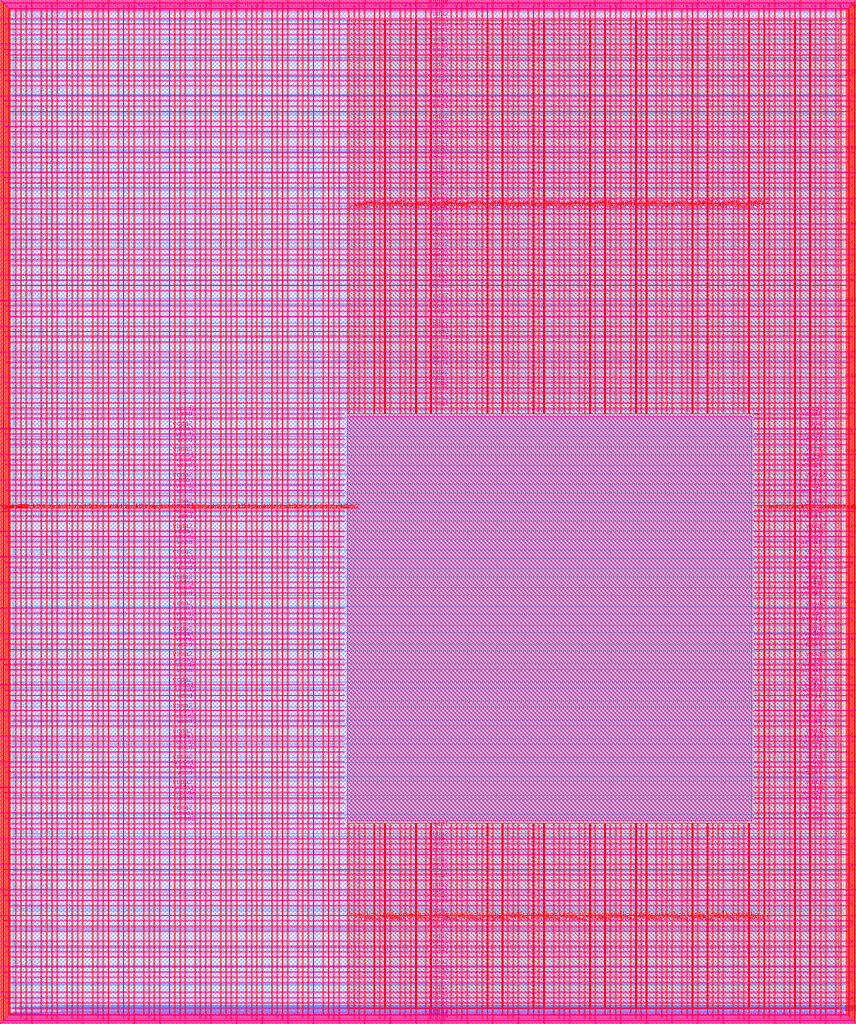
<source format=lef>
VERSION 5.7 ;
  NOWIREEXTENSIONATPIN ON ;
  DIVIDERCHAR "/" ;
  BUSBITCHARS "[]" ;
MACRO user_project_wrapper
  CLASS BLOCK ;
  FOREIGN user_project_wrapper ;
  ORIGIN 0.000 0.000 ;
  SIZE 2920.000 BY 3520.000 ;
  PIN analog_io[0]
    DIRECTION INOUT ;
    USE SIGNAL ;
    PORT
      LAYER met3 ;
        RECT 2917.600 1426.380 2924.800 1427.580 ;
    END
  END analog_io[0]
  PIN analog_io[10]
    DIRECTION INOUT ;
    USE SIGNAL ;
    PORT
      LAYER met2 ;
        RECT 2230.490 3517.600 2231.050 3524.800 ;
    END
  END analog_io[10]
  PIN analog_io[11]
    DIRECTION INOUT ;
    USE SIGNAL ;
    PORT
      LAYER met2 ;
        RECT 1905.730 3517.600 1906.290 3524.800 ;
    END
  END analog_io[11]
  PIN analog_io[12]
    DIRECTION INOUT ;
    USE SIGNAL ;
    PORT
      LAYER met2 ;
        RECT 1581.430 3517.600 1581.990 3524.800 ;
    END
  END analog_io[12]
  PIN analog_io[13]
    DIRECTION INOUT ;
    USE SIGNAL ;
    PORT
      LAYER met2 ;
        RECT 1257.130 3517.600 1257.690 3524.800 ;
    END
  END analog_io[13]
  PIN analog_io[14]
    DIRECTION INOUT ;
    USE SIGNAL ;
    PORT
      LAYER met2 ;
        RECT 932.370 3517.600 932.930 3524.800 ;
    END
  END analog_io[14]
  PIN analog_io[15]
    DIRECTION INOUT ;
    USE SIGNAL ;
    PORT
      LAYER met2 ;
        RECT 608.070 3517.600 608.630 3524.800 ;
    END
  END analog_io[15]
  PIN analog_io[16]
    DIRECTION INOUT ;
    USE SIGNAL ;
    PORT
      LAYER met2 ;
        RECT 283.770 3517.600 284.330 3524.800 ;
    END
  END analog_io[16]
  PIN analog_io[17]
    DIRECTION INOUT ;
    USE SIGNAL ;
    PORT
      LAYER met3 ;
        RECT -4.800 3486.100 2.400 3487.300 ;
    END
  END analog_io[17]
  PIN analog_io[18]
    DIRECTION INOUT ;
    USE SIGNAL ;
    PORT
      LAYER met3 ;
        RECT -4.800 3224.980 2.400 3226.180 ;
    END
  END analog_io[18]
  PIN analog_io[19]
    DIRECTION INOUT ;
    USE SIGNAL ;
    PORT
      LAYER met3 ;
        RECT -4.800 2964.540 2.400 2965.740 ;
    END
  END analog_io[19]
  PIN analog_io[1]
    DIRECTION INOUT ;
    USE SIGNAL ;
    PORT
      LAYER met3 ;
        RECT 2917.600 1692.260 2924.800 1693.460 ;
    END
  END analog_io[1]
  PIN analog_io[20]
    DIRECTION INOUT ;
    USE SIGNAL ;
    PORT
      LAYER met3 ;
        RECT -4.800 2703.420 2.400 2704.620 ;
    END
  END analog_io[20]
  PIN analog_io[21]
    DIRECTION INOUT ;
    USE SIGNAL ;
    PORT
      LAYER met3 ;
        RECT -4.800 2442.980 2.400 2444.180 ;
    END
  END analog_io[21]
  PIN analog_io[22]
    DIRECTION INOUT ;
    USE SIGNAL ;
    PORT
      LAYER met3 ;
        RECT -4.800 2182.540 2.400 2183.740 ;
    END
  END analog_io[22]
  PIN analog_io[23]
    DIRECTION INOUT ;
    USE SIGNAL ;
    PORT
      LAYER met3 ;
        RECT -4.800 1921.420 2.400 1922.620 ;
    END
  END analog_io[23]
  PIN analog_io[24]
    DIRECTION INOUT ;
    USE SIGNAL ;
    PORT
      LAYER met3 ;
        RECT -4.800 1660.980 2.400 1662.180 ;
    END
  END analog_io[24]
  PIN analog_io[25]
    DIRECTION INOUT ;
    USE SIGNAL ;
    PORT
      LAYER met3 ;
        RECT -4.800 1399.860 2.400 1401.060 ;
    END
  END analog_io[25]
  PIN analog_io[26]
    DIRECTION INOUT ;
    USE SIGNAL ;
    PORT
      LAYER met3 ;
        RECT -4.800 1139.420 2.400 1140.620 ;
    END
  END analog_io[26]
  PIN analog_io[27]
    DIRECTION INOUT ;
    USE SIGNAL ;
    PORT
      LAYER met3 ;
        RECT -4.800 878.980 2.400 880.180 ;
    END
  END analog_io[27]
  PIN analog_io[28]
    DIRECTION INOUT ;
    USE SIGNAL ;
    PORT
      LAYER met3 ;
        RECT -4.800 617.860 2.400 619.060 ;
    END
  END analog_io[28]
  PIN analog_io[2]
    DIRECTION INOUT ;
    USE SIGNAL ;
    PORT
      LAYER met3 ;
        RECT 2917.600 1958.140 2924.800 1959.340 ;
    END
  END analog_io[2]
  PIN analog_io[3]
    DIRECTION INOUT ;
    USE SIGNAL ;
    PORT
      LAYER met3 ;
        RECT 2917.600 2223.340 2924.800 2224.540 ;
    END
  END analog_io[3]
  PIN analog_io[4]
    DIRECTION INOUT ;
    USE SIGNAL ;
    PORT
      LAYER met3 ;
        RECT 2917.600 2489.220 2924.800 2490.420 ;
    END
  END analog_io[4]
  PIN analog_io[5]
    DIRECTION INOUT ;
    USE SIGNAL ;
    PORT
      LAYER met3 ;
        RECT 2917.600 2755.100 2924.800 2756.300 ;
    END
  END analog_io[5]
  PIN analog_io[6]
    DIRECTION INOUT ;
    USE SIGNAL ;
    PORT
      LAYER met3 ;
        RECT 2917.600 3020.300 2924.800 3021.500 ;
    END
  END analog_io[6]
  PIN analog_io[7]
    DIRECTION INOUT ;
    USE SIGNAL ;
    PORT
      LAYER met3 ;
        RECT 2917.600 3286.180 2924.800 3287.380 ;
    END
  END analog_io[7]
  PIN analog_io[8]
    DIRECTION INOUT ;
    USE SIGNAL ;
    PORT
      LAYER met2 ;
        RECT 2879.090 3517.600 2879.650 3524.800 ;
    END
  END analog_io[8]
  PIN analog_io[9]
    DIRECTION INOUT ;
    USE SIGNAL ;
    PORT
      LAYER met2 ;
        RECT 2554.790 3517.600 2555.350 3524.800 ;
    END
  END analog_io[9]
  PIN io_in[0]
    DIRECTION INPUT ;
    USE SIGNAL ;
    PORT
      LAYER met3 ;
        RECT 2917.600 32.380 2924.800 33.580 ;
    END
  END io_in[0]
  PIN io_in[10]
    DIRECTION INPUT ;
    USE SIGNAL ;
    PORT
      LAYER met3 ;
        RECT 2917.600 2289.980 2924.800 2291.180 ;
    END
  END io_in[10]
  PIN io_in[11]
    DIRECTION INPUT ;
    USE SIGNAL ;
    PORT
      LAYER met3 ;
        RECT 2917.600 2555.860 2924.800 2557.060 ;
    END
  END io_in[11]
  PIN io_in[12]
    DIRECTION INPUT ;
    USE SIGNAL ;
    PORT
      LAYER met3 ;
        RECT 2917.600 2821.060 2924.800 2822.260 ;
    END
  END io_in[12]
  PIN io_in[13]
    DIRECTION INPUT ;
    USE SIGNAL ;
    PORT
      LAYER met3 ;
        RECT 2917.600 3086.940 2924.800 3088.140 ;
    END
  END io_in[13]
  PIN io_in[14]
    DIRECTION INPUT ;
    USE SIGNAL ;
    PORT
      LAYER met3 ;
        RECT 2917.600 3352.820 2924.800 3354.020 ;
    END
  END io_in[14]
  PIN io_in[15]
    DIRECTION INPUT ;
    USE SIGNAL ;
    PORT
      LAYER met2 ;
        RECT 2798.130 3517.600 2798.690 3524.800 ;
    END
  END io_in[15]
  PIN io_in[16]
    DIRECTION INPUT ;
    USE SIGNAL ;
    PORT
      LAYER met2 ;
        RECT 2473.830 3517.600 2474.390 3524.800 ;
    END
  END io_in[16]
  PIN io_in[17]
    DIRECTION INPUT ;
    USE SIGNAL ;
    PORT
      LAYER met2 ;
        RECT 2149.070 3517.600 2149.630 3524.800 ;
    END
  END io_in[17]
  PIN io_in[18]
    DIRECTION INPUT ;
    USE SIGNAL ;
    PORT
      LAYER met2 ;
        RECT 1824.770 3517.600 1825.330 3524.800 ;
    END
  END io_in[18]
  PIN io_in[19]
    DIRECTION INPUT ;
    USE SIGNAL ;
    PORT
      LAYER met2 ;
        RECT 1500.470 3517.600 1501.030 3524.800 ;
    END
  END io_in[19]
  PIN io_in[1]
    DIRECTION INPUT ;
    USE SIGNAL ;
    PORT
      LAYER met3 ;
        RECT 2917.600 230.940 2924.800 232.140 ;
    END
  END io_in[1]
  PIN io_in[20]
    DIRECTION INPUT ;
    USE SIGNAL ;
    PORT
      LAYER met2 ;
        RECT 1175.710 3517.600 1176.270 3524.800 ;
    END
  END io_in[20]
  PIN io_in[21]
    DIRECTION INPUT ;
    USE SIGNAL ;
    PORT
      LAYER met2 ;
        RECT 851.410 3517.600 851.970 3524.800 ;
    END
  END io_in[21]
  PIN io_in[22]
    DIRECTION INPUT ;
    USE SIGNAL ;
    PORT
      LAYER met2 ;
        RECT 527.110 3517.600 527.670 3524.800 ;
    END
  END io_in[22]
  PIN io_in[23]
    DIRECTION INPUT ;
    USE SIGNAL ;
    PORT
      LAYER met2 ;
        RECT 202.350 3517.600 202.910 3524.800 ;
    END
  END io_in[23]
  PIN io_in[24]
    DIRECTION INPUT ;
    USE SIGNAL ;
    PORT
      LAYER met3 ;
        RECT -4.800 3420.820 2.400 3422.020 ;
    END
  END io_in[24]
  PIN io_in[25]
    DIRECTION INPUT ;
    USE SIGNAL ;
    PORT
      LAYER met3 ;
        RECT -4.800 3159.700 2.400 3160.900 ;
    END
  END io_in[25]
  PIN io_in[26]
    DIRECTION INPUT ;
    USE SIGNAL ;
    PORT
      LAYER met3 ;
        RECT -4.800 2899.260 2.400 2900.460 ;
    END
  END io_in[26]
  PIN io_in[27]
    DIRECTION INPUT ;
    USE SIGNAL ;
    PORT
      LAYER met3 ;
        RECT -4.800 2638.820 2.400 2640.020 ;
    END
  END io_in[27]
  PIN io_in[28]
    DIRECTION INPUT ;
    USE SIGNAL ;
    PORT
      LAYER met3 ;
        RECT -4.800 2377.700 2.400 2378.900 ;
    END
  END io_in[28]
  PIN io_in[29]
    DIRECTION INPUT ;
    USE SIGNAL ;
    PORT
      LAYER met3 ;
        RECT -4.800 2117.260 2.400 2118.460 ;
    END
  END io_in[29]
  PIN io_in[2]
    DIRECTION INPUT ;
    USE SIGNAL ;
    PORT
      LAYER met3 ;
        RECT 2917.600 430.180 2924.800 431.380 ;
    END
  END io_in[2]
  PIN io_in[30]
    DIRECTION INPUT ;
    USE SIGNAL ;
    PORT
      LAYER met3 ;
        RECT -4.800 1856.140 2.400 1857.340 ;
    END
  END io_in[30]
  PIN io_in[31]
    DIRECTION INPUT ;
    USE SIGNAL ;
    PORT
      LAYER met3 ;
        RECT -4.800 1595.700 2.400 1596.900 ;
    END
  END io_in[31]
  PIN io_in[32]
    DIRECTION INPUT ;
    USE SIGNAL ;
    PORT
      LAYER met3 ;
        RECT -4.800 1335.260 2.400 1336.460 ;
    END
  END io_in[32]
  PIN io_in[33]
    DIRECTION INPUT ;
    USE SIGNAL ;
    PORT
      LAYER met3 ;
        RECT -4.800 1074.140 2.400 1075.340 ;
    END
  END io_in[33]
  PIN io_in[34]
    DIRECTION INPUT ;
    USE SIGNAL ;
    PORT
      LAYER met3 ;
        RECT -4.800 813.700 2.400 814.900 ;
    END
  END io_in[34]
  PIN io_in[35]
    DIRECTION INPUT ;
    USE SIGNAL ;
    PORT
      LAYER met3 ;
        RECT -4.800 552.580 2.400 553.780 ;
    END
  END io_in[35]
  PIN io_in[36]
    DIRECTION INPUT ;
    USE SIGNAL ;
    PORT
      LAYER met3 ;
        RECT -4.800 357.420 2.400 358.620 ;
    END
  END io_in[36]
  PIN io_in[37]
    DIRECTION INPUT ;
    USE SIGNAL ;
    PORT
      LAYER met3 ;
        RECT -4.800 161.580 2.400 162.780 ;
    END
  END io_in[37]
  PIN io_in[3]
    DIRECTION INPUT ;
    USE SIGNAL ;
    PORT
      LAYER met3 ;
        RECT 2917.600 629.420 2924.800 630.620 ;
    END
  END io_in[3]
  PIN io_in[4]
    DIRECTION INPUT ;
    USE SIGNAL ;
    PORT
      LAYER met3 ;
        RECT 2917.600 828.660 2924.800 829.860 ;
    END
  END io_in[4]
  PIN io_in[5]
    DIRECTION INPUT ;
    USE SIGNAL ;
    PORT
      LAYER met3 ;
        RECT 2917.600 1027.900 2924.800 1029.100 ;
    END
  END io_in[5]
  PIN io_in[6]
    DIRECTION INPUT ;
    USE SIGNAL ;
    PORT
      LAYER met3 ;
        RECT 2917.600 1227.140 2924.800 1228.340 ;
    END
  END io_in[6]
  PIN io_in[7]
    DIRECTION INPUT ;
    USE SIGNAL ;
    PORT
      LAYER met3 ;
        RECT 2917.600 1493.020 2924.800 1494.220 ;
    END
  END io_in[7]
  PIN io_in[8]
    DIRECTION INPUT ;
    USE SIGNAL ;
    PORT
      LAYER met3 ;
        RECT 2917.600 1758.900 2924.800 1760.100 ;
    END
  END io_in[8]
  PIN io_in[9]
    DIRECTION INPUT ;
    USE SIGNAL ;
    PORT
      LAYER met3 ;
        RECT 2917.600 2024.100 2924.800 2025.300 ;
    END
  END io_in[9]
  PIN io_oeb[0]
    DIRECTION OUTPUT TRISTATE ;
    USE SIGNAL ;
    PORT
      LAYER met3 ;
        RECT 2917.600 164.980 2924.800 166.180 ;
    END
  END io_oeb[0]
  PIN io_oeb[10]
    DIRECTION OUTPUT TRISTATE ;
    USE SIGNAL ;
    PORT
      LAYER met3 ;
        RECT 2917.600 2422.580 2924.800 2423.780 ;
    END
  END io_oeb[10]
  PIN io_oeb[11]
    DIRECTION OUTPUT TRISTATE ;
    USE SIGNAL ;
    PORT
      LAYER met3 ;
        RECT 2917.600 2688.460 2924.800 2689.660 ;
    END
  END io_oeb[11]
  PIN io_oeb[12]
    DIRECTION OUTPUT TRISTATE ;
    USE SIGNAL ;
    PORT
      LAYER met3 ;
        RECT 2917.600 2954.340 2924.800 2955.540 ;
    END
  END io_oeb[12]
  PIN io_oeb[13]
    DIRECTION OUTPUT TRISTATE ;
    USE SIGNAL ;
    PORT
      LAYER met3 ;
        RECT 2917.600 3219.540 2924.800 3220.740 ;
    END
  END io_oeb[13]
  PIN io_oeb[14]
    DIRECTION OUTPUT TRISTATE ;
    USE SIGNAL ;
    PORT
      LAYER met3 ;
        RECT 2917.600 3485.420 2924.800 3486.620 ;
    END
  END io_oeb[14]
  PIN io_oeb[15]
    DIRECTION OUTPUT TRISTATE ;
    USE SIGNAL ;
    PORT
      LAYER met2 ;
        RECT 2635.750 3517.600 2636.310 3524.800 ;
    END
  END io_oeb[15]
  PIN io_oeb[16]
    DIRECTION OUTPUT TRISTATE ;
    USE SIGNAL ;
    PORT
      LAYER met2 ;
        RECT 2311.450 3517.600 2312.010 3524.800 ;
    END
  END io_oeb[16]
  PIN io_oeb[17]
    DIRECTION OUTPUT TRISTATE ;
    USE SIGNAL ;
    PORT
      LAYER met2 ;
        RECT 1987.150 3517.600 1987.710 3524.800 ;
    END
  END io_oeb[17]
  PIN io_oeb[18]
    DIRECTION OUTPUT TRISTATE ;
    USE SIGNAL ;
    PORT
      LAYER met2 ;
        RECT 1662.390 3517.600 1662.950 3524.800 ;
    END
  END io_oeb[18]
  PIN io_oeb[19]
    DIRECTION OUTPUT TRISTATE ;
    USE SIGNAL ;
    PORT
      LAYER met2 ;
        RECT 1338.090 3517.600 1338.650 3524.800 ;
    END
  END io_oeb[19]
  PIN io_oeb[1]
    DIRECTION OUTPUT TRISTATE ;
    USE SIGNAL ;
    PORT
      LAYER met3 ;
        RECT 2917.600 364.220 2924.800 365.420 ;
    END
  END io_oeb[1]
  PIN io_oeb[20]
    DIRECTION OUTPUT TRISTATE ;
    USE SIGNAL ;
    PORT
      LAYER met2 ;
        RECT 1013.790 3517.600 1014.350 3524.800 ;
    END
  END io_oeb[20]
  PIN io_oeb[21]
    DIRECTION OUTPUT TRISTATE ;
    USE SIGNAL ;
    PORT
      LAYER met2 ;
        RECT 689.030 3517.600 689.590 3524.800 ;
    END
  END io_oeb[21]
  PIN io_oeb[22]
    DIRECTION OUTPUT TRISTATE ;
    USE SIGNAL ;
    PORT
      LAYER met2 ;
        RECT 364.730 3517.600 365.290 3524.800 ;
    END
  END io_oeb[22]
  PIN io_oeb[23]
    DIRECTION OUTPUT TRISTATE ;
    USE SIGNAL ;
    PORT
      LAYER met2 ;
        RECT 40.430 3517.600 40.990 3524.800 ;
    END
  END io_oeb[23]
  PIN io_oeb[24]
    DIRECTION OUTPUT TRISTATE ;
    USE SIGNAL ;
    PORT
      LAYER met3 ;
        RECT -4.800 3290.260 2.400 3291.460 ;
    END
  END io_oeb[24]
  PIN io_oeb[25]
    DIRECTION OUTPUT TRISTATE ;
    USE SIGNAL ;
    PORT
      LAYER met3 ;
        RECT -4.800 3029.820 2.400 3031.020 ;
    END
  END io_oeb[25]
  PIN io_oeb[26]
    DIRECTION OUTPUT TRISTATE ;
    USE SIGNAL ;
    PORT
      LAYER met3 ;
        RECT -4.800 2768.700 2.400 2769.900 ;
    END
  END io_oeb[26]
  PIN io_oeb[27]
    DIRECTION OUTPUT TRISTATE ;
    USE SIGNAL ;
    PORT
      LAYER met3 ;
        RECT -4.800 2508.260 2.400 2509.460 ;
    END
  END io_oeb[27]
  PIN io_oeb[28]
    DIRECTION OUTPUT TRISTATE ;
    USE SIGNAL ;
    PORT
      LAYER met3 ;
        RECT -4.800 2247.140 2.400 2248.340 ;
    END
  END io_oeb[28]
  PIN io_oeb[29]
    DIRECTION OUTPUT TRISTATE ;
    USE SIGNAL ;
    PORT
      LAYER met3 ;
        RECT -4.800 1986.700 2.400 1987.900 ;
    END
  END io_oeb[29]
  PIN io_oeb[2]
    DIRECTION OUTPUT TRISTATE ;
    USE SIGNAL ;
    PORT
      LAYER met3 ;
        RECT 2917.600 563.460 2924.800 564.660 ;
    END
  END io_oeb[2]
  PIN io_oeb[30]
    DIRECTION OUTPUT TRISTATE ;
    USE SIGNAL ;
    PORT
      LAYER met3 ;
        RECT -4.800 1726.260 2.400 1727.460 ;
    END
  END io_oeb[30]
  PIN io_oeb[31]
    DIRECTION OUTPUT TRISTATE ;
    USE SIGNAL ;
    PORT
      LAYER met3 ;
        RECT -4.800 1465.140 2.400 1466.340 ;
    END
  END io_oeb[31]
  PIN io_oeb[32]
    DIRECTION OUTPUT TRISTATE ;
    USE SIGNAL ;
    PORT
      LAYER met3 ;
        RECT -4.800 1204.700 2.400 1205.900 ;
    END
  END io_oeb[32]
  PIN io_oeb[33]
    DIRECTION OUTPUT TRISTATE ;
    USE SIGNAL ;
    PORT
      LAYER met3 ;
        RECT -4.800 943.580 2.400 944.780 ;
    END
  END io_oeb[33]
  PIN io_oeb[34]
    DIRECTION OUTPUT TRISTATE ;
    USE SIGNAL ;
    PORT
      LAYER met3 ;
        RECT -4.800 683.140 2.400 684.340 ;
    END
  END io_oeb[34]
  PIN io_oeb[35]
    DIRECTION OUTPUT TRISTATE ;
    USE SIGNAL ;
    PORT
      LAYER met3 ;
        RECT -4.800 422.700 2.400 423.900 ;
    END
  END io_oeb[35]
  PIN io_oeb[36]
    DIRECTION OUTPUT TRISTATE ;
    USE SIGNAL ;
    PORT
      LAYER met3 ;
        RECT -4.800 226.860 2.400 228.060 ;
    END
  END io_oeb[36]
  PIN io_oeb[37]
    DIRECTION OUTPUT TRISTATE ;
    USE SIGNAL ;
    PORT
      LAYER met3 ;
        RECT -4.800 31.700 2.400 32.900 ;
    END
  END io_oeb[37]
  PIN io_oeb[3]
    DIRECTION OUTPUT TRISTATE ;
    USE SIGNAL ;
    PORT
      LAYER met3 ;
        RECT 2917.600 762.700 2924.800 763.900 ;
    END
  END io_oeb[3]
  PIN io_oeb[4]
    DIRECTION OUTPUT TRISTATE ;
    USE SIGNAL ;
    PORT
      LAYER met3 ;
        RECT 2917.600 961.940 2924.800 963.140 ;
    END
  END io_oeb[4]
  PIN io_oeb[5]
    DIRECTION OUTPUT TRISTATE ;
    USE SIGNAL ;
    PORT
      LAYER met3 ;
        RECT 2917.600 1161.180 2924.800 1162.380 ;
    END
  END io_oeb[5]
  PIN io_oeb[6]
    DIRECTION OUTPUT TRISTATE ;
    USE SIGNAL ;
    PORT
      LAYER met3 ;
        RECT 2917.600 1360.420 2924.800 1361.620 ;
    END
  END io_oeb[6]
  PIN io_oeb[7]
    DIRECTION OUTPUT TRISTATE ;
    USE SIGNAL ;
    PORT
      LAYER met3 ;
        RECT 2917.600 1625.620 2924.800 1626.820 ;
    END
  END io_oeb[7]
  PIN io_oeb[8]
    DIRECTION OUTPUT TRISTATE ;
    USE SIGNAL ;
    PORT
      LAYER met3 ;
        RECT 2917.600 1891.500 2924.800 1892.700 ;
    END
  END io_oeb[8]
  PIN io_oeb[9]
    DIRECTION OUTPUT TRISTATE ;
    USE SIGNAL ;
    PORT
      LAYER met3 ;
        RECT 2917.600 2157.380 2924.800 2158.580 ;
    END
  END io_oeb[9]
  PIN io_out[0]
    DIRECTION OUTPUT TRISTATE ;
    USE SIGNAL ;
    PORT
      LAYER met3 ;
        RECT 2917.600 98.340 2924.800 99.540 ;
    END
  END io_out[0]
  PIN io_out[10]
    DIRECTION OUTPUT TRISTATE ;
    USE SIGNAL ;
    PORT
      LAYER met3 ;
        RECT 2917.600 2356.620 2924.800 2357.820 ;
    END
  END io_out[10]
  PIN io_out[11]
    DIRECTION OUTPUT TRISTATE ;
    USE SIGNAL ;
    PORT
      LAYER met3 ;
        RECT 2917.600 2621.820 2924.800 2623.020 ;
    END
  END io_out[11]
  PIN io_out[12]
    DIRECTION OUTPUT TRISTATE ;
    USE SIGNAL ;
    PORT
      LAYER met3 ;
        RECT 2917.600 2887.700 2924.800 2888.900 ;
    END
  END io_out[12]
  PIN io_out[13]
    DIRECTION OUTPUT TRISTATE ;
    USE SIGNAL ;
    PORT
      LAYER met3 ;
        RECT 2917.600 3153.580 2924.800 3154.780 ;
    END
  END io_out[13]
  PIN io_out[14]
    DIRECTION OUTPUT TRISTATE ;
    USE SIGNAL ;
    PORT
      LAYER met3 ;
        RECT 2917.600 3418.780 2924.800 3419.980 ;
    END
  END io_out[14]
  PIN io_out[15]
    DIRECTION OUTPUT TRISTATE ;
    USE SIGNAL ;
    PORT
      LAYER met2 ;
        RECT 2717.170 3517.600 2717.730 3524.800 ;
    END
  END io_out[15]
  PIN io_out[16]
    DIRECTION OUTPUT TRISTATE ;
    USE SIGNAL ;
    PORT
      LAYER met2 ;
        RECT 2392.410 3517.600 2392.970 3524.800 ;
    END
  END io_out[16]
  PIN io_out[17]
    DIRECTION OUTPUT TRISTATE ;
    USE SIGNAL ;
    PORT
      LAYER met2 ;
        RECT 2068.110 3517.600 2068.670 3524.800 ;
    END
  END io_out[17]
  PIN io_out[18]
    DIRECTION OUTPUT TRISTATE ;
    USE SIGNAL ;
    PORT
      LAYER met2 ;
        RECT 1743.810 3517.600 1744.370 3524.800 ;
    END
  END io_out[18]
  PIN io_out[19]
    DIRECTION OUTPUT TRISTATE ;
    USE SIGNAL ;
    PORT
      LAYER met2 ;
        RECT 1419.050 3517.600 1419.610 3524.800 ;
    END
  END io_out[19]
  PIN io_out[1]
    DIRECTION OUTPUT TRISTATE ;
    USE SIGNAL ;
    PORT
      LAYER met3 ;
        RECT 2917.600 297.580 2924.800 298.780 ;
    END
  END io_out[1]
  PIN io_out[20]
    DIRECTION OUTPUT TRISTATE ;
    USE SIGNAL ;
    PORT
      LAYER met2 ;
        RECT 1094.750 3517.600 1095.310 3524.800 ;
    END
  END io_out[20]
  PIN io_out[21]
    DIRECTION OUTPUT TRISTATE ;
    USE SIGNAL ;
    PORT
      LAYER met2 ;
        RECT 770.450 3517.600 771.010 3524.800 ;
    END
  END io_out[21]
  PIN io_out[22]
    DIRECTION OUTPUT TRISTATE ;
    USE SIGNAL ;
    PORT
      LAYER met2 ;
        RECT 445.690 3517.600 446.250 3524.800 ;
    END
  END io_out[22]
  PIN io_out[23]
    DIRECTION OUTPUT TRISTATE ;
    USE SIGNAL ;
    PORT
      LAYER met2 ;
        RECT 121.390 3517.600 121.950 3524.800 ;
    END
  END io_out[23]
  PIN io_out[24]
    DIRECTION OUTPUT TRISTATE ;
    USE SIGNAL ;
    PORT
      LAYER met3 ;
        RECT -4.800 3355.540 2.400 3356.740 ;
    END
  END io_out[24]
  PIN io_out[25]
    DIRECTION OUTPUT TRISTATE ;
    USE SIGNAL ;
    PORT
      LAYER met3 ;
        RECT -4.800 3095.100 2.400 3096.300 ;
    END
  END io_out[25]
  PIN io_out[26]
    DIRECTION OUTPUT TRISTATE ;
    USE SIGNAL ;
    PORT
      LAYER met3 ;
        RECT -4.800 2833.980 2.400 2835.180 ;
    END
  END io_out[26]
  PIN io_out[27]
    DIRECTION OUTPUT TRISTATE ;
    USE SIGNAL ;
    PORT
      LAYER met3 ;
        RECT -4.800 2573.540 2.400 2574.740 ;
    END
  END io_out[27]
  PIN io_out[28]
    DIRECTION OUTPUT TRISTATE ;
    USE SIGNAL ;
    PORT
      LAYER met3 ;
        RECT -4.800 2312.420 2.400 2313.620 ;
    END
  END io_out[28]
  PIN io_out[29]
    DIRECTION OUTPUT TRISTATE ;
    USE SIGNAL ;
    PORT
      LAYER met3 ;
        RECT -4.800 2051.980 2.400 2053.180 ;
    END
  END io_out[29]
  PIN io_out[2]
    DIRECTION OUTPUT TRISTATE ;
    USE SIGNAL ;
    PORT
      LAYER met3 ;
        RECT 2917.600 496.820 2924.800 498.020 ;
    END
  END io_out[2]
  PIN io_out[30]
    DIRECTION OUTPUT TRISTATE ;
    USE SIGNAL ;
    PORT
      LAYER met3 ;
        RECT -4.800 1791.540 2.400 1792.740 ;
    END
  END io_out[30]
  PIN io_out[31]
    DIRECTION OUTPUT TRISTATE ;
    USE SIGNAL ;
    PORT
      LAYER met3 ;
        RECT -4.800 1530.420 2.400 1531.620 ;
    END
  END io_out[31]
  PIN io_out[32]
    DIRECTION OUTPUT TRISTATE ;
    USE SIGNAL ;
    PORT
      LAYER met3 ;
        RECT -4.800 1269.980 2.400 1271.180 ;
    END
  END io_out[32]
  PIN io_out[33]
    DIRECTION OUTPUT TRISTATE ;
    USE SIGNAL ;
    PORT
      LAYER met3 ;
        RECT -4.800 1008.860 2.400 1010.060 ;
    END
  END io_out[33]
  PIN io_out[34]
    DIRECTION OUTPUT TRISTATE ;
    USE SIGNAL ;
    PORT
      LAYER met3 ;
        RECT -4.800 748.420 2.400 749.620 ;
    END
  END io_out[34]
  PIN io_out[35]
    DIRECTION OUTPUT TRISTATE ;
    USE SIGNAL ;
    PORT
      LAYER met3 ;
        RECT -4.800 487.300 2.400 488.500 ;
    END
  END io_out[35]
  PIN io_out[36]
    DIRECTION OUTPUT TRISTATE ;
    USE SIGNAL ;
    PORT
      LAYER met3 ;
        RECT -4.800 292.140 2.400 293.340 ;
    END
  END io_out[36]
  PIN io_out[37]
    DIRECTION OUTPUT TRISTATE ;
    USE SIGNAL ;
    PORT
      LAYER met3 ;
        RECT -4.800 96.300 2.400 97.500 ;
    END
  END io_out[37]
  PIN io_out[3]
    DIRECTION OUTPUT TRISTATE ;
    USE SIGNAL ;
    PORT
      LAYER met3 ;
        RECT 2917.600 696.060 2924.800 697.260 ;
    END
  END io_out[3]
  PIN io_out[4]
    DIRECTION OUTPUT TRISTATE ;
    USE SIGNAL ;
    PORT
      LAYER met3 ;
        RECT 2917.600 895.300 2924.800 896.500 ;
    END
  END io_out[4]
  PIN io_out[5]
    DIRECTION OUTPUT TRISTATE ;
    USE SIGNAL ;
    PORT
      LAYER met3 ;
        RECT 2917.600 1094.540 2924.800 1095.740 ;
    END
  END io_out[5]
  PIN io_out[6]
    DIRECTION OUTPUT TRISTATE ;
    USE SIGNAL ;
    PORT
      LAYER met3 ;
        RECT 2917.600 1293.780 2924.800 1294.980 ;
    END
  END io_out[6]
  PIN io_out[7]
    DIRECTION OUTPUT TRISTATE ;
    USE SIGNAL ;
    PORT
      LAYER met3 ;
        RECT 2917.600 1559.660 2924.800 1560.860 ;
    END
  END io_out[7]
  PIN io_out[8]
    DIRECTION OUTPUT TRISTATE ;
    USE SIGNAL ;
    PORT
      LAYER met3 ;
        RECT 2917.600 1824.860 2924.800 1826.060 ;
    END
  END io_out[8]
  PIN io_out[9]
    DIRECTION OUTPUT TRISTATE ;
    USE SIGNAL ;
    PORT
      LAYER met3 ;
        RECT 2917.600 2090.740 2924.800 2091.940 ;
    END
  END io_out[9]
  PIN la_data_in[0]
    DIRECTION INPUT ;
    USE SIGNAL ;
    PORT
      LAYER met2 ;
        RECT 629.230 -4.800 629.790 2.400 ;
    END
  END la_data_in[0]
  PIN la_data_in[100]
    DIRECTION INPUT ;
    USE SIGNAL ;
    PORT
      LAYER met2 ;
        RECT 2402.530 -4.800 2403.090 2.400 ;
    END
  END la_data_in[100]
  PIN la_data_in[101]
    DIRECTION INPUT ;
    USE SIGNAL ;
    PORT
      LAYER met2 ;
        RECT 2420.010 -4.800 2420.570 2.400 ;
    END
  END la_data_in[101]
  PIN la_data_in[102]
    DIRECTION INPUT ;
    USE SIGNAL ;
    PORT
      LAYER met2 ;
        RECT 2437.950 -4.800 2438.510 2.400 ;
    END
  END la_data_in[102]
  PIN la_data_in[103]
    DIRECTION INPUT ;
    USE SIGNAL ;
    PORT
      LAYER met2 ;
        RECT 2455.430 -4.800 2455.990 2.400 ;
    END
  END la_data_in[103]
  PIN la_data_in[104]
    DIRECTION INPUT ;
    USE SIGNAL ;
    PORT
      LAYER met2 ;
        RECT 2473.370 -4.800 2473.930 2.400 ;
    END
  END la_data_in[104]
  PIN la_data_in[105]
    DIRECTION INPUT ;
    USE SIGNAL ;
    PORT
      LAYER met2 ;
        RECT 2490.850 -4.800 2491.410 2.400 ;
    END
  END la_data_in[105]
  PIN la_data_in[106]
    DIRECTION INPUT ;
    USE SIGNAL ;
    PORT
      LAYER met2 ;
        RECT 2508.790 -4.800 2509.350 2.400 ;
    END
  END la_data_in[106]
  PIN la_data_in[107]
    DIRECTION INPUT ;
    USE SIGNAL ;
    PORT
      LAYER met2 ;
        RECT 2526.730 -4.800 2527.290 2.400 ;
    END
  END la_data_in[107]
  PIN la_data_in[108]
    DIRECTION INPUT ;
    USE SIGNAL ;
    PORT
      LAYER met2 ;
        RECT 2544.210 -4.800 2544.770 2.400 ;
    END
  END la_data_in[108]
  PIN la_data_in[109]
    DIRECTION INPUT ;
    USE SIGNAL ;
    PORT
      LAYER met2 ;
        RECT 2562.150 -4.800 2562.710 2.400 ;
    END
  END la_data_in[109]
  PIN la_data_in[10]
    DIRECTION INPUT ;
    USE SIGNAL ;
    PORT
      LAYER met2 ;
        RECT 806.330 -4.800 806.890 2.400 ;
    END
  END la_data_in[10]
  PIN la_data_in[110]
    DIRECTION INPUT ;
    USE SIGNAL ;
    PORT
      LAYER met2 ;
        RECT 2579.630 -4.800 2580.190 2.400 ;
    END
  END la_data_in[110]
  PIN la_data_in[111]
    DIRECTION INPUT ;
    USE SIGNAL ;
    PORT
      LAYER met2 ;
        RECT 2597.570 -4.800 2598.130 2.400 ;
    END
  END la_data_in[111]
  PIN la_data_in[112]
    DIRECTION INPUT ;
    USE SIGNAL ;
    PORT
      LAYER met2 ;
        RECT 2615.050 -4.800 2615.610 2.400 ;
    END
  END la_data_in[112]
  PIN la_data_in[113]
    DIRECTION INPUT ;
    USE SIGNAL ;
    PORT
      LAYER met2 ;
        RECT 2632.990 -4.800 2633.550 2.400 ;
    END
  END la_data_in[113]
  PIN la_data_in[114]
    DIRECTION INPUT ;
    USE SIGNAL ;
    PORT
      LAYER met2 ;
        RECT 2650.470 -4.800 2651.030 2.400 ;
    END
  END la_data_in[114]
  PIN la_data_in[115]
    DIRECTION INPUT ;
    USE SIGNAL ;
    PORT
      LAYER met2 ;
        RECT 2668.410 -4.800 2668.970 2.400 ;
    END
  END la_data_in[115]
  PIN la_data_in[116]
    DIRECTION INPUT ;
    USE SIGNAL ;
    PORT
      LAYER met2 ;
        RECT 2685.890 -4.800 2686.450 2.400 ;
    END
  END la_data_in[116]
  PIN la_data_in[117]
    DIRECTION INPUT ;
    USE SIGNAL ;
    PORT
      LAYER met2 ;
        RECT 2703.830 -4.800 2704.390 2.400 ;
    END
  END la_data_in[117]
  PIN la_data_in[118]
    DIRECTION INPUT ;
    USE SIGNAL ;
    PORT
      LAYER met2 ;
        RECT 2721.770 -4.800 2722.330 2.400 ;
    END
  END la_data_in[118]
  PIN la_data_in[119]
    DIRECTION INPUT ;
    USE SIGNAL ;
    PORT
      LAYER met2 ;
        RECT 2739.250 -4.800 2739.810 2.400 ;
    END
  END la_data_in[119]
  PIN la_data_in[11]
    DIRECTION INPUT ;
    USE SIGNAL ;
    PORT
      LAYER met2 ;
        RECT 824.270 -4.800 824.830 2.400 ;
    END
  END la_data_in[11]
  PIN la_data_in[120]
    DIRECTION INPUT ;
    USE SIGNAL ;
    PORT
      LAYER met2 ;
        RECT 2757.190 -4.800 2757.750 2.400 ;
    END
  END la_data_in[120]
  PIN la_data_in[121]
    DIRECTION INPUT ;
    USE SIGNAL ;
    PORT
      LAYER met2 ;
        RECT 2774.670 -4.800 2775.230 2.400 ;
    END
  END la_data_in[121]
  PIN la_data_in[122]
    DIRECTION INPUT ;
    USE SIGNAL ;
    PORT
      LAYER met2 ;
        RECT 2792.610 -4.800 2793.170 2.400 ;
    END
  END la_data_in[122]
  PIN la_data_in[123]
    DIRECTION INPUT ;
    USE SIGNAL ;
    PORT
      LAYER met2 ;
        RECT 2810.090 -4.800 2810.650 2.400 ;
    END
  END la_data_in[123]
  PIN la_data_in[124]
    DIRECTION INPUT ;
    USE SIGNAL ;
    PORT
      LAYER met2 ;
        RECT 2828.030 -4.800 2828.590 2.400 ;
    END
  END la_data_in[124]
  PIN la_data_in[125]
    DIRECTION INPUT ;
    USE SIGNAL ;
    PORT
      LAYER met2 ;
        RECT 2845.510 -4.800 2846.070 2.400 ;
    END
  END la_data_in[125]
  PIN la_data_in[126]
    DIRECTION INPUT ;
    USE SIGNAL ;
    PORT
      LAYER met2 ;
        RECT 2863.450 -4.800 2864.010 2.400 ;
    END
  END la_data_in[126]
  PIN la_data_in[127]
    DIRECTION INPUT ;
    USE SIGNAL ;
    PORT
      LAYER met2 ;
        RECT 2881.390 -4.800 2881.950 2.400 ;
    END
  END la_data_in[127]
  PIN la_data_in[12]
    DIRECTION INPUT ;
    USE SIGNAL ;
    PORT
      LAYER met2 ;
        RECT 841.750 -4.800 842.310 2.400 ;
    END
  END la_data_in[12]
  PIN la_data_in[13]
    DIRECTION INPUT ;
    USE SIGNAL ;
    PORT
      LAYER met2 ;
        RECT 859.690 -4.800 860.250 2.400 ;
    END
  END la_data_in[13]
  PIN la_data_in[14]
    DIRECTION INPUT ;
    USE SIGNAL ;
    PORT
      LAYER met2 ;
        RECT 877.170 -4.800 877.730 2.400 ;
    END
  END la_data_in[14]
  PIN la_data_in[15]
    DIRECTION INPUT ;
    USE SIGNAL ;
    PORT
      LAYER met2 ;
        RECT 895.110 -4.800 895.670 2.400 ;
    END
  END la_data_in[15]
  PIN la_data_in[16]
    DIRECTION INPUT ;
    USE SIGNAL ;
    PORT
      LAYER met2 ;
        RECT 912.590 -4.800 913.150 2.400 ;
    END
  END la_data_in[16]
  PIN la_data_in[17]
    DIRECTION INPUT ;
    USE SIGNAL ;
    PORT
      LAYER met2 ;
        RECT 930.530 -4.800 931.090 2.400 ;
    END
  END la_data_in[17]
  PIN la_data_in[18]
    DIRECTION INPUT ;
    USE SIGNAL ;
    PORT
      LAYER met2 ;
        RECT 948.470 -4.800 949.030 2.400 ;
    END
  END la_data_in[18]
  PIN la_data_in[19]
    DIRECTION INPUT ;
    USE SIGNAL ;
    PORT
      LAYER met2 ;
        RECT 965.950 -4.800 966.510 2.400 ;
    END
  END la_data_in[19]
  PIN la_data_in[1]
    DIRECTION INPUT ;
    USE SIGNAL ;
    PORT
      LAYER met2 ;
        RECT 646.710 -4.800 647.270 2.400 ;
    END
  END la_data_in[1]
  PIN la_data_in[20]
    DIRECTION INPUT ;
    USE SIGNAL ;
    PORT
      LAYER met2 ;
        RECT 983.890 -4.800 984.450 2.400 ;
    END
  END la_data_in[20]
  PIN la_data_in[21]
    DIRECTION INPUT ;
    USE SIGNAL ;
    PORT
      LAYER met2 ;
        RECT 1001.370 -4.800 1001.930 2.400 ;
    END
  END la_data_in[21]
  PIN la_data_in[22]
    DIRECTION INPUT ;
    USE SIGNAL ;
    PORT
      LAYER met2 ;
        RECT 1019.310 -4.800 1019.870 2.400 ;
    END
  END la_data_in[22]
  PIN la_data_in[23]
    DIRECTION INPUT ;
    USE SIGNAL ;
    PORT
      LAYER met2 ;
        RECT 1036.790 -4.800 1037.350 2.400 ;
    END
  END la_data_in[23]
  PIN la_data_in[24]
    DIRECTION INPUT ;
    USE SIGNAL ;
    PORT
      LAYER met2 ;
        RECT 1054.730 -4.800 1055.290 2.400 ;
    END
  END la_data_in[24]
  PIN la_data_in[25]
    DIRECTION INPUT ;
    USE SIGNAL ;
    PORT
      LAYER met2 ;
        RECT 1072.210 -4.800 1072.770 2.400 ;
    END
  END la_data_in[25]
  PIN la_data_in[26]
    DIRECTION INPUT ;
    USE SIGNAL ;
    PORT
      LAYER met2 ;
        RECT 1090.150 -4.800 1090.710 2.400 ;
    END
  END la_data_in[26]
  PIN la_data_in[27]
    DIRECTION INPUT ;
    USE SIGNAL ;
    PORT
      LAYER met2 ;
        RECT 1107.630 -4.800 1108.190 2.400 ;
    END
  END la_data_in[27]
  PIN la_data_in[28]
    DIRECTION INPUT ;
    USE SIGNAL ;
    PORT
      LAYER met2 ;
        RECT 1125.570 -4.800 1126.130 2.400 ;
    END
  END la_data_in[28]
  PIN la_data_in[29]
    DIRECTION INPUT ;
    USE SIGNAL ;
    PORT
      LAYER met2 ;
        RECT 1143.510 -4.800 1144.070 2.400 ;
    END
  END la_data_in[29]
  PIN la_data_in[2]
    DIRECTION INPUT ;
    USE SIGNAL ;
    PORT
      LAYER met2 ;
        RECT 664.650 -4.800 665.210 2.400 ;
    END
  END la_data_in[2]
  PIN la_data_in[30]
    DIRECTION INPUT ;
    USE SIGNAL ;
    PORT
      LAYER met2 ;
        RECT 1160.990 -4.800 1161.550 2.400 ;
    END
  END la_data_in[30]
  PIN la_data_in[31]
    DIRECTION INPUT ;
    USE SIGNAL ;
    PORT
      LAYER met2 ;
        RECT 1178.930 -4.800 1179.490 2.400 ;
    END
  END la_data_in[31]
  PIN la_data_in[32]
    DIRECTION INPUT ;
    USE SIGNAL ;
    PORT
      LAYER met2 ;
        RECT 1196.410 -4.800 1196.970 2.400 ;
    END
  END la_data_in[32]
  PIN la_data_in[33]
    DIRECTION INPUT ;
    USE SIGNAL ;
    PORT
      LAYER met2 ;
        RECT 1214.350 -4.800 1214.910 2.400 ;
    END
  END la_data_in[33]
  PIN la_data_in[34]
    DIRECTION INPUT ;
    USE SIGNAL ;
    PORT
      LAYER met2 ;
        RECT 1231.830 -4.800 1232.390 2.400 ;
    END
  END la_data_in[34]
  PIN la_data_in[35]
    DIRECTION INPUT ;
    USE SIGNAL ;
    PORT
      LAYER met2 ;
        RECT 1249.770 -4.800 1250.330 2.400 ;
    END
  END la_data_in[35]
  PIN la_data_in[36]
    DIRECTION INPUT ;
    USE SIGNAL ;
    PORT
      LAYER met2 ;
        RECT 1267.250 -4.800 1267.810 2.400 ;
    END
  END la_data_in[36]
  PIN la_data_in[37]
    DIRECTION INPUT ;
    USE SIGNAL ;
    PORT
      LAYER met2 ;
        RECT 1285.190 -4.800 1285.750 2.400 ;
    END
  END la_data_in[37]
  PIN la_data_in[38]
    DIRECTION INPUT ;
    USE SIGNAL ;
    PORT
      LAYER met2 ;
        RECT 1303.130 -4.800 1303.690 2.400 ;
    END
  END la_data_in[38]
  PIN la_data_in[39]
    DIRECTION INPUT ;
    USE SIGNAL ;
    PORT
      LAYER met2 ;
        RECT 1320.610 -4.800 1321.170 2.400 ;
    END
  END la_data_in[39]
  PIN la_data_in[3]
    DIRECTION INPUT ;
    USE SIGNAL ;
    PORT
      LAYER met2 ;
        RECT 682.130 -4.800 682.690 2.400 ;
    END
  END la_data_in[3]
  PIN la_data_in[40]
    DIRECTION INPUT ;
    USE SIGNAL ;
    PORT
      LAYER met2 ;
        RECT 1338.550 -4.800 1339.110 2.400 ;
    END
  END la_data_in[40]
  PIN la_data_in[41]
    DIRECTION INPUT ;
    USE SIGNAL ;
    PORT
      LAYER met2 ;
        RECT 1356.030 -4.800 1356.590 2.400 ;
    END
  END la_data_in[41]
  PIN la_data_in[42]
    DIRECTION INPUT ;
    USE SIGNAL ;
    PORT
      LAYER met2 ;
        RECT 1373.970 -4.800 1374.530 2.400 ;
    END
  END la_data_in[42]
  PIN la_data_in[43]
    DIRECTION INPUT ;
    USE SIGNAL ;
    PORT
      LAYER met2 ;
        RECT 1391.450 -4.800 1392.010 2.400 ;
    END
  END la_data_in[43]
  PIN la_data_in[44]
    DIRECTION INPUT ;
    USE SIGNAL ;
    PORT
      LAYER met2 ;
        RECT 1409.390 -4.800 1409.950 2.400 ;
    END
  END la_data_in[44]
  PIN la_data_in[45]
    DIRECTION INPUT ;
    USE SIGNAL ;
    PORT
      LAYER met2 ;
        RECT 1426.870 -4.800 1427.430 2.400 ;
    END
  END la_data_in[45]
  PIN la_data_in[46]
    DIRECTION INPUT ;
    USE SIGNAL ;
    PORT
      LAYER met2 ;
        RECT 1444.810 -4.800 1445.370 2.400 ;
    END
  END la_data_in[46]
  PIN la_data_in[47]
    DIRECTION INPUT ;
    USE SIGNAL ;
    PORT
      LAYER met2 ;
        RECT 1462.750 -4.800 1463.310 2.400 ;
    END
  END la_data_in[47]
  PIN la_data_in[48]
    DIRECTION INPUT ;
    USE SIGNAL ;
    PORT
      LAYER met2 ;
        RECT 1480.230 -4.800 1480.790 2.400 ;
    END
  END la_data_in[48]
  PIN la_data_in[49]
    DIRECTION INPUT ;
    USE SIGNAL ;
    PORT
      LAYER met2 ;
        RECT 1498.170 -4.800 1498.730 2.400 ;
    END
  END la_data_in[49]
  PIN la_data_in[4]
    DIRECTION INPUT ;
    USE SIGNAL ;
    PORT
      LAYER met2 ;
        RECT 700.070 -4.800 700.630 2.400 ;
    END
  END la_data_in[4]
  PIN la_data_in[50]
    DIRECTION INPUT ;
    USE SIGNAL ;
    PORT
      LAYER met2 ;
        RECT 1515.650 -4.800 1516.210 2.400 ;
    END
  END la_data_in[50]
  PIN la_data_in[51]
    DIRECTION INPUT ;
    USE SIGNAL ;
    PORT
      LAYER met2 ;
        RECT 1533.590 -4.800 1534.150 2.400 ;
    END
  END la_data_in[51]
  PIN la_data_in[52]
    DIRECTION INPUT ;
    USE SIGNAL ;
    PORT
      LAYER met2 ;
        RECT 1551.070 -4.800 1551.630 2.400 ;
    END
  END la_data_in[52]
  PIN la_data_in[53]
    DIRECTION INPUT ;
    USE SIGNAL ;
    PORT
      LAYER met2 ;
        RECT 1569.010 -4.800 1569.570 2.400 ;
    END
  END la_data_in[53]
  PIN la_data_in[54]
    DIRECTION INPUT ;
    USE SIGNAL ;
    PORT
      LAYER met2 ;
        RECT 1586.490 -4.800 1587.050 2.400 ;
    END
  END la_data_in[54]
  PIN la_data_in[55]
    DIRECTION INPUT ;
    USE SIGNAL ;
    PORT
      LAYER met2 ;
        RECT 1604.430 -4.800 1604.990 2.400 ;
    END
  END la_data_in[55]
  PIN la_data_in[56]
    DIRECTION INPUT ;
    USE SIGNAL ;
    PORT
      LAYER met2 ;
        RECT 1621.910 -4.800 1622.470 2.400 ;
    END
  END la_data_in[56]
  PIN la_data_in[57]
    DIRECTION INPUT ;
    USE SIGNAL ;
    PORT
      LAYER met2 ;
        RECT 1639.850 -4.800 1640.410 2.400 ;
    END
  END la_data_in[57]
  PIN la_data_in[58]
    DIRECTION INPUT ;
    USE SIGNAL ;
    PORT
      LAYER met2 ;
        RECT 1657.790 -4.800 1658.350 2.400 ;
    END
  END la_data_in[58]
  PIN la_data_in[59]
    DIRECTION INPUT ;
    USE SIGNAL ;
    PORT
      LAYER met2 ;
        RECT 1675.270 -4.800 1675.830 2.400 ;
    END
  END la_data_in[59]
  PIN la_data_in[5]
    DIRECTION INPUT ;
    USE SIGNAL ;
    PORT
      LAYER met2 ;
        RECT 717.550 -4.800 718.110 2.400 ;
    END
  END la_data_in[5]
  PIN la_data_in[60]
    DIRECTION INPUT ;
    USE SIGNAL ;
    PORT
      LAYER met2 ;
        RECT 1693.210 -4.800 1693.770 2.400 ;
    END
  END la_data_in[60]
  PIN la_data_in[61]
    DIRECTION INPUT ;
    USE SIGNAL ;
    PORT
      LAYER met2 ;
        RECT 1710.690 -4.800 1711.250 2.400 ;
    END
  END la_data_in[61]
  PIN la_data_in[62]
    DIRECTION INPUT ;
    USE SIGNAL ;
    PORT
      LAYER met2 ;
        RECT 1728.630 -4.800 1729.190 2.400 ;
    END
  END la_data_in[62]
  PIN la_data_in[63]
    DIRECTION INPUT ;
    USE SIGNAL ;
    PORT
      LAYER met2 ;
        RECT 1746.110 -4.800 1746.670 2.400 ;
    END
  END la_data_in[63]
  PIN la_data_in[64]
    DIRECTION INPUT ;
    USE SIGNAL ;
    PORT
      LAYER met2 ;
        RECT 1764.050 -4.800 1764.610 2.400 ;
    END
  END la_data_in[64]
  PIN la_data_in[65]
    DIRECTION INPUT ;
    USE SIGNAL ;
    PORT
      LAYER met2 ;
        RECT 1781.530 -4.800 1782.090 2.400 ;
    END
  END la_data_in[65]
  PIN la_data_in[66]
    DIRECTION INPUT ;
    USE SIGNAL ;
    PORT
      LAYER met2 ;
        RECT 1799.470 -4.800 1800.030 2.400 ;
    END
  END la_data_in[66]
  PIN la_data_in[67]
    DIRECTION INPUT ;
    USE SIGNAL ;
    PORT
      LAYER met2 ;
        RECT 1817.410 -4.800 1817.970 2.400 ;
    END
  END la_data_in[67]
  PIN la_data_in[68]
    DIRECTION INPUT ;
    USE SIGNAL ;
    PORT
      LAYER met2 ;
        RECT 1834.890 -4.800 1835.450 2.400 ;
    END
  END la_data_in[68]
  PIN la_data_in[69]
    DIRECTION INPUT ;
    USE SIGNAL ;
    PORT
      LAYER met2 ;
        RECT 1852.830 -4.800 1853.390 2.400 ;
    END
  END la_data_in[69]
  PIN la_data_in[6]
    DIRECTION INPUT ;
    USE SIGNAL ;
    PORT
      LAYER met2 ;
        RECT 735.490 -4.800 736.050 2.400 ;
    END
  END la_data_in[6]
  PIN la_data_in[70]
    DIRECTION INPUT ;
    USE SIGNAL ;
    PORT
      LAYER met2 ;
        RECT 1870.310 -4.800 1870.870 2.400 ;
    END
  END la_data_in[70]
  PIN la_data_in[71]
    DIRECTION INPUT ;
    USE SIGNAL ;
    PORT
      LAYER met2 ;
        RECT 1888.250 -4.800 1888.810 2.400 ;
    END
  END la_data_in[71]
  PIN la_data_in[72]
    DIRECTION INPUT ;
    USE SIGNAL ;
    PORT
      LAYER met2 ;
        RECT 1905.730 -4.800 1906.290 2.400 ;
    END
  END la_data_in[72]
  PIN la_data_in[73]
    DIRECTION INPUT ;
    USE SIGNAL ;
    PORT
      LAYER met2 ;
        RECT 1923.670 -4.800 1924.230 2.400 ;
    END
  END la_data_in[73]
  PIN la_data_in[74]
    DIRECTION INPUT ;
    USE SIGNAL ;
    PORT
      LAYER met2 ;
        RECT 1941.150 -4.800 1941.710 2.400 ;
    END
  END la_data_in[74]
  PIN la_data_in[75]
    DIRECTION INPUT ;
    USE SIGNAL ;
    PORT
      LAYER met2 ;
        RECT 1959.090 -4.800 1959.650 2.400 ;
    END
  END la_data_in[75]
  PIN la_data_in[76]
    DIRECTION INPUT ;
    USE SIGNAL ;
    PORT
      LAYER met2 ;
        RECT 1976.570 -4.800 1977.130 2.400 ;
    END
  END la_data_in[76]
  PIN la_data_in[77]
    DIRECTION INPUT ;
    USE SIGNAL ;
    PORT
      LAYER met2 ;
        RECT 1994.510 -4.800 1995.070 2.400 ;
    END
  END la_data_in[77]
  PIN la_data_in[78]
    DIRECTION INPUT ;
    USE SIGNAL ;
    PORT
      LAYER met2 ;
        RECT 2012.450 -4.800 2013.010 2.400 ;
    END
  END la_data_in[78]
  PIN la_data_in[79]
    DIRECTION INPUT ;
    USE SIGNAL ;
    PORT
      LAYER met2 ;
        RECT 2029.930 -4.800 2030.490 2.400 ;
    END
  END la_data_in[79]
  PIN la_data_in[7]
    DIRECTION INPUT ;
    USE SIGNAL ;
    PORT
      LAYER met2 ;
        RECT 752.970 -4.800 753.530 2.400 ;
    END
  END la_data_in[7]
  PIN la_data_in[80]
    DIRECTION INPUT ;
    USE SIGNAL ;
    PORT
      LAYER met2 ;
        RECT 2047.870 -4.800 2048.430 2.400 ;
    END
  END la_data_in[80]
  PIN la_data_in[81]
    DIRECTION INPUT ;
    USE SIGNAL ;
    PORT
      LAYER met2 ;
        RECT 2065.350 -4.800 2065.910 2.400 ;
    END
  END la_data_in[81]
  PIN la_data_in[82]
    DIRECTION INPUT ;
    USE SIGNAL ;
    PORT
      LAYER met2 ;
        RECT 2083.290 -4.800 2083.850 2.400 ;
    END
  END la_data_in[82]
  PIN la_data_in[83]
    DIRECTION INPUT ;
    USE SIGNAL ;
    PORT
      LAYER met2 ;
        RECT 2100.770 -4.800 2101.330 2.400 ;
    END
  END la_data_in[83]
  PIN la_data_in[84]
    DIRECTION INPUT ;
    USE SIGNAL ;
    PORT
      LAYER met2 ;
        RECT 2118.710 -4.800 2119.270 2.400 ;
    END
  END la_data_in[84]
  PIN la_data_in[85]
    DIRECTION INPUT ;
    USE SIGNAL ;
    PORT
      LAYER met2 ;
        RECT 2136.190 -4.800 2136.750 2.400 ;
    END
  END la_data_in[85]
  PIN la_data_in[86]
    DIRECTION INPUT ;
    USE SIGNAL ;
    PORT
      LAYER met2 ;
        RECT 2154.130 -4.800 2154.690 2.400 ;
    END
  END la_data_in[86]
  PIN la_data_in[87]
    DIRECTION INPUT ;
    USE SIGNAL ;
    PORT
      LAYER met2 ;
        RECT 2172.070 -4.800 2172.630 2.400 ;
    END
  END la_data_in[87]
  PIN la_data_in[88]
    DIRECTION INPUT ;
    USE SIGNAL ;
    PORT
      LAYER met2 ;
        RECT 2189.550 -4.800 2190.110 2.400 ;
    END
  END la_data_in[88]
  PIN la_data_in[89]
    DIRECTION INPUT ;
    USE SIGNAL ;
    PORT
      LAYER met2 ;
        RECT 2207.490 -4.800 2208.050 2.400 ;
    END
  END la_data_in[89]
  PIN la_data_in[8]
    DIRECTION INPUT ;
    USE SIGNAL ;
    PORT
      LAYER met2 ;
        RECT 770.910 -4.800 771.470 2.400 ;
    END
  END la_data_in[8]
  PIN la_data_in[90]
    DIRECTION INPUT ;
    USE SIGNAL ;
    PORT
      LAYER met2 ;
        RECT 2224.970 -4.800 2225.530 2.400 ;
    END
  END la_data_in[90]
  PIN la_data_in[91]
    DIRECTION INPUT ;
    USE SIGNAL ;
    PORT
      LAYER met2 ;
        RECT 2242.910 -4.800 2243.470 2.400 ;
    END
  END la_data_in[91]
  PIN la_data_in[92]
    DIRECTION INPUT ;
    USE SIGNAL ;
    PORT
      LAYER met2 ;
        RECT 2260.390 -4.800 2260.950 2.400 ;
    END
  END la_data_in[92]
  PIN la_data_in[93]
    DIRECTION INPUT ;
    USE SIGNAL ;
    PORT
      LAYER met2 ;
        RECT 2278.330 -4.800 2278.890 2.400 ;
    END
  END la_data_in[93]
  PIN la_data_in[94]
    DIRECTION INPUT ;
    USE SIGNAL ;
    PORT
      LAYER met2 ;
        RECT 2295.810 -4.800 2296.370 2.400 ;
    END
  END la_data_in[94]
  PIN la_data_in[95]
    DIRECTION INPUT ;
    USE SIGNAL ;
    PORT
      LAYER met2 ;
        RECT 2313.750 -4.800 2314.310 2.400 ;
    END
  END la_data_in[95]
  PIN la_data_in[96]
    DIRECTION INPUT ;
    USE SIGNAL ;
    PORT
      LAYER met2 ;
        RECT 2331.230 -4.800 2331.790 2.400 ;
    END
  END la_data_in[96]
  PIN la_data_in[97]
    DIRECTION INPUT ;
    USE SIGNAL ;
    PORT
      LAYER met2 ;
        RECT 2349.170 -4.800 2349.730 2.400 ;
    END
  END la_data_in[97]
  PIN la_data_in[98]
    DIRECTION INPUT ;
    USE SIGNAL ;
    PORT
      LAYER met2 ;
        RECT 2367.110 -4.800 2367.670 2.400 ;
    END
  END la_data_in[98]
  PIN la_data_in[99]
    DIRECTION INPUT ;
    USE SIGNAL ;
    PORT
      LAYER met2 ;
        RECT 2384.590 -4.800 2385.150 2.400 ;
    END
  END la_data_in[99]
  PIN la_data_in[9]
    DIRECTION INPUT ;
    USE SIGNAL ;
    PORT
      LAYER met2 ;
        RECT 788.850 -4.800 789.410 2.400 ;
    END
  END la_data_in[9]
  PIN la_data_out[0]
    DIRECTION OUTPUT TRISTATE ;
    USE SIGNAL ;
    PORT
      LAYER met2 ;
        RECT 634.750 -4.800 635.310 2.400 ;
    END
  END la_data_out[0]
  PIN la_data_out[100]
    DIRECTION OUTPUT TRISTATE ;
    USE SIGNAL ;
    PORT
      LAYER met2 ;
        RECT 2408.510 -4.800 2409.070 2.400 ;
    END
  END la_data_out[100]
  PIN la_data_out[101]
    DIRECTION OUTPUT TRISTATE ;
    USE SIGNAL ;
    PORT
      LAYER met2 ;
        RECT 2425.990 -4.800 2426.550 2.400 ;
    END
  END la_data_out[101]
  PIN la_data_out[102]
    DIRECTION OUTPUT TRISTATE ;
    USE SIGNAL ;
    PORT
      LAYER met2 ;
        RECT 2443.930 -4.800 2444.490 2.400 ;
    END
  END la_data_out[102]
  PIN la_data_out[103]
    DIRECTION OUTPUT TRISTATE ;
    USE SIGNAL ;
    PORT
      LAYER met2 ;
        RECT 2461.410 -4.800 2461.970 2.400 ;
    END
  END la_data_out[103]
  PIN la_data_out[104]
    DIRECTION OUTPUT TRISTATE ;
    USE SIGNAL ;
    PORT
      LAYER met2 ;
        RECT 2479.350 -4.800 2479.910 2.400 ;
    END
  END la_data_out[104]
  PIN la_data_out[105]
    DIRECTION OUTPUT TRISTATE ;
    USE SIGNAL ;
    PORT
      LAYER met2 ;
        RECT 2496.830 -4.800 2497.390 2.400 ;
    END
  END la_data_out[105]
  PIN la_data_out[106]
    DIRECTION OUTPUT TRISTATE ;
    USE SIGNAL ;
    PORT
      LAYER met2 ;
        RECT 2514.770 -4.800 2515.330 2.400 ;
    END
  END la_data_out[106]
  PIN la_data_out[107]
    DIRECTION OUTPUT TRISTATE ;
    USE SIGNAL ;
    PORT
      LAYER met2 ;
        RECT 2532.250 -4.800 2532.810 2.400 ;
    END
  END la_data_out[107]
  PIN la_data_out[108]
    DIRECTION OUTPUT TRISTATE ;
    USE SIGNAL ;
    PORT
      LAYER met2 ;
        RECT 2550.190 -4.800 2550.750 2.400 ;
    END
  END la_data_out[108]
  PIN la_data_out[109]
    DIRECTION OUTPUT TRISTATE ;
    USE SIGNAL ;
    PORT
      LAYER met2 ;
        RECT 2567.670 -4.800 2568.230 2.400 ;
    END
  END la_data_out[109]
  PIN la_data_out[10]
    DIRECTION OUTPUT TRISTATE ;
    USE SIGNAL ;
    PORT
      LAYER met2 ;
        RECT 812.310 -4.800 812.870 2.400 ;
    END
  END la_data_out[10]
  PIN la_data_out[110]
    DIRECTION OUTPUT TRISTATE ;
    USE SIGNAL ;
    PORT
      LAYER met2 ;
        RECT 2585.610 -4.800 2586.170 2.400 ;
    END
  END la_data_out[110]
  PIN la_data_out[111]
    DIRECTION OUTPUT TRISTATE ;
    USE SIGNAL ;
    PORT
      LAYER met2 ;
        RECT 2603.550 -4.800 2604.110 2.400 ;
    END
  END la_data_out[111]
  PIN la_data_out[112]
    DIRECTION OUTPUT TRISTATE ;
    USE SIGNAL ;
    PORT
      LAYER met2 ;
        RECT 2621.030 -4.800 2621.590 2.400 ;
    END
  END la_data_out[112]
  PIN la_data_out[113]
    DIRECTION OUTPUT TRISTATE ;
    USE SIGNAL ;
    PORT
      LAYER met2 ;
        RECT 2638.970 -4.800 2639.530 2.400 ;
    END
  END la_data_out[113]
  PIN la_data_out[114]
    DIRECTION OUTPUT TRISTATE ;
    USE SIGNAL ;
    PORT
      LAYER met2 ;
        RECT 2656.450 -4.800 2657.010 2.400 ;
    END
  END la_data_out[114]
  PIN la_data_out[115]
    DIRECTION OUTPUT TRISTATE ;
    USE SIGNAL ;
    PORT
      LAYER met2 ;
        RECT 2674.390 -4.800 2674.950 2.400 ;
    END
  END la_data_out[115]
  PIN la_data_out[116]
    DIRECTION OUTPUT TRISTATE ;
    USE SIGNAL ;
    PORT
      LAYER met2 ;
        RECT 2691.870 -4.800 2692.430 2.400 ;
    END
  END la_data_out[116]
  PIN la_data_out[117]
    DIRECTION OUTPUT TRISTATE ;
    USE SIGNAL ;
    PORT
      LAYER met2 ;
        RECT 2709.810 -4.800 2710.370 2.400 ;
    END
  END la_data_out[117]
  PIN la_data_out[118]
    DIRECTION OUTPUT TRISTATE ;
    USE SIGNAL ;
    PORT
      LAYER met2 ;
        RECT 2727.290 -4.800 2727.850 2.400 ;
    END
  END la_data_out[118]
  PIN la_data_out[119]
    DIRECTION OUTPUT TRISTATE ;
    USE SIGNAL ;
    PORT
      LAYER met2 ;
        RECT 2745.230 -4.800 2745.790 2.400 ;
    END
  END la_data_out[119]
  PIN la_data_out[11]
    DIRECTION OUTPUT TRISTATE ;
    USE SIGNAL ;
    PORT
      LAYER met2 ;
        RECT 830.250 -4.800 830.810 2.400 ;
    END
  END la_data_out[11]
  PIN la_data_out[120]
    DIRECTION OUTPUT TRISTATE ;
    USE SIGNAL ;
    PORT
      LAYER met2 ;
        RECT 2763.170 -4.800 2763.730 2.400 ;
    END
  END la_data_out[120]
  PIN la_data_out[121]
    DIRECTION OUTPUT TRISTATE ;
    USE SIGNAL ;
    PORT
      LAYER met2 ;
        RECT 2780.650 -4.800 2781.210 2.400 ;
    END
  END la_data_out[121]
  PIN la_data_out[122]
    DIRECTION OUTPUT TRISTATE ;
    USE SIGNAL ;
    PORT
      LAYER met2 ;
        RECT 2798.590 -4.800 2799.150 2.400 ;
    END
  END la_data_out[122]
  PIN la_data_out[123]
    DIRECTION OUTPUT TRISTATE ;
    USE SIGNAL ;
    PORT
      LAYER met2 ;
        RECT 2816.070 -4.800 2816.630 2.400 ;
    END
  END la_data_out[123]
  PIN la_data_out[124]
    DIRECTION OUTPUT TRISTATE ;
    USE SIGNAL ;
    PORT
      LAYER met2 ;
        RECT 2834.010 -4.800 2834.570 2.400 ;
    END
  END la_data_out[124]
  PIN la_data_out[125]
    DIRECTION OUTPUT TRISTATE ;
    USE SIGNAL ;
    PORT
      LAYER met2 ;
        RECT 2851.490 -4.800 2852.050 2.400 ;
    END
  END la_data_out[125]
  PIN la_data_out[126]
    DIRECTION OUTPUT TRISTATE ;
    USE SIGNAL ;
    PORT
      LAYER met2 ;
        RECT 2869.430 -4.800 2869.990 2.400 ;
    END
  END la_data_out[126]
  PIN la_data_out[127]
    DIRECTION OUTPUT TRISTATE ;
    USE SIGNAL ;
    PORT
      LAYER met2 ;
        RECT 2886.910 -4.800 2887.470 2.400 ;
    END
  END la_data_out[127]
  PIN la_data_out[12]
    DIRECTION OUTPUT TRISTATE ;
    USE SIGNAL ;
    PORT
      LAYER met2 ;
        RECT 847.730 -4.800 848.290 2.400 ;
    END
  END la_data_out[12]
  PIN la_data_out[13]
    DIRECTION OUTPUT TRISTATE ;
    USE SIGNAL ;
    PORT
      LAYER met2 ;
        RECT 865.670 -4.800 866.230 2.400 ;
    END
  END la_data_out[13]
  PIN la_data_out[14]
    DIRECTION OUTPUT TRISTATE ;
    USE SIGNAL ;
    PORT
      LAYER met2 ;
        RECT 883.150 -4.800 883.710 2.400 ;
    END
  END la_data_out[14]
  PIN la_data_out[15]
    DIRECTION OUTPUT TRISTATE ;
    USE SIGNAL ;
    PORT
      LAYER met2 ;
        RECT 901.090 -4.800 901.650 2.400 ;
    END
  END la_data_out[15]
  PIN la_data_out[16]
    DIRECTION OUTPUT TRISTATE ;
    USE SIGNAL ;
    PORT
      LAYER met2 ;
        RECT 918.570 -4.800 919.130 2.400 ;
    END
  END la_data_out[16]
  PIN la_data_out[17]
    DIRECTION OUTPUT TRISTATE ;
    USE SIGNAL ;
    PORT
      LAYER met2 ;
        RECT 936.510 -4.800 937.070 2.400 ;
    END
  END la_data_out[17]
  PIN la_data_out[18]
    DIRECTION OUTPUT TRISTATE ;
    USE SIGNAL ;
    PORT
      LAYER met2 ;
        RECT 953.990 -4.800 954.550 2.400 ;
    END
  END la_data_out[18]
  PIN la_data_out[19]
    DIRECTION OUTPUT TRISTATE ;
    USE SIGNAL ;
    PORT
      LAYER met2 ;
        RECT 971.930 -4.800 972.490 2.400 ;
    END
  END la_data_out[19]
  PIN la_data_out[1]
    DIRECTION OUTPUT TRISTATE ;
    USE SIGNAL ;
    PORT
      LAYER met2 ;
        RECT 652.690 -4.800 653.250 2.400 ;
    END
  END la_data_out[1]
  PIN la_data_out[20]
    DIRECTION OUTPUT TRISTATE ;
    USE SIGNAL ;
    PORT
      LAYER met2 ;
        RECT 989.410 -4.800 989.970 2.400 ;
    END
  END la_data_out[20]
  PIN la_data_out[21]
    DIRECTION OUTPUT TRISTATE ;
    USE SIGNAL ;
    PORT
      LAYER met2 ;
        RECT 1007.350 -4.800 1007.910 2.400 ;
    END
  END la_data_out[21]
  PIN la_data_out[22]
    DIRECTION OUTPUT TRISTATE ;
    USE SIGNAL ;
    PORT
      LAYER met2 ;
        RECT 1025.290 -4.800 1025.850 2.400 ;
    END
  END la_data_out[22]
  PIN la_data_out[23]
    DIRECTION OUTPUT TRISTATE ;
    USE SIGNAL ;
    PORT
      LAYER met2 ;
        RECT 1042.770 -4.800 1043.330 2.400 ;
    END
  END la_data_out[23]
  PIN la_data_out[24]
    DIRECTION OUTPUT TRISTATE ;
    USE SIGNAL ;
    PORT
      LAYER met2 ;
        RECT 1060.710 -4.800 1061.270 2.400 ;
    END
  END la_data_out[24]
  PIN la_data_out[25]
    DIRECTION OUTPUT TRISTATE ;
    USE SIGNAL ;
    PORT
      LAYER met2 ;
        RECT 1078.190 -4.800 1078.750 2.400 ;
    END
  END la_data_out[25]
  PIN la_data_out[26]
    DIRECTION OUTPUT TRISTATE ;
    USE SIGNAL ;
    PORT
      LAYER met2 ;
        RECT 1096.130 -4.800 1096.690 2.400 ;
    END
  END la_data_out[26]
  PIN la_data_out[27]
    DIRECTION OUTPUT TRISTATE ;
    USE SIGNAL ;
    PORT
      LAYER met2 ;
        RECT 1113.610 -4.800 1114.170 2.400 ;
    END
  END la_data_out[27]
  PIN la_data_out[28]
    DIRECTION OUTPUT TRISTATE ;
    USE SIGNAL ;
    PORT
      LAYER met2 ;
        RECT 1131.550 -4.800 1132.110 2.400 ;
    END
  END la_data_out[28]
  PIN la_data_out[29]
    DIRECTION OUTPUT TRISTATE ;
    USE SIGNAL ;
    PORT
      LAYER met2 ;
        RECT 1149.030 -4.800 1149.590 2.400 ;
    END
  END la_data_out[29]
  PIN la_data_out[2]
    DIRECTION OUTPUT TRISTATE ;
    USE SIGNAL ;
    PORT
      LAYER met2 ;
        RECT 670.630 -4.800 671.190 2.400 ;
    END
  END la_data_out[2]
  PIN la_data_out[30]
    DIRECTION OUTPUT TRISTATE ;
    USE SIGNAL ;
    PORT
      LAYER met2 ;
        RECT 1166.970 -4.800 1167.530 2.400 ;
    END
  END la_data_out[30]
  PIN la_data_out[31]
    DIRECTION OUTPUT TRISTATE ;
    USE SIGNAL ;
    PORT
      LAYER met2 ;
        RECT 1184.910 -4.800 1185.470 2.400 ;
    END
  END la_data_out[31]
  PIN la_data_out[32]
    DIRECTION OUTPUT TRISTATE ;
    USE SIGNAL ;
    PORT
      LAYER met2 ;
        RECT 1202.390 -4.800 1202.950 2.400 ;
    END
  END la_data_out[32]
  PIN la_data_out[33]
    DIRECTION OUTPUT TRISTATE ;
    USE SIGNAL ;
    PORT
      LAYER met2 ;
        RECT 1220.330 -4.800 1220.890 2.400 ;
    END
  END la_data_out[33]
  PIN la_data_out[34]
    DIRECTION OUTPUT TRISTATE ;
    USE SIGNAL ;
    PORT
      LAYER met2 ;
        RECT 1237.810 -4.800 1238.370 2.400 ;
    END
  END la_data_out[34]
  PIN la_data_out[35]
    DIRECTION OUTPUT TRISTATE ;
    USE SIGNAL ;
    PORT
      LAYER met2 ;
        RECT 1255.750 -4.800 1256.310 2.400 ;
    END
  END la_data_out[35]
  PIN la_data_out[36]
    DIRECTION OUTPUT TRISTATE ;
    USE SIGNAL ;
    PORT
      LAYER met2 ;
        RECT 1273.230 -4.800 1273.790 2.400 ;
    END
  END la_data_out[36]
  PIN la_data_out[37]
    DIRECTION OUTPUT TRISTATE ;
    USE SIGNAL ;
    PORT
      LAYER met2 ;
        RECT 1291.170 -4.800 1291.730 2.400 ;
    END
  END la_data_out[37]
  PIN la_data_out[38]
    DIRECTION OUTPUT TRISTATE ;
    USE SIGNAL ;
    PORT
      LAYER met2 ;
        RECT 1308.650 -4.800 1309.210 2.400 ;
    END
  END la_data_out[38]
  PIN la_data_out[39]
    DIRECTION OUTPUT TRISTATE ;
    USE SIGNAL ;
    PORT
      LAYER met2 ;
        RECT 1326.590 -4.800 1327.150 2.400 ;
    END
  END la_data_out[39]
  PIN la_data_out[3]
    DIRECTION OUTPUT TRISTATE ;
    USE SIGNAL ;
    PORT
      LAYER met2 ;
        RECT 688.110 -4.800 688.670 2.400 ;
    END
  END la_data_out[3]
  PIN la_data_out[40]
    DIRECTION OUTPUT TRISTATE ;
    USE SIGNAL ;
    PORT
      LAYER met2 ;
        RECT 1344.070 -4.800 1344.630 2.400 ;
    END
  END la_data_out[40]
  PIN la_data_out[41]
    DIRECTION OUTPUT TRISTATE ;
    USE SIGNAL ;
    PORT
      LAYER met2 ;
        RECT 1362.010 -4.800 1362.570 2.400 ;
    END
  END la_data_out[41]
  PIN la_data_out[42]
    DIRECTION OUTPUT TRISTATE ;
    USE SIGNAL ;
    PORT
      LAYER met2 ;
        RECT 1379.950 -4.800 1380.510 2.400 ;
    END
  END la_data_out[42]
  PIN la_data_out[43]
    DIRECTION OUTPUT TRISTATE ;
    USE SIGNAL ;
    PORT
      LAYER met2 ;
        RECT 1397.430 -4.800 1397.990 2.400 ;
    END
  END la_data_out[43]
  PIN la_data_out[44]
    DIRECTION OUTPUT TRISTATE ;
    USE SIGNAL ;
    PORT
      LAYER met2 ;
        RECT 1415.370 -4.800 1415.930 2.400 ;
    END
  END la_data_out[44]
  PIN la_data_out[45]
    DIRECTION OUTPUT TRISTATE ;
    USE SIGNAL ;
    PORT
      LAYER met2 ;
        RECT 1432.850 -4.800 1433.410 2.400 ;
    END
  END la_data_out[45]
  PIN la_data_out[46]
    DIRECTION OUTPUT TRISTATE ;
    USE SIGNAL ;
    PORT
      LAYER met2 ;
        RECT 1450.790 -4.800 1451.350 2.400 ;
    END
  END la_data_out[46]
  PIN la_data_out[47]
    DIRECTION OUTPUT TRISTATE ;
    USE SIGNAL ;
    PORT
      LAYER met2 ;
        RECT 1468.270 -4.800 1468.830 2.400 ;
    END
  END la_data_out[47]
  PIN la_data_out[48]
    DIRECTION OUTPUT TRISTATE ;
    USE SIGNAL ;
    PORT
      LAYER met2 ;
        RECT 1486.210 -4.800 1486.770 2.400 ;
    END
  END la_data_out[48]
  PIN la_data_out[49]
    DIRECTION OUTPUT TRISTATE ;
    USE SIGNAL ;
    PORT
      LAYER met2 ;
        RECT 1503.690 -4.800 1504.250 2.400 ;
    END
  END la_data_out[49]
  PIN la_data_out[4]
    DIRECTION OUTPUT TRISTATE ;
    USE SIGNAL ;
    PORT
      LAYER met2 ;
        RECT 706.050 -4.800 706.610 2.400 ;
    END
  END la_data_out[4]
  PIN la_data_out[50]
    DIRECTION OUTPUT TRISTATE ;
    USE SIGNAL ;
    PORT
      LAYER met2 ;
        RECT 1521.630 -4.800 1522.190 2.400 ;
    END
  END la_data_out[50]
  PIN la_data_out[51]
    DIRECTION OUTPUT TRISTATE ;
    USE SIGNAL ;
    PORT
      LAYER met2 ;
        RECT 1539.570 -4.800 1540.130 2.400 ;
    END
  END la_data_out[51]
  PIN la_data_out[52]
    DIRECTION OUTPUT TRISTATE ;
    USE SIGNAL ;
    PORT
      LAYER met2 ;
        RECT 1557.050 -4.800 1557.610 2.400 ;
    END
  END la_data_out[52]
  PIN la_data_out[53]
    DIRECTION OUTPUT TRISTATE ;
    USE SIGNAL ;
    PORT
      LAYER met2 ;
        RECT 1574.990 -4.800 1575.550 2.400 ;
    END
  END la_data_out[53]
  PIN la_data_out[54]
    DIRECTION OUTPUT TRISTATE ;
    USE SIGNAL ;
    PORT
      LAYER met2 ;
        RECT 1592.470 -4.800 1593.030 2.400 ;
    END
  END la_data_out[54]
  PIN la_data_out[55]
    DIRECTION OUTPUT TRISTATE ;
    USE SIGNAL ;
    PORT
      LAYER met2 ;
        RECT 1610.410 -4.800 1610.970 2.400 ;
    END
  END la_data_out[55]
  PIN la_data_out[56]
    DIRECTION OUTPUT TRISTATE ;
    USE SIGNAL ;
    PORT
      LAYER met2 ;
        RECT 1627.890 -4.800 1628.450 2.400 ;
    END
  END la_data_out[56]
  PIN la_data_out[57]
    DIRECTION OUTPUT TRISTATE ;
    USE SIGNAL ;
    PORT
      LAYER met2 ;
        RECT 1645.830 -4.800 1646.390 2.400 ;
    END
  END la_data_out[57]
  PIN la_data_out[58]
    DIRECTION OUTPUT TRISTATE ;
    USE SIGNAL ;
    PORT
      LAYER met2 ;
        RECT 1663.310 -4.800 1663.870 2.400 ;
    END
  END la_data_out[58]
  PIN la_data_out[59]
    DIRECTION OUTPUT TRISTATE ;
    USE SIGNAL ;
    PORT
      LAYER met2 ;
        RECT 1681.250 -4.800 1681.810 2.400 ;
    END
  END la_data_out[59]
  PIN la_data_out[5]
    DIRECTION OUTPUT TRISTATE ;
    USE SIGNAL ;
    PORT
      LAYER met2 ;
        RECT 723.530 -4.800 724.090 2.400 ;
    END
  END la_data_out[5]
  PIN la_data_out[60]
    DIRECTION OUTPUT TRISTATE ;
    USE SIGNAL ;
    PORT
      LAYER met2 ;
        RECT 1699.190 -4.800 1699.750 2.400 ;
    END
  END la_data_out[60]
  PIN la_data_out[61]
    DIRECTION OUTPUT TRISTATE ;
    USE SIGNAL ;
    PORT
      LAYER met2 ;
        RECT 1716.670 -4.800 1717.230 2.400 ;
    END
  END la_data_out[61]
  PIN la_data_out[62]
    DIRECTION OUTPUT TRISTATE ;
    USE SIGNAL ;
    PORT
      LAYER met2 ;
        RECT 1734.610 -4.800 1735.170 2.400 ;
    END
  END la_data_out[62]
  PIN la_data_out[63]
    DIRECTION OUTPUT TRISTATE ;
    USE SIGNAL ;
    PORT
      LAYER met2 ;
        RECT 1752.090 -4.800 1752.650 2.400 ;
    END
  END la_data_out[63]
  PIN la_data_out[64]
    DIRECTION OUTPUT TRISTATE ;
    USE SIGNAL ;
    PORT
      LAYER met2 ;
        RECT 1770.030 -4.800 1770.590 2.400 ;
    END
  END la_data_out[64]
  PIN la_data_out[65]
    DIRECTION OUTPUT TRISTATE ;
    USE SIGNAL ;
    PORT
      LAYER met2 ;
        RECT 1787.510 -4.800 1788.070 2.400 ;
    END
  END la_data_out[65]
  PIN la_data_out[66]
    DIRECTION OUTPUT TRISTATE ;
    USE SIGNAL ;
    PORT
      LAYER met2 ;
        RECT 1805.450 -4.800 1806.010 2.400 ;
    END
  END la_data_out[66]
  PIN la_data_out[67]
    DIRECTION OUTPUT TRISTATE ;
    USE SIGNAL ;
    PORT
      LAYER met2 ;
        RECT 1822.930 -4.800 1823.490 2.400 ;
    END
  END la_data_out[67]
  PIN la_data_out[68]
    DIRECTION OUTPUT TRISTATE ;
    USE SIGNAL ;
    PORT
      LAYER met2 ;
        RECT 1840.870 -4.800 1841.430 2.400 ;
    END
  END la_data_out[68]
  PIN la_data_out[69]
    DIRECTION OUTPUT TRISTATE ;
    USE SIGNAL ;
    PORT
      LAYER met2 ;
        RECT 1858.350 -4.800 1858.910 2.400 ;
    END
  END la_data_out[69]
  PIN la_data_out[6]
    DIRECTION OUTPUT TRISTATE ;
    USE SIGNAL ;
    PORT
      LAYER met2 ;
        RECT 741.470 -4.800 742.030 2.400 ;
    END
  END la_data_out[6]
  PIN la_data_out[70]
    DIRECTION OUTPUT TRISTATE ;
    USE SIGNAL ;
    PORT
      LAYER met2 ;
        RECT 1876.290 -4.800 1876.850 2.400 ;
    END
  END la_data_out[70]
  PIN la_data_out[71]
    DIRECTION OUTPUT TRISTATE ;
    USE SIGNAL ;
    PORT
      LAYER met2 ;
        RECT 1894.230 -4.800 1894.790 2.400 ;
    END
  END la_data_out[71]
  PIN la_data_out[72]
    DIRECTION OUTPUT TRISTATE ;
    USE SIGNAL ;
    PORT
      LAYER met2 ;
        RECT 1911.710 -4.800 1912.270 2.400 ;
    END
  END la_data_out[72]
  PIN la_data_out[73]
    DIRECTION OUTPUT TRISTATE ;
    USE SIGNAL ;
    PORT
      LAYER met2 ;
        RECT 1929.650 -4.800 1930.210 2.400 ;
    END
  END la_data_out[73]
  PIN la_data_out[74]
    DIRECTION OUTPUT TRISTATE ;
    USE SIGNAL ;
    PORT
      LAYER met2 ;
        RECT 1947.130 -4.800 1947.690 2.400 ;
    END
  END la_data_out[74]
  PIN la_data_out[75]
    DIRECTION OUTPUT TRISTATE ;
    USE SIGNAL ;
    PORT
      LAYER met2 ;
        RECT 1965.070 -4.800 1965.630 2.400 ;
    END
  END la_data_out[75]
  PIN la_data_out[76]
    DIRECTION OUTPUT TRISTATE ;
    USE SIGNAL ;
    PORT
      LAYER met2 ;
        RECT 1982.550 -4.800 1983.110 2.400 ;
    END
  END la_data_out[76]
  PIN la_data_out[77]
    DIRECTION OUTPUT TRISTATE ;
    USE SIGNAL ;
    PORT
      LAYER met2 ;
        RECT 2000.490 -4.800 2001.050 2.400 ;
    END
  END la_data_out[77]
  PIN la_data_out[78]
    DIRECTION OUTPUT TRISTATE ;
    USE SIGNAL ;
    PORT
      LAYER met2 ;
        RECT 2017.970 -4.800 2018.530 2.400 ;
    END
  END la_data_out[78]
  PIN la_data_out[79]
    DIRECTION OUTPUT TRISTATE ;
    USE SIGNAL ;
    PORT
      LAYER met2 ;
        RECT 2035.910 -4.800 2036.470 2.400 ;
    END
  END la_data_out[79]
  PIN la_data_out[7]
    DIRECTION OUTPUT TRISTATE ;
    USE SIGNAL ;
    PORT
      LAYER met2 ;
        RECT 758.950 -4.800 759.510 2.400 ;
    END
  END la_data_out[7]
  PIN la_data_out[80]
    DIRECTION OUTPUT TRISTATE ;
    USE SIGNAL ;
    PORT
      LAYER met2 ;
        RECT 2053.850 -4.800 2054.410 2.400 ;
    END
  END la_data_out[80]
  PIN la_data_out[81]
    DIRECTION OUTPUT TRISTATE ;
    USE SIGNAL ;
    PORT
      LAYER met2 ;
        RECT 2071.330 -4.800 2071.890 2.400 ;
    END
  END la_data_out[81]
  PIN la_data_out[82]
    DIRECTION OUTPUT TRISTATE ;
    USE SIGNAL ;
    PORT
      LAYER met2 ;
        RECT 2089.270 -4.800 2089.830 2.400 ;
    END
  END la_data_out[82]
  PIN la_data_out[83]
    DIRECTION OUTPUT TRISTATE ;
    USE SIGNAL ;
    PORT
      LAYER met2 ;
        RECT 2106.750 -4.800 2107.310 2.400 ;
    END
  END la_data_out[83]
  PIN la_data_out[84]
    DIRECTION OUTPUT TRISTATE ;
    USE SIGNAL ;
    PORT
      LAYER met2 ;
        RECT 2124.690 -4.800 2125.250 2.400 ;
    END
  END la_data_out[84]
  PIN la_data_out[85]
    DIRECTION OUTPUT TRISTATE ;
    USE SIGNAL ;
    PORT
      LAYER met2 ;
        RECT 2142.170 -4.800 2142.730 2.400 ;
    END
  END la_data_out[85]
  PIN la_data_out[86]
    DIRECTION OUTPUT TRISTATE ;
    USE SIGNAL ;
    PORT
      LAYER met2 ;
        RECT 2160.110 -4.800 2160.670 2.400 ;
    END
  END la_data_out[86]
  PIN la_data_out[87]
    DIRECTION OUTPUT TRISTATE ;
    USE SIGNAL ;
    PORT
      LAYER met2 ;
        RECT 2177.590 -4.800 2178.150 2.400 ;
    END
  END la_data_out[87]
  PIN la_data_out[88]
    DIRECTION OUTPUT TRISTATE ;
    USE SIGNAL ;
    PORT
      LAYER met2 ;
        RECT 2195.530 -4.800 2196.090 2.400 ;
    END
  END la_data_out[88]
  PIN la_data_out[89]
    DIRECTION OUTPUT TRISTATE ;
    USE SIGNAL ;
    PORT
      LAYER met2 ;
        RECT 2213.010 -4.800 2213.570 2.400 ;
    END
  END la_data_out[89]
  PIN la_data_out[8]
    DIRECTION OUTPUT TRISTATE ;
    USE SIGNAL ;
    PORT
      LAYER met2 ;
        RECT 776.890 -4.800 777.450 2.400 ;
    END
  END la_data_out[8]
  PIN la_data_out[90]
    DIRECTION OUTPUT TRISTATE ;
    USE SIGNAL ;
    PORT
      LAYER met2 ;
        RECT 2230.950 -4.800 2231.510 2.400 ;
    END
  END la_data_out[90]
  PIN la_data_out[91]
    DIRECTION OUTPUT TRISTATE ;
    USE SIGNAL ;
    PORT
      LAYER met2 ;
        RECT 2248.890 -4.800 2249.450 2.400 ;
    END
  END la_data_out[91]
  PIN la_data_out[92]
    DIRECTION OUTPUT TRISTATE ;
    USE SIGNAL ;
    PORT
      LAYER met2 ;
        RECT 2266.370 -4.800 2266.930 2.400 ;
    END
  END la_data_out[92]
  PIN la_data_out[93]
    DIRECTION OUTPUT TRISTATE ;
    USE SIGNAL ;
    PORT
      LAYER met2 ;
        RECT 2284.310 -4.800 2284.870 2.400 ;
    END
  END la_data_out[93]
  PIN la_data_out[94]
    DIRECTION OUTPUT TRISTATE ;
    USE SIGNAL ;
    PORT
      LAYER met2 ;
        RECT 2301.790 -4.800 2302.350 2.400 ;
    END
  END la_data_out[94]
  PIN la_data_out[95]
    DIRECTION OUTPUT TRISTATE ;
    USE SIGNAL ;
    PORT
      LAYER met2 ;
        RECT 2319.730 -4.800 2320.290 2.400 ;
    END
  END la_data_out[95]
  PIN la_data_out[96]
    DIRECTION OUTPUT TRISTATE ;
    USE SIGNAL ;
    PORT
      LAYER met2 ;
        RECT 2337.210 -4.800 2337.770 2.400 ;
    END
  END la_data_out[96]
  PIN la_data_out[97]
    DIRECTION OUTPUT TRISTATE ;
    USE SIGNAL ;
    PORT
      LAYER met2 ;
        RECT 2355.150 -4.800 2355.710 2.400 ;
    END
  END la_data_out[97]
  PIN la_data_out[98]
    DIRECTION OUTPUT TRISTATE ;
    USE SIGNAL ;
    PORT
      LAYER met2 ;
        RECT 2372.630 -4.800 2373.190 2.400 ;
    END
  END la_data_out[98]
  PIN la_data_out[99]
    DIRECTION OUTPUT TRISTATE ;
    USE SIGNAL ;
    PORT
      LAYER met2 ;
        RECT 2390.570 -4.800 2391.130 2.400 ;
    END
  END la_data_out[99]
  PIN la_data_out[9]
    DIRECTION OUTPUT TRISTATE ;
    USE SIGNAL ;
    PORT
      LAYER met2 ;
        RECT 794.370 -4.800 794.930 2.400 ;
    END
  END la_data_out[9]
  PIN la_oenb[0]
    DIRECTION INPUT ;
    USE SIGNAL ;
    PORT
      LAYER met2 ;
        RECT 640.730 -4.800 641.290 2.400 ;
    END
  END la_oenb[0]
  PIN la_oenb[100]
    DIRECTION INPUT ;
    USE SIGNAL ;
    PORT
      LAYER met2 ;
        RECT 2414.030 -4.800 2414.590 2.400 ;
    END
  END la_oenb[100]
  PIN la_oenb[101]
    DIRECTION INPUT ;
    USE SIGNAL ;
    PORT
      LAYER met2 ;
        RECT 2431.970 -4.800 2432.530 2.400 ;
    END
  END la_oenb[101]
  PIN la_oenb[102]
    DIRECTION INPUT ;
    USE SIGNAL ;
    PORT
      LAYER met2 ;
        RECT 2449.450 -4.800 2450.010 2.400 ;
    END
  END la_oenb[102]
  PIN la_oenb[103]
    DIRECTION INPUT ;
    USE SIGNAL ;
    PORT
      LAYER met2 ;
        RECT 2467.390 -4.800 2467.950 2.400 ;
    END
  END la_oenb[103]
  PIN la_oenb[104]
    DIRECTION INPUT ;
    USE SIGNAL ;
    PORT
      LAYER met2 ;
        RECT 2485.330 -4.800 2485.890 2.400 ;
    END
  END la_oenb[104]
  PIN la_oenb[105]
    DIRECTION INPUT ;
    USE SIGNAL ;
    PORT
      LAYER met2 ;
        RECT 2502.810 -4.800 2503.370 2.400 ;
    END
  END la_oenb[105]
  PIN la_oenb[106]
    DIRECTION INPUT ;
    USE SIGNAL ;
    PORT
      LAYER met2 ;
        RECT 2520.750 -4.800 2521.310 2.400 ;
    END
  END la_oenb[106]
  PIN la_oenb[107]
    DIRECTION INPUT ;
    USE SIGNAL ;
    PORT
      LAYER met2 ;
        RECT 2538.230 -4.800 2538.790 2.400 ;
    END
  END la_oenb[107]
  PIN la_oenb[108]
    DIRECTION INPUT ;
    USE SIGNAL ;
    PORT
      LAYER met2 ;
        RECT 2556.170 -4.800 2556.730 2.400 ;
    END
  END la_oenb[108]
  PIN la_oenb[109]
    DIRECTION INPUT ;
    USE SIGNAL ;
    PORT
      LAYER met2 ;
        RECT 2573.650 -4.800 2574.210 2.400 ;
    END
  END la_oenb[109]
  PIN la_oenb[10]
    DIRECTION INPUT ;
    USE SIGNAL ;
    PORT
      LAYER met2 ;
        RECT 818.290 -4.800 818.850 2.400 ;
    END
  END la_oenb[10]
  PIN la_oenb[110]
    DIRECTION INPUT ;
    USE SIGNAL ;
    PORT
      LAYER met2 ;
        RECT 2591.590 -4.800 2592.150 2.400 ;
    END
  END la_oenb[110]
  PIN la_oenb[111]
    DIRECTION INPUT ;
    USE SIGNAL ;
    PORT
      LAYER met2 ;
        RECT 2609.070 -4.800 2609.630 2.400 ;
    END
  END la_oenb[111]
  PIN la_oenb[112]
    DIRECTION INPUT ;
    USE SIGNAL ;
    PORT
      LAYER met2 ;
        RECT 2627.010 -4.800 2627.570 2.400 ;
    END
  END la_oenb[112]
  PIN la_oenb[113]
    DIRECTION INPUT ;
    USE SIGNAL ;
    PORT
      LAYER met2 ;
        RECT 2644.950 -4.800 2645.510 2.400 ;
    END
  END la_oenb[113]
  PIN la_oenb[114]
    DIRECTION INPUT ;
    USE SIGNAL ;
    PORT
      LAYER met2 ;
        RECT 2662.430 -4.800 2662.990 2.400 ;
    END
  END la_oenb[114]
  PIN la_oenb[115]
    DIRECTION INPUT ;
    USE SIGNAL ;
    PORT
      LAYER met2 ;
        RECT 2680.370 -4.800 2680.930 2.400 ;
    END
  END la_oenb[115]
  PIN la_oenb[116]
    DIRECTION INPUT ;
    USE SIGNAL ;
    PORT
      LAYER met2 ;
        RECT 2697.850 -4.800 2698.410 2.400 ;
    END
  END la_oenb[116]
  PIN la_oenb[117]
    DIRECTION INPUT ;
    USE SIGNAL ;
    PORT
      LAYER met2 ;
        RECT 2715.790 -4.800 2716.350 2.400 ;
    END
  END la_oenb[117]
  PIN la_oenb[118]
    DIRECTION INPUT ;
    USE SIGNAL ;
    PORT
      LAYER met2 ;
        RECT 2733.270 -4.800 2733.830 2.400 ;
    END
  END la_oenb[118]
  PIN la_oenb[119]
    DIRECTION INPUT ;
    USE SIGNAL ;
    PORT
      LAYER met2 ;
        RECT 2751.210 -4.800 2751.770 2.400 ;
    END
  END la_oenb[119]
  PIN la_oenb[11]
    DIRECTION INPUT ;
    USE SIGNAL ;
    PORT
      LAYER met2 ;
        RECT 835.770 -4.800 836.330 2.400 ;
    END
  END la_oenb[11]
  PIN la_oenb[120]
    DIRECTION INPUT ;
    USE SIGNAL ;
    PORT
      LAYER met2 ;
        RECT 2768.690 -4.800 2769.250 2.400 ;
    END
  END la_oenb[120]
  PIN la_oenb[121]
    DIRECTION INPUT ;
    USE SIGNAL ;
    PORT
      LAYER met2 ;
        RECT 2786.630 -4.800 2787.190 2.400 ;
    END
  END la_oenb[121]
  PIN la_oenb[122]
    DIRECTION INPUT ;
    USE SIGNAL ;
    PORT
      LAYER met2 ;
        RECT 2804.110 -4.800 2804.670 2.400 ;
    END
  END la_oenb[122]
  PIN la_oenb[123]
    DIRECTION INPUT ;
    USE SIGNAL ;
    PORT
      LAYER met2 ;
        RECT 2822.050 -4.800 2822.610 2.400 ;
    END
  END la_oenb[123]
  PIN la_oenb[124]
    DIRECTION INPUT ;
    USE SIGNAL ;
    PORT
      LAYER met2 ;
        RECT 2839.990 -4.800 2840.550 2.400 ;
    END
  END la_oenb[124]
  PIN la_oenb[125]
    DIRECTION INPUT ;
    USE SIGNAL ;
    PORT
      LAYER met2 ;
        RECT 2857.470 -4.800 2858.030 2.400 ;
    END
  END la_oenb[125]
  PIN la_oenb[126]
    DIRECTION INPUT ;
    USE SIGNAL ;
    PORT
      LAYER met2 ;
        RECT 2875.410 -4.800 2875.970 2.400 ;
    END
  END la_oenb[126]
  PIN la_oenb[127]
    DIRECTION INPUT ;
    USE SIGNAL ;
    PORT
      LAYER met2 ;
        RECT 2892.890 -4.800 2893.450 2.400 ;
    END
  END la_oenb[127]
  PIN la_oenb[12]
    DIRECTION INPUT ;
    USE SIGNAL ;
    PORT
      LAYER met2 ;
        RECT 853.710 -4.800 854.270 2.400 ;
    END
  END la_oenb[12]
  PIN la_oenb[13]
    DIRECTION INPUT ;
    USE SIGNAL ;
    PORT
      LAYER met2 ;
        RECT 871.190 -4.800 871.750 2.400 ;
    END
  END la_oenb[13]
  PIN la_oenb[14]
    DIRECTION INPUT ;
    USE SIGNAL ;
    PORT
      LAYER met2 ;
        RECT 889.130 -4.800 889.690 2.400 ;
    END
  END la_oenb[14]
  PIN la_oenb[15]
    DIRECTION INPUT ;
    USE SIGNAL ;
    PORT
      LAYER met2 ;
        RECT 907.070 -4.800 907.630 2.400 ;
    END
  END la_oenb[15]
  PIN la_oenb[16]
    DIRECTION INPUT ;
    USE SIGNAL ;
    PORT
      LAYER met2 ;
        RECT 924.550 -4.800 925.110 2.400 ;
    END
  END la_oenb[16]
  PIN la_oenb[17]
    DIRECTION INPUT ;
    USE SIGNAL ;
    PORT
      LAYER met2 ;
        RECT 942.490 -4.800 943.050 2.400 ;
    END
  END la_oenb[17]
  PIN la_oenb[18]
    DIRECTION INPUT ;
    USE SIGNAL ;
    PORT
      LAYER met2 ;
        RECT 959.970 -4.800 960.530 2.400 ;
    END
  END la_oenb[18]
  PIN la_oenb[19]
    DIRECTION INPUT ;
    USE SIGNAL ;
    PORT
      LAYER met2 ;
        RECT 977.910 -4.800 978.470 2.400 ;
    END
  END la_oenb[19]
  PIN la_oenb[1]
    DIRECTION INPUT ;
    USE SIGNAL ;
    PORT
      LAYER met2 ;
        RECT 658.670 -4.800 659.230 2.400 ;
    END
  END la_oenb[1]
  PIN la_oenb[20]
    DIRECTION INPUT ;
    USE SIGNAL ;
    PORT
      LAYER met2 ;
        RECT 995.390 -4.800 995.950 2.400 ;
    END
  END la_oenb[20]
  PIN la_oenb[21]
    DIRECTION INPUT ;
    USE SIGNAL ;
    PORT
      LAYER met2 ;
        RECT 1013.330 -4.800 1013.890 2.400 ;
    END
  END la_oenb[21]
  PIN la_oenb[22]
    DIRECTION INPUT ;
    USE SIGNAL ;
    PORT
      LAYER met2 ;
        RECT 1030.810 -4.800 1031.370 2.400 ;
    END
  END la_oenb[22]
  PIN la_oenb[23]
    DIRECTION INPUT ;
    USE SIGNAL ;
    PORT
      LAYER met2 ;
        RECT 1048.750 -4.800 1049.310 2.400 ;
    END
  END la_oenb[23]
  PIN la_oenb[24]
    DIRECTION INPUT ;
    USE SIGNAL ;
    PORT
      LAYER met2 ;
        RECT 1066.690 -4.800 1067.250 2.400 ;
    END
  END la_oenb[24]
  PIN la_oenb[25]
    DIRECTION INPUT ;
    USE SIGNAL ;
    PORT
      LAYER met2 ;
        RECT 1084.170 -4.800 1084.730 2.400 ;
    END
  END la_oenb[25]
  PIN la_oenb[26]
    DIRECTION INPUT ;
    USE SIGNAL ;
    PORT
      LAYER met2 ;
        RECT 1102.110 -4.800 1102.670 2.400 ;
    END
  END la_oenb[26]
  PIN la_oenb[27]
    DIRECTION INPUT ;
    USE SIGNAL ;
    PORT
      LAYER met2 ;
        RECT 1119.590 -4.800 1120.150 2.400 ;
    END
  END la_oenb[27]
  PIN la_oenb[28]
    DIRECTION INPUT ;
    USE SIGNAL ;
    PORT
      LAYER met2 ;
        RECT 1137.530 -4.800 1138.090 2.400 ;
    END
  END la_oenb[28]
  PIN la_oenb[29]
    DIRECTION INPUT ;
    USE SIGNAL ;
    PORT
      LAYER met2 ;
        RECT 1155.010 -4.800 1155.570 2.400 ;
    END
  END la_oenb[29]
  PIN la_oenb[2]
    DIRECTION INPUT ;
    USE SIGNAL ;
    PORT
      LAYER met2 ;
        RECT 676.150 -4.800 676.710 2.400 ;
    END
  END la_oenb[2]
  PIN la_oenb[30]
    DIRECTION INPUT ;
    USE SIGNAL ;
    PORT
      LAYER met2 ;
        RECT 1172.950 -4.800 1173.510 2.400 ;
    END
  END la_oenb[30]
  PIN la_oenb[31]
    DIRECTION INPUT ;
    USE SIGNAL ;
    PORT
      LAYER met2 ;
        RECT 1190.430 -4.800 1190.990 2.400 ;
    END
  END la_oenb[31]
  PIN la_oenb[32]
    DIRECTION INPUT ;
    USE SIGNAL ;
    PORT
      LAYER met2 ;
        RECT 1208.370 -4.800 1208.930 2.400 ;
    END
  END la_oenb[32]
  PIN la_oenb[33]
    DIRECTION INPUT ;
    USE SIGNAL ;
    PORT
      LAYER met2 ;
        RECT 1225.850 -4.800 1226.410 2.400 ;
    END
  END la_oenb[33]
  PIN la_oenb[34]
    DIRECTION INPUT ;
    USE SIGNAL ;
    PORT
      LAYER met2 ;
        RECT 1243.790 -4.800 1244.350 2.400 ;
    END
  END la_oenb[34]
  PIN la_oenb[35]
    DIRECTION INPUT ;
    USE SIGNAL ;
    PORT
      LAYER met2 ;
        RECT 1261.730 -4.800 1262.290 2.400 ;
    END
  END la_oenb[35]
  PIN la_oenb[36]
    DIRECTION INPUT ;
    USE SIGNAL ;
    PORT
      LAYER met2 ;
        RECT 1279.210 -4.800 1279.770 2.400 ;
    END
  END la_oenb[36]
  PIN la_oenb[37]
    DIRECTION INPUT ;
    USE SIGNAL ;
    PORT
      LAYER met2 ;
        RECT 1297.150 -4.800 1297.710 2.400 ;
    END
  END la_oenb[37]
  PIN la_oenb[38]
    DIRECTION INPUT ;
    USE SIGNAL ;
    PORT
      LAYER met2 ;
        RECT 1314.630 -4.800 1315.190 2.400 ;
    END
  END la_oenb[38]
  PIN la_oenb[39]
    DIRECTION INPUT ;
    USE SIGNAL ;
    PORT
      LAYER met2 ;
        RECT 1332.570 -4.800 1333.130 2.400 ;
    END
  END la_oenb[39]
  PIN la_oenb[3]
    DIRECTION INPUT ;
    USE SIGNAL ;
    PORT
      LAYER met2 ;
        RECT 694.090 -4.800 694.650 2.400 ;
    END
  END la_oenb[3]
  PIN la_oenb[40]
    DIRECTION INPUT ;
    USE SIGNAL ;
    PORT
      LAYER met2 ;
        RECT 1350.050 -4.800 1350.610 2.400 ;
    END
  END la_oenb[40]
  PIN la_oenb[41]
    DIRECTION INPUT ;
    USE SIGNAL ;
    PORT
      LAYER met2 ;
        RECT 1367.990 -4.800 1368.550 2.400 ;
    END
  END la_oenb[41]
  PIN la_oenb[42]
    DIRECTION INPUT ;
    USE SIGNAL ;
    PORT
      LAYER met2 ;
        RECT 1385.470 -4.800 1386.030 2.400 ;
    END
  END la_oenb[42]
  PIN la_oenb[43]
    DIRECTION INPUT ;
    USE SIGNAL ;
    PORT
      LAYER met2 ;
        RECT 1403.410 -4.800 1403.970 2.400 ;
    END
  END la_oenb[43]
  PIN la_oenb[44]
    DIRECTION INPUT ;
    USE SIGNAL ;
    PORT
      LAYER met2 ;
        RECT 1421.350 -4.800 1421.910 2.400 ;
    END
  END la_oenb[44]
  PIN la_oenb[45]
    DIRECTION INPUT ;
    USE SIGNAL ;
    PORT
      LAYER met2 ;
        RECT 1438.830 -4.800 1439.390 2.400 ;
    END
  END la_oenb[45]
  PIN la_oenb[46]
    DIRECTION INPUT ;
    USE SIGNAL ;
    PORT
      LAYER met2 ;
        RECT 1456.770 -4.800 1457.330 2.400 ;
    END
  END la_oenb[46]
  PIN la_oenb[47]
    DIRECTION INPUT ;
    USE SIGNAL ;
    PORT
      LAYER met2 ;
        RECT 1474.250 -4.800 1474.810 2.400 ;
    END
  END la_oenb[47]
  PIN la_oenb[48]
    DIRECTION INPUT ;
    USE SIGNAL ;
    PORT
      LAYER met2 ;
        RECT 1492.190 -4.800 1492.750 2.400 ;
    END
  END la_oenb[48]
  PIN la_oenb[49]
    DIRECTION INPUT ;
    USE SIGNAL ;
    PORT
      LAYER met2 ;
        RECT 1509.670 -4.800 1510.230 2.400 ;
    END
  END la_oenb[49]
  PIN la_oenb[4]
    DIRECTION INPUT ;
    USE SIGNAL ;
    PORT
      LAYER met2 ;
        RECT 712.030 -4.800 712.590 2.400 ;
    END
  END la_oenb[4]
  PIN la_oenb[50]
    DIRECTION INPUT ;
    USE SIGNAL ;
    PORT
      LAYER met2 ;
        RECT 1527.610 -4.800 1528.170 2.400 ;
    END
  END la_oenb[50]
  PIN la_oenb[51]
    DIRECTION INPUT ;
    USE SIGNAL ;
    PORT
      LAYER met2 ;
        RECT 1545.090 -4.800 1545.650 2.400 ;
    END
  END la_oenb[51]
  PIN la_oenb[52]
    DIRECTION INPUT ;
    USE SIGNAL ;
    PORT
      LAYER met2 ;
        RECT 1563.030 -4.800 1563.590 2.400 ;
    END
  END la_oenb[52]
  PIN la_oenb[53]
    DIRECTION INPUT ;
    USE SIGNAL ;
    PORT
      LAYER met2 ;
        RECT 1580.970 -4.800 1581.530 2.400 ;
    END
  END la_oenb[53]
  PIN la_oenb[54]
    DIRECTION INPUT ;
    USE SIGNAL ;
    PORT
      LAYER met2 ;
        RECT 1598.450 -4.800 1599.010 2.400 ;
    END
  END la_oenb[54]
  PIN la_oenb[55]
    DIRECTION INPUT ;
    USE SIGNAL ;
    PORT
      LAYER met2 ;
        RECT 1616.390 -4.800 1616.950 2.400 ;
    END
  END la_oenb[55]
  PIN la_oenb[56]
    DIRECTION INPUT ;
    USE SIGNAL ;
    PORT
      LAYER met2 ;
        RECT 1633.870 -4.800 1634.430 2.400 ;
    END
  END la_oenb[56]
  PIN la_oenb[57]
    DIRECTION INPUT ;
    USE SIGNAL ;
    PORT
      LAYER met2 ;
        RECT 1651.810 -4.800 1652.370 2.400 ;
    END
  END la_oenb[57]
  PIN la_oenb[58]
    DIRECTION INPUT ;
    USE SIGNAL ;
    PORT
      LAYER met2 ;
        RECT 1669.290 -4.800 1669.850 2.400 ;
    END
  END la_oenb[58]
  PIN la_oenb[59]
    DIRECTION INPUT ;
    USE SIGNAL ;
    PORT
      LAYER met2 ;
        RECT 1687.230 -4.800 1687.790 2.400 ;
    END
  END la_oenb[59]
  PIN la_oenb[5]
    DIRECTION INPUT ;
    USE SIGNAL ;
    PORT
      LAYER met2 ;
        RECT 729.510 -4.800 730.070 2.400 ;
    END
  END la_oenb[5]
  PIN la_oenb[60]
    DIRECTION INPUT ;
    USE SIGNAL ;
    PORT
      LAYER met2 ;
        RECT 1704.710 -4.800 1705.270 2.400 ;
    END
  END la_oenb[60]
  PIN la_oenb[61]
    DIRECTION INPUT ;
    USE SIGNAL ;
    PORT
      LAYER met2 ;
        RECT 1722.650 -4.800 1723.210 2.400 ;
    END
  END la_oenb[61]
  PIN la_oenb[62]
    DIRECTION INPUT ;
    USE SIGNAL ;
    PORT
      LAYER met2 ;
        RECT 1740.130 -4.800 1740.690 2.400 ;
    END
  END la_oenb[62]
  PIN la_oenb[63]
    DIRECTION INPUT ;
    USE SIGNAL ;
    PORT
      LAYER met2 ;
        RECT 1758.070 -4.800 1758.630 2.400 ;
    END
  END la_oenb[63]
  PIN la_oenb[64]
    DIRECTION INPUT ;
    USE SIGNAL ;
    PORT
      LAYER met2 ;
        RECT 1776.010 -4.800 1776.570 2.400 ;
    END
  END la_oenb[64]
  PIN la_oenb[65]
    DIRECTION INPUT ;
    USE SIGNAL ;
    PORT
      LAYER met2 ;
        RECT 1793.490 -4.800 1794.050 2.400 ;
    END
  END la_oenb[65]
  PIN la_oenb[66]
    DIRECTION INPUT ;
    USE SIGNAL ;
    PORT
      LAYER met2 ;
        RECT 1811.430 -4.800 1811.990 2.400 ;
    END
  END la_oenb[66]
  PIN la_oenb[67]
    DIRECTION INPUT ;
    USE SIGNAL ;
    PORT
      LAYER met2 ;
        RECT 1828.910 -4.800 1829.470 2.400 ;
    END
  END la_oenb[67]
  PIN la_oenb[68]
    DIRECTION INPUT ;
    USE SIGNAL ;
    PORT
      LAYER met2 ;
        RECT 1846.850 -4.800 1847.410 2.400 ;
    END
  END la_oenb[68]
  PIN la_oenb[69]
    DIRECTION INPUT ;
    USE SIGNAL ;
    PORT
      LAYER met2 ;
        RECT 1864.330 -4.800 1864.890 2.400 ;
    END
  END la_oenb[69]
  PIN la_oenb[6]
    DIRECTION INPUT ;
    USE SIGNAL ;
    PORT
      LAYER met2 ;
        RECT 747.450 -4.800 748.010 2.400 ;
    END
  END la_oenb[6]
  PIN la_oenb[70]
    DIRECTION INPUT ;
    USE SIGNAL ;
    PORT
      LAYER met2 ;
        RECT 1882.270 -4.800 1882.830 2.400 ;
    END
  END la_oenb[70]
  PIN la_oenb[71]
    DIRECTION INPUT ;
    USE SIGNAL ;
    PORT
      LAYER met2 ;
        RECT 1899.750 -4.800 1900.310 2.400 ;
    END
  END la_oenb[71]
  PIN la_oenb[72]
    DIRECTION INPUT ;
    USE SIGNAL ;
    PORT
      LAYER met2 ;
        RECT 1917.690 -4.800 1918.250 2.400 ;
    END
  END la_oenb[72]
  PIN la_oenb[73]
    DIRECTION INPUT ;
    USE SIGNAL ;
    PORT
      LAYER met2 ;
        RECT 1935.630 -4.800 1936.190 2.400 ;
    END
  END la_oenb[73]
  PIN la_oenb[74]
    DIRECTION INPUT ;
    USE SIGNAL ;
    PORT
      LAYER met2 ;
        RECT 1953.110 -4.800 1953.670 2.400 ;
    END
  END la_oenb[74]
  PIN la_oenb[75]
    DIRECTION INPUT ;
    USE SIGNAL ;
    PORT
      LAYER met2 ;
        RECT 1971.050 -4.800 1971.610 2.400 ;
    END
  END la_oenb[75]
  PIN la_oenb[76]
    DIRECTION INPUT ;
    USE SIGNAL ;
    PORT
      LAYER met2 ;
        RECT 1988.530 -4.800 1989.090 2.400 ;
    END
  END la_oenb[76]
  PIN la_oenb[77]
    DIRECTION INPUT ;
    USE SIGNAL ;
    PORT
      LAYER met2 ;
        RECT 2006.470 -4.800 2007.030 2.400 ;
    END
  END la_oenb[77]
  PIN la_oenb[78]
    DIRECTION INPUT ;
    USE SIGNAL ;
    PORT
      LAYER met2 ;
        RECT 2023.950 -4.800 2024.510 2.400 ;
    END
  END la_oenb[78]
  PIN la_oenb[79]
    DIRECTION INPUT ;
    USE SIGNAL ;
    PORT
      LAYER met2 ;
        RECT 2041.890 -4.800 2042.450 2.400 ;
    END
  END la_oenb[79]
  PIN la_oenb[7]
    DIRECTION INPUT ;
    USE SIGNAL ;
    PORT
      LAYER met2 ;
        RECT 764.930 -4.800 765.490 2.400 ;
    END
  END la_oenb[7]
  PIN la_oenb[80]
    DIRECTION INPUT ;
    USE SIGNAL ;
    PORT
      LAYER met2 ;
        RECT 2059.370 -4.800 2059.930 2.400 ;
    END
  END la_oenb[80]
  PIN la_oenb[81]
    DIRECTION INPUT ;
    USE SIGNAL ;
    PORT
      LAYER met2 ;
        RECT 2077.310 -4.800 2077.870 2.400 ;
    END
  END la_oenb[81]
  PIN la_oenb[82]
    DIRECTION INPUT ;
    USE SIGNAL ;
    PORT
      LAYER met2 ;
        RECT 2094.790 -4.800 2095.350 2.400 ;
    END
  END la_oenb[82]
  PIN la_oenb[83]
    DIRECTION INPUT ;
    USE SIGNAL ;
    PORT
      LAYER met2 ;
        RECT 2112.730 -4.800 2113.290 2.400 ;
    END
  END la_oenb[83]
  PIN la_oenb[84]
    DIRECTION INPUT ;
    USE SIGNAL ;
    PORT
      LAYER met2 ;
        RECT 2130.670 -4.800 2131.230 2.400 ;
    END
  END la_oenb[84]
  PIN la_oenb[85]
    DIRECTION INPUT ;
    USE SIGNAL ;
    PORT
      LAYER met2 ;
        RECT 2148.150 -4.800 2148.710 2.400 ;
    END
  END la_oenb[85]
  PIN la_oenb[86]
    DIRECTION INPUT ;
    USE SIGNAL ;
    PORT
      LAYER met2 ;
        RECT 2166.090 -4.800 2166.650 2.400 ;
    END
  END la_oenb[86]
  PIN la_oenb[87]
    DIRECTION INPUT ;
    USE SIGNAL ;
    PORT
      LAYER met2 ;
        RECT 2183.570 -4.800 2184.130 2.400 ;
    END
  END la_oenb[87]
  PIN la_oenb[88]
    DIRECTION INPUT ;
    USE SIGNAL ;
    PORT
      LAYER met2 ;
        RECT 2201.510 -4.800 2202.070 2.400 ;
    END
  END la_oenb[88]
  PIN la_oenb[89]
    DIRECTION INPUT ;
    USE SIGNAL ;
    PORT
      LAYER met2 ;
        RECT 2218.990 -4.800 2219.550 2.400 ;
    END
  END la_oenb[89]
  PIN la_oenb[8]
    DIRECTION INPUT ;
    USE SIGNAL ;
    PORT
      LAYER met2 ;
        RECT 782.870 -4.800 783.430 2.400 ;
    END
  END la_oenb[8]
  PIN la_oenb[90]
    DIRECTION INPUT ;
    USE SIGNAL ;
    PORT
      LAYER met2 ;
        RECT 2236.930 -4.800 2237.490 2.400 ;
    END
  END la_oenb[90]
  PIN la_oenb[91]
    DIRECTION INPUT ;
    USE SIGNAL ;
    PORT
      LAYER met2 ;
        RECT 2254.410 -4.800 2254.970 2.400 ;
    END
  END la_oenb[91]
  PIN la_oenb[92]
    DIRECTION INPUT ;
    USE SIGNAL ;
    PORT
      LAYER met2 ;
        RECT 2272.350 -4.800 2272.910 2.400 ;
    END
  END la_oenb[92]
  PIN la_oenb[93]
    DIRECTION INPUT ;
    USE SIGNAL ;
    PORT
      LAYER met2 ;
        RECT 2290.290 -4.800 2290.850 2.400 ;
    END
  END la_oenb[93]
  PIN la_oenb[94]
    DIRECTION INPUT ;
    USE SIGNAL ;
    PORT
      LAYER met2 ;
        RECT 2307.770 -4.800 2308.330 2.400 ;
    END
  END la_oenb[94]
  PIN la_oenb[95]
    DIRECTION INPUT ;
    USE SIGNAL ;
    PORT
      LAYER met2 ;
        RECT 2325.710 -4.800 2326.270 2.400 ;
    END
  END la_oenb[95]
  PIN la_oenb[96]
    DIRECTION INPUT ;
    USE SIGNAL ;
    PORT
      LAYER met2 ;
        RECT 2343.190 -4.800 2343.750 2.400 ;
    END
  END la_oenb[96]
  PIN la_oenb[97]
    DIRECTION INPUT ;
    USE SIGNAL ;
    PORT
      LAYER met2 ;
        RECT 2361.130 -4.800 2361.690 2.400 ;
    END
  END la_oenb[97]
  PIN la_oenb[98]
    DIRECTION INPUT ;
    USE SIGNAL ;
    PORT
      LAYER met2 ;
        RECT 2378.610 -4.800 2379.170 2.400 ;
    END
  END la_oenb[98]
  PIN la_oenb[99]
    DIRECTION INPUT ;
    USE SIGNAL ;
    PORT
      LAYER met2 ;
        RECT 2396.550 -4.800 2397.110 2.400 ;
    END
  END la_oenb[99]
  PIN la_oenb[9]
    DIRECTION INPUT ;
    USE SIGNAL ;
    PORT
      LAYER met2 ;
        RECT 800.350 -4.800 800.910 2.400 ;
    END
  END la_oenb[9]
  PIN user_clock2
    DIRECTION INPUT ;
    USE SIGNAL ;
    PORT
      LAYER met2 ;
        RECT 2898.870 -4.800 2899.430 2.400 ;
    END
  END user_clock2
  PIN user_irq[0]
    DIRECTION OUTPUT TRISTATE ;
    USE SIGNAL ;
    PORT
      LAYER met2 ;
        RECT 2904.850 -4.800 2905.410 2.400 ;
    END
  END user_irq[0]
  PIN user_irq[1]
    DIRECTION OUTPUT TRISTATE ;
    USE SIGNAL ;
    PORT
      LAYER met2 ;
        RECT 2910.830 -4.800 2911.390 2.400 ;
    END
  END user_irq[1]
  PIN user_irq[2]
    DIRECTION OUTPUT TRISTATE ;
    USE SIGNAL ;
    PORT
      LAYER met2 ;
        RECT 2916.810 -4.800 2917.370 2.400 ;
    END
  END user_irq[2]
  PIN vccd1
    DIRECTION INPUT ;
    USE POWER ;
    PORT
      LAYER met5 ;
        RECT -10.030 -4.670 2929.650 -1.570 ;
    END
    PORT
      LAYER met5 ;
        RECT -14.830 14.330 2934.450 17.430 ;
    END
    PORT
      LAYER met5 ;
        RECT -14.830 194.330 2934.450 197.430 ;
    END
    PORT
      LAYER met5 ;
        RECT -14.830 374.330 2934.450 377.430 ;
    END
    PORT
      LAYER met5 ;
        RECT -14.830 554.330 2934.450 557.430 ;
    END
    PORT
      LAYER met5 ;
        RECT -14.830 734.330 1165.000 737.430 ;
    END
    PORT
      LAYER met5 ;
        RECT 2605.020 734.330 2934.450 737.430 ;
    END
    PORT
      LAYER met5 ;
        RECT -14.830 914.330 1165.000 917.430 ;
    END
    PORT
      LAYER met5 ;
        RECT 2605.020 914.330 2934.450 917.430 ;
    END
    PORT
      LAYER met5 ;
        RECT -14.830 1094.330 1165.000 1097.430 ;
    END
    PORT
      LAYER met5 ;
        RECT 2605.020 1094.330 2934.450 1097.430 ;
    END
    PORT
      LAYER met5 ;
        RECT -14.830 1274.330 1165.000 1277.430 ;
    END
    PORT
      LAYER met5 ;
        RECT 2605.020 1274.330 2934.450 1277.430 ;
    END
    PORT
      LAYER met5 ;
        RECT -14.830 1454.330 1165.000 1457.430 ;
    END
    PORT
      LAYER met5 ;
        RECT 2605.020 1454.330 2934.450 1457.430 ;
    END
    PORT
      LAYER met5 ;
        RECT -14.830 1634.330 1165.000 1637.430 ;
    END
    PORT
      LAYER met5 ;
        RECT 2605.020 1634.330 2934.450 1637.430 ;
    END
    PORT
      LAYER met5 ;
        RECT -14.830 1814.330 1165.000 1817.430 ;
    END
    PORT
      LAYER met5 ;
        RECT 2605.020 1814.330 2934.450 1817.430 ;
    END
    PORT
      LAYER met5 ;
        RECT -14.830 1994.330 1165.000 1997.430 ;
    END
    PORT
      LAYER met5 ;
        RECT 2605.020 1994.330 2934.450 1997.430 ;
    END
    PORT
      LAYER met5 ;
        RECT -14.830 2174.330 2934.450 2177.430 ;
    END
    PORT
      LAYER met5 ;
        RECT -14.830 2354.330 2934.450 2357.430 ;
    END
    PORT
      LAYER met5 ;
        RECT -14.830 2534.330 2934.450 2537.430 ;
    END
    PORT
      LAYER met5 ;
        RECT -14.830 2714.330 2934.450 2717.430 ;
    END
    PORT
      LAYER met5 ;
        RECT -14.830 2894.330 2934.450 2897.430 ;
    END
    PORT
      LAYER met5 ;
        RECT -14.830 3074.330 2934.450 3077.430 ;
    END
    PORT
      LAYER met5 ;
        RECT -14.830 3254.330 2934.450 3257.430 ;
    END
    PORT
      LAYER met5 ;
        RECT -14.830 3434.330 2934.450 3437.430 ;
    END
    PORT
      LAYER met5 ;
        RECT -10.030 3521.250 2929.650 3524.350 ;
    END
    PORT
      LAYER met4 ;
        RECT 1268.970 -9.470 1272.070 665.000 ;
    END
    PORT
      LAYER met4 ;
        RECT 1448.970 -9.470 1452.070 665.000 ;
    END
    PORT
      LAYER met4 ;
        RECT 1628.970 -9.470 1632.070 665.000 ;
    END
    PORT
      LAYER met4 ;
        RECT 1808.970 -9.470 1812.070 665.000 ;
    END
    PORT
      LAYER met4 ;
        RECT 1988.970 -9.470 1992.070 665.000 ;
    END
    PORT
      LAYER met4 ;
        RECT 2168.970 -9.470 2172.070 665.000 ;
    END
    PORT
      LAYER met4 ;
        RECT 2348.970 -9.470 2352.070 665.000 ;
    END
    PORT
      LAYER met4 ;
        RECT 2528.970 -9.470 2532.070 665.000 ;
    END
    PORT
      LAYER met4 ;
        RECT -10.030 -4.670 -6.930 3524.350 ;
    END
    PORT
      LAYER met4 ;
        RECT 2926.550 -4.670 2929.650 3524.350 ;
    END
    PORT
      LAYER met4 ;
        RECT 8.970 -9.470 12.070 3529.150 ;
    END
    PORT
      LAYER met4 ;
        RECT 188.970 -9.470 192.070 3529.150 ;
    END
    PORT
      LAYER met4 ;
        RECT 368.970 -9.470 372.070 3529.150 ;
    END
    PORT
      LAYER met4 ;
        RECT 548.970 -9.470 552.070 3529.150 ;
    END
    PORT
      LAYER met4 ;
        RECT 728.970 -9.470 732.070 3529.150 ;
    END
    PORT
      LAYER met4 ;
        RECT 908.970 -9.470 912.070 3529.150 ;
    END
    PORT
      LAYER met4 ;
        RECT 1088.970 -9.470 1092.070 3529.150 ;
    END
    PORT
      LAYER met4 ;
        RECT 1268.970 2104.840 1272.070 3529.150 ;
    END
    PORT
      LAYER met4 ;
        RECT 1448.970 2104.840 1452.070 3529.150 ;
    END
    PORT
      LAYER met4 ;
        RECT 1628.970 2104.840 1632.070 3529.150 ;
    END
    PORT
      LAYER met4 ;
        RECT 1808.970 2104.840 1812.070 3529.150 ;
    END
    PORT
      LAYER met4 ;
        RECT 1988.970 2104.840 1992.070 3529.150 ;
    END
    PORT
      LAYER met4 ;
        RECT 2168.970 2104.840 2172.070 3529.150 ;
    END
    PORT
      LAYER met4 ;
        RECT 2348.970 2104.840 2352.070 3529.150 ;
    END
    PORT
      LAYER met4 ;
        RECT 2528.970 2104.840 2532.070 3529.150 ;
    END
    PORT
      LAYER met4 ;
        RECT 2708.970 -9.470 2712.070 3529.150 ;
    END
    PORT
      LAYER met4 ;
        RECT 2888.970 -9.470 2892.070 3529.150 ;
    END
  END vccd1
  PIN vccd2
    DIRECTION INPUT ;
    USE POWER ;
    PORT
      LAYER met5 ;
        RECT -19.630 -14.270 2939.250 -11.170 ;
    END
    PORT
      LAYER met5 ;
        RECT -24.430 32.930 2944.050 36.030 ;
    END
    PORT
      LAYER met5 ;
        RECT -24.430 212.930 2944.050 216.030 ;
    END
    PORT
      LAYER met5 ;
        RECT -24.430 392.930 2944.050 396.030 ;
    END
    PORT
      LAYER met5 ;
        RECT -24.430 572.930 2944.050 576.030 ;
    END
    PORT
      LAYER met5 ;
        RECT -24.430 752.930 1165.000 756.030 ;
    END
    PORT
      LAYER met5 ;
        RECT 2605.020 752.930 2944.050 756.030 ;
    END
    PORT
      LAYER met5 ;
        RECT -24.430 932.930 1165.000 936.030 ;
    END
    PORT
      LAYER met5 ;
        RECT 2605.020 932.930 2944.050 936.030 ;
    END
    PORT
      LAYER met5 ;
        RECT -24.430 1112.930 1165.000 1116.030 ;
    END
    PORT
      LAYER met5 ;
        RECT 2605.020 1112.930 2944.050 1116.030 ;
    END
    PORT
      LAYER met5 ;
        RECT -24.430 1292.930 1165.000 1296.030 ;
    END
    PORT
      LAYER met5 ;
        RECT 2605.020 1292.930 2944.050 1296.030 ;
    END
    PORT
      LAYER met5 ;
        RECT -24.430 1472.930 1165.000 1476.030 ;
    END
    PORT
      LAYER met5 ;
        RECT 2605.020 1472.930 2944.050 1476.030 ;
    END
    PORT
      LAYER met5 ;
        RECT -24.430 1652.930 1165.000 1656.030 ;
    END
    PORT
      LAYER met5 ;
        RECT 2605.020 1652.930 2944.050 1656.030 ;
    END
    PORT
      LAYER met5 ;
        RECT -24.430 1832.930 1165.000 1836.030 ;
    END
    PORT
      LAYER met5 ;
        RECT 2605.020 1832.930 2944.050 1836.030 ;
    END
    PORT
      LAYER met5 ;
        RECT -24.430 2012.930 1165.000 2016.030 ;
    END
    PORT
      LAYER met5 ;
        RECT 2605.020 2012.930 2944.050 2016.030 ;
    END
    PORT
      LAYER met5 ;
        RECT -24.430 2192.930 2944.050 2196.030 ;
    END
    PORT
      LAYER met5 ;
        RECT -24.430 2372.930 2944.050 2376.030 ;
    END
    PORT
      LAYER met5 ;
        RECT -24.430 2552.930 2944.050 2556.030 ;
    END
    PORT
      LAYER met5 ;
        RECT -24.430 2732.930 2944.050 2736.030 ;
    END
    PORT
      LAYER met5 ;
        RECT -24.430 2912.930 2944.050 2916.030 ;
    END
    PORT
      LAYER met5 ;
        RECT -24.430 3092.930 2944.050 3096.030 ;
    END
    PORT
      LAYER met5 ;
        RECT -24.430 3272.930 2944.050 3276.030 ;
    END
    PORT
      LAYER met5 ;
        RECT -24.430 3452.930 2944.050 3456.030 ;
    END
    PORT
      LAYER met5 ;
        RECT -19.630 3530.850 2939.250 3533.950 ;
    END
    PORT
      LAYER met4 ;
        RECT 1287.570 -19.070 1290.670 665.000 ;
    END
    PORT
      LAYER met4 ;
        RECT 1467.570 -19.070 1470.670 665.000 ;
    END
    PORT
      LAYER met4 ;
        RECT 1647.570 -19.070 1650.670 665.000 ;
    END
    PORT
      LAYER met4 ;
        RECT 1827.570 -19.070 1830.670 665.000 ;
    END
    PORT
      LAYER met4 ;
        RECT 2007.570 -19.070 2010.670 665.000 ;
    END
    PORT
      LAYER met4 ;
        RECT 2187.570 -19.070 2190.670 665.000 ;
    END
    PORT
      LAYER met4 ;
        RECT 2367.570 -19.070 2370.670 665.000 ;
    END
    PORT
      LAYER met4 ;
        RECT 2547.570 -19.070 2550.670 665.000 ;
    END
    PORT
      LAYER met4 ;
        RECT -19.630 -14.270 -16.530 3533.950 ;
    END
    PORT
      LAYER met4 ;
        RECT 2936.150 -14.270 2939.250 3533.950 ;
    END
    PORT
      LAYER met4 ;
        RECT 27.570 -19.070 30.670 3538.750 ;
    END
    PORT
      LAYER met4 ;
        RECT 207.570 -19.070 210.670 3538.750 ;
    END
    PORT
      LAYER met4 ;
        RECT 387.570 -19.070 390.670 3538.750 ;
    END
    PORT
      LAYER met4 ;
        RECT 567.570 -19.070 570.670 3538.750 ;
    END
    PORT
      LAYER met4 ;
        RECT 747.570 -19.070 750.670 3538.750 ;
    END
    PORT
      LAYER met4 ;
        RECT 927.570 -19.070 930.670 3538.750 ;
    END
    PORT
      LAYER met4 ;
        RECT 1107.570 -19.070 1110.670 3538.750 ;
    END
    PORT
      LAYER met4 ;
        RECT 1287.570 2104.840 1290.670 3538.750 ;
    END
    PORT
      LAYER met4 ;
        RECT 1467.570 2104.840 1470.670 3538.750 ;
    END
    PORT
      LAYER met4 ;
        RECT 1647.570 2104.840 1650.670 3538.750 ;
    END
    PORT
      LAYER met4 ;
        RECT 1827.570 2104.840 1830.670 3538.750 ;
    END
    PORT
      LAYER met4 ;
        RECT 2007.570 2104.840 2010.670 3538.750 ;
    END
    PORT
      LAYER met4 ;
        RECT 2187.570 2104.840 2190.670 3538.750 ;
    END
    PORT
      LAYER met4 ;
        RECT 2367.570 2104.840 2370.670 3538.750 ;
    END
    PORT
      LAYER met4 ;
        RECT 2547.570 2104.840 2550.670 3538.750 ;
    END
    PORT
      LAYER met4 ;
        RECT 2727.570 -19.070 2730.670 3538.750 ;
    END
    PORT
      LAYER met4 ;
        RECT 2907.570 -19.070 2910.670 3538.750 ;
    END
  END vccd2
  PIN vdda1
    DIRECTION INPUT ;
    USE POWER ;
    PORT
      LAYER met5 ;
        RECT -29.230 -23.870 2948.850 -20.770 ;
    END
    PORT
      LAYER met5 ;
        RECT -34.030 51.530 2953.650 54.630 ;
    END
    PORT
      LAYER met5 ;
        RECT -34.030 231.530 2953.650 234.630 ;
    END
    PORT
      LAYER met5 ;
        RECT -34.030 411.530 2953.650 414.630 ;
    END
    PORT
      LAYER met5 ;
        RECT -34.030 591.530 2953.650 594.630 ;
    END
    PORT
      LAYER met5 ;
        RECT -34.030 771.530 1165.000 774.630 ;
    END
    PORT
      LAYER met5 ;
        RECT 2605.020 771.530 2953.650 774.630 ;
    END
    PORT
      LAYER met5 ;
        RECT -34.030 951.530 1165.000 954.630 ;
    END
    PORT
      LAYER met5 ;
        RECT 2605.020 951.530 2953.650 954.630 ;
    END
    PORT
      LAYER met5 ;
        RECT -34.030 1131.530 1165.000 1134.630 ;
    END
    PORT
      LAYER met5 ;
        RECT 2605.020 1131.530 2953.650 1134.630 ;
    END
    PORT
      LAYER met5 ;
        RECT -34.030 1311.530 1165.000 1314.630 ;
    END
    PORT
      LAYER met5 ;
        RECT 2605.020 1311.530 2953.650 1314.630 ;
    END
    PORT
      LAYER met5 ;
        RECT -34.030 1491.530 1165.000 1494.630 ;
    END
    PORT
      LAYER met5 ;
        RECT 2605.020 1491.530 2953.650 1494.630 ;
    END
    PORT
      LAYER met5 ;
        RECT -34.030 1671.530 1165.000 1674.630 ;
    END
    PORT
      LAYER met5 ;
        RECT 2605.020 1671.530 2953.650 1674.630 ;
    END
    PORT
      LAYER met5 ;
        RECT -34.030 1851.530 1165.000 1854.630 ;
    END
    PORT
      LAYER met5 ;
        RECT 2605.020 1851.530 2953.650 1854.630 ;
    END
    PORT
      LAYER met5 ;
        RECT -34.030 2031.530 1165.000 2034.630 ;
    END
    PORT
      LAYER met5 ;
        RECT 2605.020 2031.530 2953.650 2034.630 ;
    END
    PORT
      LAYER met5 ;
        RECT -34.030 2211.530 2953.650 2214.630 ;
    END
    PORT
      LAYER met5 ;
        RECT -34.030 2391.530 2953.650 2394.630 ;
    END
    PORT
      LAYER met5 ;
        RECT -34.030 2571.530 2953.650 2574.630 ;
    END
    PORT
      LAYER met5 ;
        RECT -34.030 2751.530 2953.650 2754.630 ;
    END
    PORT
      LAYER met5 ;
        RECT -34.030 2931.530 2953.650 2934.630 ;
    END
    PORT
      LAYER met5 ;
        RECT -34.030 3111.530 2953.650 3114.630 ;
    END
    PORT
      LAYER met5 ;
        RECT -34.030 3291.530 2953.650 3294.630 ;
    END
    PORT
      LAYER met5 ;
        RECT -34.030 3471.530 2953.650 3474.630 ;
    END
    PORT
      LAYER met5 ;
        RECT -29.230 3540.450 2948.850 3543.550 ;
    END
    PORT
      LAYER met4 ;
        RECT 1306.170 -28.670 1309.270 665.000 ;
    END
    PORT
      LAYER met4 ;
        RECT 1486.170 -28.670 1489.270 665.000 ;
    END
    PORT
      LAYER met4 ;
        RECT 1666.170 -28.670 1669.270 665.000 ;
    END
    PORT
      LAYER met4 ;
        RECT 1846.170 -28.670 1849.270 665.000 ;
    END
    PORT
      LAYER met4 ;
        RECT 2026.170 -28.670 2029.270 665.000 ;
    END
    PORT
      LAYER met4 ;
        RECT 2206.170 -28.670 2209.270 665.000 ;
    END
    PORT
      LAYER met4 ;
        RECT 2386.170 -28.670 2389.270 665.000 ;
    END
    PORT
      LAYER met4 ;
        RECT 2566.170 -28.670 2569.270 665.000 ;
    END
    PORT
      LAYER met4 ;
        RECT -29.230 -23.870 -26.130 3543.550 ;
    END
    PORT
      LAYER met4 ;
        RECT 2945.750 -23.870 2948.850 3543.550 ;
    END
    PORT
      LAYER met4 ;
        RECT 46.170 -28.670 49.270 3548.350 ;
    END
    PORT
      LAYER met4 ;
        RECT 226.170 -28.670 229.270 3548.350 ;
    END
    PORT
      LAYER met4 ;
        RECT 406.170 -28.670 409.270 3548.350 ;
    END
    PORT
      LAYER met4 ;
        RECT 586.170 -28.670 589.270 3548.350 ;
    END
    PORT
      LAYER met4 ;
        RECT 766.170 -28.670 769.270 3548.350 ;
    END
    PORT
      LAYER met4 ;
        RECT 946.170 -28.670 949.270 3548.350 ;
    END
    PORT
      LAYER met4 ;
        RECT 1126.170 -28.670 1129.270 3548.350 ;
    END
    PORT
      LAYER met4 ;
        RECT 1306.170 2104.840 1309.270 3548.350 ;
    END
    PORT
      LAYER met4 ;
        RECT 1486.170 2104.840 1489.270 3548.350 ;
    END
    PORT
      LAYER met4 ;
        RECT 1666.170 2104.840 1669.270 3548.350 ;
    END
    PORT
      LAYER met4 ;
        RECT 1846.170 2104.840 1849.270 3548.350 ;
    END
    PORT
      LAYER met4 ;
        RECT 2026.170 2104.840 2029.270 3548.350 ;
    END
    PORT
      LAYER met4 ;
        RECT 2206.170 2104.840 2209.270 3548.350 ;
    END
    PORT
      LAYER met4 ;
        RECT 2386.170 2104.840 2389.270 3548.350 ;
    END
    PORT
      LAYER met4 ;
        RECT 2566.170 2104.840 2569.270 3548.350 ;
    END
    PORT
      LAYER met4 ;
        RECT 2746.170 -28.670 2749.270 3548.350 ;
    END
  END vdda1
  PIN vdda2
    DIRECTION INPUT ;
    USE POWER ;
    PORT
      LAYER met5 ;
        RECT -38.830 -33.470 2958.450 -30.370 ;
    END
    PORT
      LAYER met5 ;
        RECT -43.630 70.130 2963.250 73.230 ;
    END
    PORT
      LAYER met5 ;
        RECT -43.630 250.130 2963.250 253.230 ;
    END
    PORT
      LAYER met5 ;
        RECT -43.630 430.130 2963.250 433.230 ;
    END
    PORT
      LAYER met5 ;
        RECT -43.630 610.130 2963.250 613.230 ;
    END
    PORT
      LAYER met5 ;
        RECT -43.630 790.130 1165.000 793.230 ;
    END
    PORT
      LAYER met5 ;
        RECT 2605.020 790.130 2963.250 793.230 ;
    END
    PORT
      LAYER met5 ;
        RECT -43.630 970.130 1165.000 973.230 ;
    END
    PORT
      LAYER met5 ;
        RECT 2605.020 970.130 2963.250 973.230 ;
    END
    PORT
      LAYER met5 ;
        RECT -43.630 1150.130 1165.000 1153.230 ;
    END
    PORT
      LAYER met5 ;
        RECT 2605.020 1150.130 2963.250 1153.230 ;
    END
    PORT
      LAYER met5 ;
        RECT -43.630 1330.130 1165.000 1333.230 ;
    END
    PORT
      LAYER met5 ;
        RECT 2605.020 1330.130 2963.250 1333.230 ;
    END
    PORT
      LAYER met5 ;
        RECT -43.630 1510.130 1165.000 1513.230 ;
    END
    PORT
      LAYER met5 ;
        RECT 2605.020 1510.130 2963.250 1513.230 ;
    END
    PORT
      LAYER met5 ;
        RECT -43.630 1690.130 1165.000 1693.230 ;
    END
    PORT
      LAYER met5 ;
        RECT 2605.020 1690.130 2963.250 1693.230 ;
    END
    PORT
      LAYER met5 ;
        RECT -43.630 1870.130 1165.000 1873.230 ;
    END
    PORT
      LAYER met5 ;
        RECT 2605.020 1870.130 2963.250 1873.230 ;
    END
    PORT
      LAYER met5 ;
        RECT -43.630 2050.130 1165.000 2053.230 ;
    END
    PORT
      LAYER met5 ;
        RECT 2605.020 2050.130 2963.250 2053.230 ;
    END
    PORT
      LAYER met5 ;
        RECT -43.630 2230.130 2963.250 2233.230 ;
    END
    PORT
      LAYER met5 ;
        RECT -43.630 2410.130 2963.250 2413.230 ;
    END
    PORT
      LAYER met5 ;
        RECT -43.630 2590.130 2963.250 2593.230 ;
    END
    PORT
      LAYER met5 ;
        RECT -43.630 2770.130 2963.250 2773.230 ;
    END
    PORT
      LAYER met5 ;
        RECT -43.630 2950.130 2963.250 2953.230 ;
    END
    PORT
      LAYER met5 ;
        RECT -43.630 3130.130 2963.250 3133.230 ;
    END
    PORT
      LAYER met5 ;
        RECT -43.630 3310.130 2963.250 3313.230 ;
    END
    PORT
      LAYER met5 ;
        RECT -43.630 3490.130 2963.250 3493.230 ;
    END
    PORT
      LAYER met5 ;
        RECT -38.830 3550.050 2958.450 3553.150 ;
    END
    PORT
      LAYER met4 ;
        RECT 1324.770 -38.270 1327.870 665.000 ;
    END
    PORT
      LAYER met4 ;
        RECT 1504.770 -38.270 1507.870 665.000 ;
    END
    PORT
      LAYER met4 ;
        RECT 1684.770 -38.270 1687.870 665.000 ;
    END
    PORT
      LAYER met4 ;
        RECT 1864.770 -38.270 1867.870 665.000 ;
    END
    PORT
      LAYER met4 ;
        RECT 2044.770 -38.270 2047.870 665.000 ;
    END
    PORT
      LAYER met4 ;
        RECT 2224.770 -38.270 2227.870 665.000 ;
    END
    PORT
      LAYER met4 ;
        RECT 2404.770 -38.270 2407.870 665.000 ;
    END
    PORT
      LAYER met4 ;
        RECT 2584.770 -38.270 2587.870 665.000 ;
    END
    PORT
      LAYER met4 ;
        RECT -38.830 -33.470 -35.730 3553.150 ;
    END
    PORT
      LAYER met4 ;
        RECT 2955.350 -33.470 2958.450 3553.150 ;
    END
    PORT
      LAYER met4 ;
        RECT 64.770 -38.270 67.870 3557.950 ;
    END
    PORT
      LAYER met4 ;
        RECT 244.770 -38.270 247.870 3557.950 ;
    END
    PORT
      LAYER met4 ;
        RECT 424.770 -38.270 427.870 3557.950 ;
    END
    PORT
      LAYER met4 ;
        RECT 604.770 -38.270 607.870 3557.950 ;
    END
    PORT
      LAYER met4 ;
        RECT 784.770 -38.270 787.870 3557.950 ;
    END
    PORT
      LAYER met4 ;
        RECT 964.770 -38.270 967.870 3557.950 ;
    END
    PORT
      LAYER met4 ;
        RECT 1144.770 -38.270 1147.870 3557.950 ;
    END
    PORT
      LAYER met4 ;
        RECT 1324.770 2104.840 1327.870 3557.950 ;
    END
    PORT
      LAYER met4 ;
        RECT 1504.770 2104.840 1507.870 3557.950 ;
    END
    PORT
      LAYER met4 ;
        RECT 1684.770 2104.840 1687.870 3557.950 ;
    END
    PORT
      LAYER met4 ;
        RECT 1864.770 2104.840 1867.870 3557.950 ;
    END
    PORT
      LAYER met4 ;
        RECT 2044.770 2104.840 2047.870 3557.950 ;
    END
    PORT
      LAYER met4 ;
        RECT 2224.770 2104.840 2227.870 3557.950 ;
    END
    PORT
      LAYER met4 ;
        RECT 2404.770 2104.840 2407.870 3557.950 ;
    END
    PORT
      LAYER met4 ;
        RECT 2584.770 2104.840 2587.870 3557.950 ;
    END
    PORT
      LAYER met4 ;
        RECT 2764.770 -38.270 2767.870 3557.950 ;
    END
  END vdda2
  PIN vssa1
    DIRECTION INPUT ;
    USE GROUND ;
    PORT
      LAYER met5 ;
        RECT -34.030 -28.670 2953.650 -25.570 ;
    END
    PORT
      LAYER met5 ;
        RECT -34.030 141.530 2953.650 144.630 ;
    END
    PORT
      LAYER met5 ;
        RECT -34.030 321.530 2953.650 324.630 ;
    END
    PORT
      LAYER met5 ;
        RECT -34.030 501.530 2953.650 504.630 ;
    END
    PORT
      LAYER met5 ;
        RECT -34.030 681.530 1165.000 684.630 ;
    END
    PORT
      LAYER met5 ;
        RECT 2605.020 681.530 2953.650 684.630 ;
    END
    PORT
      LAYER met5 ;
        RECT -34.030 861.530 1165.000 864.630 ;
    END
    PORT
      LAYER met5 ;
        RECT 2605.020 861.530 2953.650 864.630 ;
    END
    PORT
      LAYER met5 ;
        RECT -34.030 1041.530 1165.000 1044.630 ;
    END
    PORT
      LAYER met5 ;
        RECT 2605.020 1041.530 2953.650 1044.630 ;
    END
    PORT
      LAYER met5 ;
        RECT -34.030 1221.530 1165.000 1224.630 ;
    END
    PORT
      LAYER met5 ;
        RECT 2605.020 1221.530 2953.650 1224.630 ;
    END
    PORT
      LAYER met5 ;
        RECT -34.030 1401.530 1165.000 1404.630 ;
    END
    PORT
      LAYER met5 ;
        RECT 2605.020 1401.530 2953.650 1404.630 ;
    END
    PORT
      LAYER met5 ;
        RECT -34.030 1581.530 1165.000 1584.630 ;
    END
    PORT
      LAYER met5 ;
        RECT 2605.020 1581.530 2953.650 1584.630 ;
    END
    PORT
      LAYER met5 ;
        RECT -34.030 1761.530 1165.000 1764.630 ;
    END
    PORT
      LAYER met5 ;
        RECT 2605.020 1761.530 2953.650 1764.630 ;
    END
    PORT
      LAYER met5 ;
        RECT -34.030 1941.530 1165.000 1944.630 ;
    END
    PORT
      LAYER met5 ;
        RECT 2605.020 1941.530 2953.650 1944.630 ;
    END
    PORT
      LAYER met5 ;
        RECT -34.030 2121.530 2953.650 2124.630 ;
    END
    PORT
      LAYER met5 ;
        RECT -34.030 2301.530 2953.650 2304.630 ;
    END
    PORT
      LAYER met5 ;
        RECT -34.030 2481.530 2953.650 2484.630 ;
    END
    PORT
      LAYER met5 ;
        RECT -34.030 2661.530 2953.650 2664.630 ;
    END
    PORT
      LAYER met5 ;
        RECT -34.030 2841.530 2953.650 2844.630 ;
    END
    PORT
      LAYER met5 ;
        RECT -34.030 3021.530 2953.650 3024.630 ;
    END
    PORT
      LAYER met5 ;
        RECT -34.030 3201.530 2953.650 3204.630 ;
    END
    PORT
      LAYER met5 ;
        RECT -34.030 3381.530 2953.650 3384.630 ;
    END
    PORT
      LAYER met5 ;
        RECT -34.030 3545.250 2953.650 3548.350 ;
    END
    PORT
      LAYER met4 ;
        RECT 1216.170 -28.670 1219.270 665.000 ;
    END
    PORT
      LAYER met4 ;
        RECT 1396.170 -28.670 1399.270 665.000 ;
    END
    PORT
      LAYER met4 ;
        RECT 1576.170 -28.670 1579.270 665.000 ;
    END
    PORT
      LAYER met4 ;
        RECT 1756.170 -28.670 1759.270 665.000 ;
    END
    PORT
      LAYER met4 ;
        RECT 1936.170 -28.670 1939.270 665.000 ;
    END
    PORT
      LAYER met4 ;
        RECT 2116.170 -28.670 2119.270 665.000 ;
    END
    PORT
      LAYER met4 ;
        RECT 2296.170 -28.670 2299.270 665.000 ;
    END
    PORT
      LAYER met4 ;
        RECT 2476.170 -28.670 2479.270 665.000 ;
    END
    PORT
      LAYER met4 ;
        RECT -34.030 -28.670 -30.930 3548.350 ;
    END
    PORT
      LAYER met4 ;
        RECT 136.170 -28.670 139.270 3548.350 ;
    END
    PORT
      LAYER met4 ;
        RECT 316.170 -28.670 319.270 3548.350 ;
    END
    PORT
      LAYER met4 ;
        RECT 496.170 -28.670 499.270 3548.350 ;
    END
    PORT
      LAYER met4 ;
        RECT 676.170 -28.670 679.270 3548.350 ;
    END
    PORT
      LAYER met4 ;
        RECT 856.170 -28.670 859.270 3548.350 ;
    END
    PORT
      LAYER met4 ;
        RECT 1036.170 -28.670 1039.270 3548.350 ;
    END
    PORT
      LAYER met4 ;
        RECT 1216.170 2104.840 1219.270 3548.350 ;
    END
    PORT
      LAYER met4 ;
        RECT 1396.170 2104.840 1399.270 3548.350 ;
    END
    PORT
      LAYER met4 ;
        RECT 1576.170 2104.840 1579.270 3548.350 ;
    END
    PORT
      LAYER met4 ;
        RECT 1756.170 2104.840 1759.270 3548.350 ;
    END
    PORT
      LAYER met4 ;
        RECT 1936.170 2104.840 1939.270 3548.350 ;
    END
    PORT
      LAYER met4 ;
        RECT 2116.170 2104.840 2119.270 3548.350 ;
    END
    PORT
      LAYER met4 ;
        RECT 2296.170 2104.840 2299.270 3548.350 ;
    END
    PORT
      LAYER met4 ;
        RECT 2476.170 2104.840 2479.270 3548.350 ;
    END
    PORT
      LAYER met4 ;
        RECT 2656.170 -28.670 2659.270 3548.350 ;
    END
    PORT
      LAYER met4 ;
        RECT 2836.170 -28.670 2839.270 3548.350 ;
    END
    PORT
      LAYER met4 ;
        RECT 2950.550 -28.670 2953.650 3548.350 ;
    END
  END vssa1
  PIN vssa2
    DIRECTION INPUT ;
    USE GROUND ;
    PORT
      LAYER met5 ;
        RECT -43.630 -38.270 2963.250 -35.170 ;
    END
    PORT
      LAYER met5 ;
        RECT -43.630 160.130 2963.250 163.230 ;
    END
    PORT
      LAYER met5 ;
        RECT -43.630 340.130 2963.250 343.230 ;
    END
    PORT
      LAYER met5 ;
        RECT -43.630 520.130 2963.250 523.230 ;
    END
    PORT
      LAYER met5 ;
        RECT -43.630 700.130 1165.000 703.230 ;
    END
    PORT
      LAYER met5 ;
        RECT 2605.020 700.130 2963.250 703.230 ;
    END
    PORT
      LAYER met5 ;
        RECT -43.630 880.130 1165.000 883.230 ;
    END
    PORT
      LAYER met5 ;
        RECT 2605.020 880.130 2963.250 883.230 ;
    END
    PORT
      LAYER met5 ;
        RECT -43.630 1060.130 1165.000 1063.230 ;
    END
    PORT
      LAYER met5 ;
        RECT 2605.020 1060.130 2963.250 1063.230 ;
    END
    PORT
      LAYER met5 ;
        RECT -43.630 1240.130 1165.000 1243.230 ;
    END
    PORT
      LAYER met5 ;
        RECT 2605.020 1240.130 2963.250 1243.230 ;
    END
    PORT
      LAYER met5 ;
        RECT -43.630 1420.130 1165.000 1423.230 ;
    END
    PORT
      LAYER met5 ;
        RECT 2605.020 1420.130 2963.250 1423.230 ;
    END
    PORT
      LAYER met5 ;
        RECT -43.630 1600.130 1165.000 1603.230 ;
    END
    PORT
      LAYER met5 ;
        RECT 2605.020 1600.130 2963.250 1603.230 ;
    END
    PORT
      LAYER met5 ;
        RECT -43.630 1780.130 1165.000 1783.230 ;
    END
    PORT
      LAYER met5 ;
        RECT 2605.020 1780.130 2963.250 1783.230 ;
    END
    PORT
      LAYER met5 ;
        RECT -43.630 1960.130 1165.000 1963.230 ;
    END
    PORT
      LAYER met5 ;
        RECT 2605.020 1960.130 2963.250 1963.230 ;
    END
    PORT
      LAYER met5 ;
        RECT -43.630 2140.130 2963.250 2143.230 ;
    END
    PORT
      LAYER met5 ;
        RECT -43.630 2320.130 2963.250 2323.230 ;
    END
    PORT
      LAYER met5 ;
        RECT -43.630 2500.130 2963.250 2503.230 ;
    END
    PORT
      LAYER met5 ;
        RECT -43.630 2680.130 2963.250 2683.230 ;
    END
    PORT
      LAYER met5 ;
        RECT -43.630 2860.130 2963.250 2863.230 ;
    END
    PORT
      LAYER met5 ;
        RECT -43.630 3040.130 2963.250 3043.230 ;
    END
    PORT
      LAYER met5 ;
        RECT -43.630 3220.130 2963.250 3223.230 ;
    END
    PORT
      LAYER met5 ;
        RECT -43.630 3400.130 2963.250 3403.230 ;
    END
    PORT
      LAYER met5 ;
        RECT -43.630 3554.850 2963.250 3557.950 ;
    END
    PORT
      LAYER met4 ;
        RECT 1234.770 -38.270 1237.870 665.000 ;
    END
    PORT
      LAYER met4 ;
        RECT 1414.770 -38.270 1417.870 665.000 ;
    END
    PORT
      LAYER met4 ;
        RECT 1594.770 -38.270 1597.870 665.000 ;
    END
    PORT
      LAYER met4 ;
        RECT 1774.770 -38.270 1777.870 665.000 ;
    END
    PORT
      LAYER met4 ;
        RECT 1954.770 -38.270 1957.870 665.000 ;
    END
    PORT
      LAYER met4 ;
        RECT 2134.770 -38.270 2137.870 665.000 ;
    END
    PORT
      LAYER met4 ;
        RECT 2314.770 -38.270 2317.870 665.000 ;
    END
    PORT
      LAYER met4 ;
        RECT 2494.770 -38.270 2497.870 665.000 ;
    END
    PORT
      LAYER met4 ;
        RECT -43.630 -38.270 -40.530 3557.950 ;
    END
    PORT
      LAYER met4 ;
        RECT 154.770 -38.270 157.870 3557.950 ;
    END
    PORT
      LAYER met4 ;
        RECT 334.770 -38.270 337.870 3557.950 ;
    END
    PORT
      LAYER met4 ;
        RECT 514.770 -38.270 517.870 3557.950 ;
    END
    PORT
      LAYER met4 ;
        RECT 694.770 -38.270 697.870 3557.950 ;
    END
    PORT
      LAYER met4 ;
        RECT 874.770 -38.270 877.870 3557.950 ;
    END
    PORT
      LAYER met4 ;
        RECT 1054.770 -38.270 1057.870 3557.950 ;
    END
    PORT
      LAYER met4 ;
        RECT 1234.770 2104.840 1237.870 3557.950 ;
    END
    PORT
      LAYER met4 ;
        RECT 1414.770 2104.840 1417.870 3557.950 ;
    END
    PORT
      LAYER met4 ;
        RECT 1594.770 2104.840 1597.870 3557.950 ;
    END
    PORT
      LAYER met4 ;
        RECT 1774.770 2104.840 1777.870 3557.950 ;
    END
    PORT
      LAYER met4 ;
        RECT 1954.770 2104.840 1957.870 3557.950 ;
    END
    PORT
      LAYER met4 ;
        RECT 2134.770 2104.840 2137.870 3557.950 ;
    END
    PORT
      LAYER met4 ;
        RECT 2314.770 2104.840 2317.870 3557.950 ;
    END
    PORT
      LAYER met4 ;
        RECT 2494.770 2104.840 2497.870 3557.950 ;
    END
    PORT
      LAYER met4 ;
        RECT 2674.770 -38.270 2677.870 3557.950 ;
    END
    PORT
      LAYER met4 ;
        RECT 2854.770 -38.270 2857.870 3557.950 ;
    END
    PORT
      LAYER met4 ;
        RECT 2960.150 -38.270 2963.250 3557.950 ;
    END
  END vssa2
  PIN vssd1
    DIRECTION INPUT ;
    USE GROUND ;
    PORT
      LAYER met5 ;
        RECT -14.830 -9.470 2934.450 -6.370 ;
    END
    PORT
      LAYER met5 ;
        RECT -14.830 104.330 2934.450 107.430 ;
    END
    PORT
      LAYER met5 ;
        RECT -14.830 284.330 2934.450 287.430 ;
    END
    PORT
      LAYER met5 ;
        RECT -14.830 464.330 2934.450 467.430 ;
    END
    PORT
      LAYER met5 ;
        RECT -14.830 644.330 2934.450 647.430 ;
    END
    PORT
      LAYER met5 ;
        RECT -14.830 824.330 1165.000 827.430 ;
    END
    PORT
      LAYER met5 ;
        RECT 2605.020 824.330 2934.450 827.430 ;
    END
    PORT
      LAYER met5 ;
        RECT -14.830 1004.330 1165.000 1007.430 ;
    END
    PORT
      LAYER met5 ;
        RECT 2605.020 1004.330 2934.450 1007.430 ;
    END
    PORT
      LAYER met5 ;
        RECT -14.830 1184.330 1165.000 1187.430 ;
    END
    PORT
      LAYER met5 ;
        RECT 2605.020 1184.330 2934.450 1187.430 ;
    END
    PORT
      LAYER met5 ;
        RECT -14.830 1364.330 1165.000 1367.430 ;
    END
    PORT
      LAYER met5 ;
        RECT 2605.020 1364.330 2934.450 1367.430 ;
    END
    PORT
      LAYER met5 ;
        RECT -14.830 1544.330 1165.000 1547.430 ;
    END
    PORT
      LAYER met5 ;
        RECT 2605.020 1544.330 2934.450 1547.430 ;
    END
    PORT
      LAYER met5 ;
        RECT -14.830 1724.330 1165.000 1727.430 ;
    END
    PORT
      LAYER met5 ;
        RECT 2605.020 1724.330 2934.450 1727.430 ;
    END
    PORT
      LAYER met5 ;
        RECT -14.830 1904.330 1165.000 1907.430 ;
    END
    PORT
      LAYER met5 ;
        RECT 2605.020 1904.330 2934.450 1907.430 ;
    END
    PORT
      LAYER met5 ;
        RECT -14.830 2084.330 1165.000 2087.430 ;
    END
    PORT
      LAYER met5 ;
        RECT 2605.020 2084.330 2934.450 2087.430 ;
    END
    PORT
      LAYER met5 ;
        RECT -14.830 2264.330 2934.450 2267.430 ;
    END
    PORT
      LAYER met5 ;
        RECT -14.830 2444.330 2934.450 2447.430 ;
    END
    PORT
      LAYER met5 ;
        RECT -14.830 2624.330 2934.450 2627.430 ;
    END
    PORT
      LAYER met5 ;
        RECT -14.830 2804.330 2934.450 2807.430 ;
    END
    PORT
      LAYER met5 ;
        RECT -14.830 2984.330 2934.450 2987.430 ;
    END
    PORT
      LAYER met5 ;
        RECT -14.830 3164.330 2934.450 3167.430 ;
    END
    PORT
      LAYER met5 ;
        RECT -14.830 3344.330 2934.450 3347.430 ;
    END
    PORT
      LAYER met5 ;
        RECT -14.830 3526.050 2934.450 3529.150 ;
    END
    PORT
      LAYER met4 ;
        RECT 1178.970 -9.470 1182.070 665.000 ;
    END
    PORT
      LAYER met4 ;
        RECT 1358.970 -9.470 1362.070 665.000 ;
    END
    PORT
      LAYER met4 ;
        RECT 1538.970 -9.470 1542.070 665.000 ;
    END
    PORT
      LAYER met4 ;
        RECT 1718.970 -9.470 1722.070 665.000 ;
    END
    PORT
      LAYER met4 ;
        RECT 1898.970 -9.470 1902.070 665.000 ;
    END
    PORT
      LAYER met4 ;
        RECT 2078.970 -9.470 2082.070 665.000 ;
    END
    PORT
      LAYER met4 ;
        RECT 2258.970 -9.470 2262.070 665.000 ;
    END
    PORT
      LAYER met4 ;
        RECT 2438.970 -9.470 2442.070 665.000 ;
    END
    PORT
      LAYER met4 ;
        RECT -14.830 -9.470 -11.730 3529.150 ;
    END
    PORT
      LAYER met4 ;
        RECT 98.970 -9.470 102.070 3529.150 ;
    END
    PORT
      LAYER met4 ;
        RECT 278.970 -9.470 282.070 3529.150 ;
    END
    PORT
      LAYER met4 ;
        RECT 458.970 -9.470 462.070 3529.150 ;
    END
    PORT
      LAYER met4 ;
        RECT 638.970 -9.470 642.070 3529.150 ;
    END
    PORT
      LAYER met4 ;
        RECT 818.970 -9.470 822.070 3529.150 ;
    END
    PORT
      LAYER met4 ;
        RECT 998.970 -9.470 1002.070 3529.150 ;
    END
    PORT
      LAYER met4 ;
        RECT 1178.970 2104.840 1182.070 3529.150 ;
    END
    PORT
      LAYER met4 ;
        RECT 1358.970 2104.840 1362.070 3529.150 ;
    END
    PORT
      LAYER met4 ;
        RECT 1538.970 2104.840 1542.070 3529.150 ;
    END
    PORT
      LAYER met4 ;
        RECT 1718.970 2104.840 1722.070 3529.150 ;
    END
    PORT
      LAYER met4 ;
        RECT 1898.970 2104.840 1902.070 3529.150 ;
    END
    PORT
      LAYER met4 ;
        RECT 2078.970 2104.840 2082.070 3529.150 ;
    END
    PORT
      LAYER met4 ;
        RECT 2258.970 2104.840 2262.070 3529.150 ;
    END
    PORT
      LAYER met4 ;
        RECT 2438.970 2104.840 2442.070 3529.150 ;
    END
    PORT
      LAYER met4 ;
        RECT 2618.970 -9.470 2622.070 3529.150 ;
    END
    PORT
      LAYER met4 ;
        RECT 2798.970 -9.470 2802.070 3529.150 ;
    END
    PORT
      LAYER met4 ;
        RECT 2931.350 -9.470 2934.450 3529.150 ;
    END
  END vssd1
  PIN vssd2
    DIRECTION INPUT ;
    USE GROUND ;
    PORT
      LAYER met5 ;
        RECT -24.430 -19.070 2944.050 -15.970 ;
    END
    PORT
      LAYER met5 ;
        RECT -24.430 122.930 2944.050 126.030 ;
    END
    PORT
      LAYER met5 ;
        RECT -24.430 302.930 2944.050 306.030 ;
    END
    PORT
      LAYER met5 ;
        RECT -24.430 482.930 2944.050 486.030 ;
    END
    PORT
      LAYER met5 ;
        RECT -24.430 662.930 1165.000 666.030 ;
    END
    PORT
      LAYER met5 ;
        RECT 2605.020 662.930 2944.050 666.030 ;
    END
    PORT
      LAYER met5 ;
        RECT -24.430 842.930 1165.000 846.030 ;
    END
    PORT
      LAYER met5 ;
        RECT 2605.020 842.930 2944.050 846.030 ;
    END
    PORT
      LAYER met5 ;
        RECT -24.430 1022.930 1165.000 1026.030 ;
    END
    PORT
      LAYER met5 ;
        RECT 2605.020 1022.930 2944.050 1026.030 ;
    END
    PORT
      LAYER met5 ;
        RECT -24.430 1202.930 1165.000 1206.030 ;
    END
    PORT
      LAYER met5 ;
        RECT 2605.020 1202.930 2944.050 1206.030 ;
    END
    PORT
      LAYER met5 ;
        RECT -24.430 1382.930 1165.000 1386.030 ;
    END
    PORT
      LAYER met5 ;
        RECT 2605.020 1382.930 2944.050 1386.030 ;
    END
    PORT
      LAYER met5 ;
        RECT -24.430 1562.930 1165.000 1566.030 ;
    END
    PORT
      LAYER met5 ;
        RECT 2605.020 1562.930 2944.050 1566.030 ;
    END
    PORT
      LAYER met5 ;
        RECT -24.430 1742.930 1165.000 1746.030 ;
    END
    PORT
      LAYER met5 ;
        RECT 2605.020 1742.930 2944.050 1746.030 ;
    END
    PORT
      LAYER met5 ;
        RECT -24.430 1922.930 1165.000 1926.030 ;
    END
    PORT
      LAYER met5 ;
        RECT 2605.020 1922.930 2944.050 1926.030 ;
    END
    PORT
      LAYER met5 ;
        RECT -24.430 2102.930 1165.000 2106.030 ;
    END
    PORT
      LAYER met5 ;
        RECT 2605.020 2102.930 2944.050 2106.030 ;
    END
    PORT
      LAYER met5 ;
        RECT -24.430 2282.930 2944.050 2286.030 ;
    END
    PORT
      LAYER met5 ;
        RECT -24.430 2462.930 2944.050 2466.030 ;
    END
    PORT
      LAYER met5 ;
        RECT -24.430 2642.930 2944.050 2646.030 ;
    END
    PORT
      LAYER met5 ;
        RECT -24.430 2822.930 2944.050 2826.030 ;
    END
    PORT
      LAYER met5 ;
        RECT -24.430 3002.930 2944.050 3006.030 ;
    END
    PORT
      LAYER met5 ;
        RECT -24.430 3182.930 2944.050 3186.030 ;
    END
    PORT
      LAYER met5 ;
        RECT -24.430 3362.930 2944.050 3366.030 ;
    END
    PORT
      LAYER met5 ;
        RECT -24.430 3535.650 2944.050 3538.750 ;
    END
    PORT
      LAYER met4 ;
        RECT 1197.570 -19.070 1200.670 665.000 ;
    END
    PORT
      LAYER met4 ;
        RECT 1377.570 -19.070 1380.670 665.000 ;
    END
    PORT
      LAYER met4 ;
        RECT 1557.570 -19.070 1560.670 665.000 ;
    END
    PORT
      LAYER met4 ;
        RECT 1737.570 -19.070 1740.670 665.000 ;
    END
    PORT
      LAYER met4 ;
        RECT 1917.570 -19.070 1920.670 665.000 ;
    END
    PORT
      LAYER met4 ;
        RECT 2097.570 -19.070 2100.670 665.000 ;
    END
    PORT
      LAYER met4 ;
        RECT 2277.570 -19.070 2280.670 665.000 ;
    END
    PORT
      LAYER met4 ;
        RECT 2457.570 -19.070 2460.670 665.000 ;
    END
    PORT
      LAYER met4 ;
        RECT -24.430 -19.070 -21.330 3538.750 ;
    END
    PORT
      LAYER met4 ;
        RECT 117.570 -19.070 120.670 3538.750 ;
    END
    PORT
      LAYER met4 ;
        RECT 297.570 -19.070 300.670 3538.750 ;
    END
    PORT
      LAYER met4 ;
        RECT 477.570 -19.070 480.670 3538.750 ;
    END
    PORT
      LAYER met4 ;
        RECT 657.570 -19.070 660.670 3538.750 ;
    END
    PORT
      LAYER met4 ;
        RECT 837.570 -19.070 840.670 3538.750 ;
    END
    PORT
      LAYER met4 ;
        RECT 1017.570 -19.070 1020.670 3538.750 ;
    END
    PORT
      LAYER met4 ;
        RECT 1197.570 2104.840 1200.670 3538.750 ;
    END
    PORT
      LAYER met4 ;
        RECT 1377.570 2104.840 1380.670 3538.750 ;
    END
    PORT
      LAYER met4 ;
        RECT 1557.570 2104.840 1560.670 3538.750 ;
    END
    PORT
      LAYER met4 ;
        RECT 1737.570 2104.840 1740.670 3538.750 ;
    END
    PORT
      LAYER met4 ;
        RECT 1917.570 2104.840 1920.670 3538.750 ;
    END
    PORT
      LAYER met4 ;
        RECT 2097.570 2104.840 2100.670 3538.750 ;
    END
    PORT
      LAYER met4 ;
        RECT 2277.570 2104.840 2280.670 3538.750 ;
    END
    PORT
      LAYER met4 ;
        RECT 2457.570 2104.840 2460.670 3538.750 ;
    END
    PORT
      LAYER met4 ;
        RECT 2637.570 -19.070 2640.670 3538.750 ;
    END
    PORT
      LAYER met4 ;
        RECT 2817.570 -19.070 2820.670 3538.750 ;
    END
    PORT
      LAYER met4 ;
        RECT 2940.950 -19.070 2944.050 3538.750 ;
    END
  END vssd2
  PIN wb_clk_i
    DIRECTION INPUT ;
    USE SIGNAL ;
    PORT
      LAYER met2 ;
        RECT 2.710 -4.800 3.270 2.400 ;
    END
  END wb_clk_i
  PIN wb_rst_i
    DIRECTION INPUT ;
    USE SIGNAL ;
    PORT
      LAYER met2 ;
        RECT 8.230 -4.800 8.790 2.400 ;
    END
  END wb_rst_i
  PIN wbs_ack_o
    DIRECTION OUTPUT TRISTATE ;
    USE SIGNAL ;
    PORT
      LAYER met2 ;
        RECT 14.210 -4.800 14.770 2.400 ;
    END
  END wbs_ack_o
  PIN wbs_adr_i[0]
    DIRECTION INPUT ;
    USE SIGNAL ;
    PORT
      LAYER met2 ;
        RECT 38.130 -4.800 38.690 2.400 ;
    END
  END wbs_adr_i[0]
  PIN wbs_adr_i[10]
    DIRECTION INPUT ;
    USE SIGNAL ;
    PORT
      LAYER met2 ;
        RECT 239.150 -4.800 239.710 2.400 ;
    END
  END wbs_adr_i[10]
  PIN wbs_adr_i[11]
    DIRECTION INPUT ;
    USE SIGNAL ;
    PORT
      LAYER met2 ;
        RECT 256.630 -4.800 257.190 2.400 ;
    END
  END wbs_adr_i[11]
  PIN wbs_adr_i[12]
    DIRECTION INPUT ;
    USE SIGNAL ;
    PORT
      LAYER met2 ;
        RECT 274.570 -4.800 275.130 2.400 ;
    END
  END wbs_adr_i[12]
  PIN wbs_adr_i[13]
    DIRECTION INPUT ;
    USE SIGNAL ;
    PORT
      LAYER met2 ;
        RECT 292.050 -4.800 292.610 2.400 ;
    END
  END wbs_adr_i[13]
  PIN wbs_adr_i[14]
    DIRECTION INPUT ;
    USE SIGNAL ;
    PORT
      LAYER met2 ;
        RECT 309.990 -4.800 310.550 2.400 ;
    END
  END wbs_adr_i[14]
  PIN wbs_adr_i[15]
    DIRECTION INPUT ;
    USE SIGNAL ;
    PORT
      LAYER met2 ;
        RECT 327.470 -4.800 328.030 2.400 ;
    END
  END wbs_adr_i[15]
  PIN wbs_adr_i[16]
    DIRECTION INPUT ;
    USE SIGNAL ;
    PORT
      LAYER met2 ;
        RECT 345.410 -4.800 345.970 2.400 ;
    END
  END wbs_adr_i[16]
  PIN wbs_adr_i[17]
    DIRECTION INPUT ;
    USE SIGNAL ;
    PORT
      LAYER met2 ;
        RECT 362.890 -4.800 363.450 2.400 ;
    END
  END wbs_adr_i[17]
  PIN wbs_adr_i[18]
    DIRECTION INPUT ;
    USE SIGNAL ;
    PORT
      LAYER met2 ;
        RECT 380.830 -4.800 381.390 2.400 ;
    END
  END wbs_adr_i[18]
  PIN wbs_adr_i[19]
    DIRECTION INPUT ;
    USE SIGNAL ;
    PORT
      LAYER met2 ;
        RECT 398.310 -4.800 398.870 2.400 ;
    END
  END wbs_adr_i[19]
  PIN wbs_adr_i[1]
    DIRECTION INPUT ;
    USE SIGNAL ;
    PORT
      LAYER met2 ;
        RECT 61.590 -4.800 62.150 2.400 ;
    END
  END wbs_adr_i[1]
  PIN wbs_adr_i[20]
    DIRECTION INPUT ;
    USE SIGNAL ;
    PORT
      LAYER met2 ;
        RECT 416.250 -4.800 416.810 2.400 ;
    END
  END wbs_adr_i[20]
  PIN wbs_adr_i[21]
    DIRECTION INPUT ;
    USE SIGNAL ;
    PORT
      LAYER met2 ;
        RECT 434.190 -4.800 434.750 2.400 ;
    END
  END wbs_adr_i[21]
  PIN wbs_adr_i[22]
    DIRECTION INPUT ;
    USE SIGNAL ;
    PORT
      LAYER met2 ;
        RECT 451.670 -4.800 452.230 2.400 ;
    END
  END wbs_adr_i[22]
  PIN wbs_adr_i[23]
    DIRECTION INPUT ;
    USE SIGNAL ;
    PORT
      LAYER met2 ;
        RECT 469.610 -4.800 470.170 2.400 ;
    END
  END wbs_adr_i[23]
  PIN wbs_adr_i[24]
    DIRECTION INPUT ;
    USE SIGNAL ;
    PORT
      LAYER met2 ;
        RECT 487.090 -4.800 487.650 2.400 ;
    END
  END wbs_adr_i[24]
  PIN wbs_adr_i[25]
    DIRECTION INPUT ;
    USE SIGNAL ;
    PORT
      LAYER met2 ;
        RECT 505.030 -4.800 505.590 2.400 ;
    END
  END wbs_adr_i[25]
  PIN wbs_adr_i[26]
    DIRECTION INPUT ;
    USE SIGNAL ;
    PORT
      LAYER met2 ;
        RECT 522.510 -4.800 523.070 2.400 ;
    END
  END wbs_adr_i[26]
  PIN wbs_adr_i[27]
    DIRECTION INPUT ;
    USE SIGNAL ;
    PORT
      LAYER met2 ;
        RECT 540.450 -4.800 541.010 2.400 ;
    END
  END wbs_adr_i[27]
  PIN wbs_adr_i[28]
    DIRECTION INPUT ;
    USE SIGNAL ;
    PORT
      LAYER met2 ;
        RECT 557.930 -4.800 558.490 2.400 ;
    END
  END wbs_adr_i[28]
  PIN wbs_adr_i[29]
    DIRECTION INPUT ;
    USE SIGNAL ;
    PORT
      LAYER met2 ;
        RECT 575.870 -4.800 576.430 2.400 ;
    END
  END wbs_adr_i[29]
  PIN wbs_adr_i[2]
    DIRECTION INPUT ;
    USE SIGNAL ;
    PORT
      LAYER met2 ;
        RECT 85.050 -4.800 85.610 2.400 ;
    END
  END wbs_adr_i[2]
  PIN wbs_adr_i[30]
    DIRECTION INPUT ;
    USE SIGNAL ;
    PORT
      LAYER met2 ;
        RECT 593.810 -4.800 594.370 2.400 ;
    END
  END wbs_adr_i[30]
  PIN wbs_adr_i[31]
    DIRECTION INPUT ;
    USE SIGNAL ;
    PORT
      LAYER met2 ;
        RECT 611.290 -4.800 611.850 2.400 ;
    END
  END wbs_adr_i[31]
  PIN wbs_adr_i[3]
    DIRECTION INPUT ;
    USE SIGNAL ;
    PORT
      LAYER met2 ;
        RECT 108.970 -4.800 109.530 2.400 ;
    END
  END wbs_adr_i[3]
  PIN wbs_adr_i[4]
    DIRECTION INPUT ;
    USE SIGNAL ;
    PORT
      LAYER met2 ;
        RECT 132.430 -4.800 132.990 2.400 ;
    END
  END wbs_adr_i[4]
  PIN wbs_adr_i[5]
    DIRECTION INPUT ;
    USE SIGNAL ;
    PORT
      LAYER met2 ;
        RECT 150.370 -4.800 150.930 2.400 ;
    END
  END wbs_adr_i[5]
  PIN wbs_adr_i[6]
    DIRECTION INPUT ;
    USE SIGNAL ;
    PORT
      LAYER met2 ;
        RECT 167.850 -4.800 168.410 2.400 ;
    END
  END wbs_adr_i[6]
  PIN wbs_adr_i[7]
    DIRECTION INPUT ;
    USE SIGNAL ;
    PORT
      LAYER met2 ;
        RECT 185.790 -4.800 186.350 2.400 ;
    END
  END wbs_adr_i[7]
  PIN wbs_adr_i[8]
    DIRECTION INPUT ;
    USE SIGNAL ;
    PORT
      LAYER met2 ;
        RECT 203.270 -4.800 203.830 2.400 ;
    END
  END wbs_adr_i[8]
  PIN wbs_adr_i[9]
    DIRECTION INPUT ;
    USE SIGNAL ;
    PORT
      LAYER met2 ;
        RECT 221.210 -4.800 221.770 2.400 ;
    END
  END wbs_adr_i[9]
  PIN wbs_cyc_i
    DIRECTION INPUT ;
    USE SIGNAL ;
    PORT
      LAYER met2 ;
        RECT 20.190 -4.800 20.750 2.400 ;
    END
  END wbs_cyc_i
  PIN wbs_dat_i[0]
    DIRECTION INPUT ;
    USE SIGNAL ;
    PORT
      LAYER met2 ;
        RECT 43.650 -4.800 44.210 2.400 ;
    END
  END wbs_dat_i[0]
  PIN wbs_dat_i[10]
    DIRECTION INPUT ;
    USE SIGNAL ;
    PORT
      LAYER met2 ;
        RECT 244.670 -4.800 245.230 2.400 ;
    END
  END wbs_dat_i[10]
  PIN wbs_dat_i[11]
    DIRECTION INPUT ;
    USE SIGNAL ;
    PORT
      LAYER met2 ;
        RECT 262.610 -4.800 263.170 2.400 ;
    END
  END wbs_dat_i[11]
  PIN wbs_dat_i[12]
    DIRECTION INPUT ;
    USE SIGNAL ;
    PORT
      LAYER met2 ;
        RECT 280.090 -4.800 280.650 2.400 ;
    END
  END wbs_dat_i[12]
  PIN wbs_dat_i[13]
    DIRECTION INPUT ;
    USE SIGNAL ;
    PORT
      LAYER met2 ;
        RECT 298.030 -4.800 298.590 2.400 ;
    END
  END wbs_dat_i[13]
  PIN wbs_dat_i[14]
    DIRECTION INPUT ;
    USE SIGNAL ;
    PORT
      LAYER met2 ;
        RECT 315.970 -4.800 316.530 2.400 ;
    END
  END wbs_dat_i[14]
  PIN wbs_dat_i[15]
    DIRECTION INPUT ;
    USE SIGNAL ;
    PORT
      LAYER met2 ;
        RECT 333.450 -4.800 334.010 2.400 ;
    END
  END wbs_dat_i[15]
  PIN wbs_dat_i[16]
    DIRECTION INPUT ;
    USE SIGNAL ;
    PORT
      LAYER met2 ;
        RECT 351.390 -4.800 351.950 2.400 ;
    END
  END wbs_dat_i[16]
  PIN wbs_dat_i[17]
    DIRECTION INPUT ;
    USE SIGNAL ;
    PORT
      LAYER met2 ;
        RECT 368.870 -4.800 369.430 2.400 ;
    END
  END wbs_dat_i[17]
  PIN wbs_dat_i[18]
    DIRECTION INPUT ;
    USE SIGNAL ;
    PORT
      LAYER met2 ;
        RECT 386.810 -4.800 387.370 2.400 ;
    END
  END wbs_dat_i[18]
  PIN wbs_dat_i[19]
    DIRECTION INPUT ;
    USE SIGNAL ;
    PORT
      LAYER met2 ;
        RECT 404.290 -4.800 404.850 2.400 ;
    END
  END wbs_dat_i[19]
  PIN wbs_dat_i[1]
    DIRECTION INPUT ;
    USE SIGNAL ;
    PORT
      LAYER met2 ;
        RECT 67.570 -4.800 68.130 2.400 ;
    END
  END wbs_dat_i[1]
  PIN wbs_dat_i[20]
    DIRECTION INPUT ;
    USE SIGNAL ;
    PORT
      LAYER met2 ;
        RECT 422.230 -4.800 422.790 2.400 ;
    END
  END wbs_dat_i[20]
  PIN wbs_dat_i[21]
    DIRECTION INPUT ;
    USE SIGNAL ;
    PORT
      LAYER met2 ;
        RECT 439.710 -4.800 440.270 2.400 ;
    END
  END wbs_dat_i[21]
  PIN wbs_dat_i[22]
    DIRECTION INPUT ;
    USE SIGNAL ;
    PORT
      LAYER met2 ;
        RECT 457.650 -4.800 458.210 2.400 ;
    END
  END wbs_dat_i[22]
  PIN wbs_dat_i[23]
    DIRECTION INPUT ;
    USE SIGNAL ;
    PORT
      LAYER met2 ;
        RECT 475.590 -4.800 476.150 2.400 ;
    END
  END wbs_dat_i[23]
  PIN wbs_dat_i[24]
    DIRECTION INPUT ;
    USE SIGNAL ;
    PORT
      LAYER met2 ;
        RECT 493.070 -4.800 493.630 2.400 ;
    END
  END wbs_dat_i[24]
  PIN wbs_dat_i[25]
    DIRECTION INPUT ;
    USE SIGNAL ;
    PORT
      LAYER met2 ;
        RECT 511.010 -4.800 511.570 2.400 ;
    END
  END wbs_dat_i[25]
  PIN wbs_dat_i[26]
    DIRECTION INPUT ;
    USE SIGNAL ;
    PORT
      LAYER met2 ;
        RECT 528.490 -4.800 529.050 2.400 ;
    END
  END wbs_dat_i[26]
  PIN wbs_dat_i[27]
    DIRECTION INPUT ;
    USE SIGNAL ;
    PORT
      LAYER met2 ;
        RECT 546.430 -4.800 546.990 2.400 ;
    END
  END wbs_dat_i[27]
  PIN wbs_dat_i[28]
    DIRECTION INPUT ;
    USE SIGNAL ;
    PORT
      LAYER met2 ;
        RECT 563.910 -4.800 564.470 2.400 ;
    END
  END wbs_dat_i[28]
  PIN wbs_dat_i[29]
    DIRECTION INPUT ;
    USE SIGNAL ;
    PORT
      LAYER met2 ;
        RECT 581.850 -4.800 582.410 2.400 ;
    END
  END wbs_dat_i[29]
  PIN wbs_dat_i[2]
    DIRECTION INPUT ;
    USE SIGNAL ;
    PORT
      LAYER met2 ;
        RECT 91.030 -4.800 91.590 2.400 ;
    END
  END wbs_dat_i[2]
  PIN wbs_dat_i[30]
    DIRECTION INPUT ;
    USE SIGNAL ;
    PORT
      LAYER met2 ;
        RECT 599.330 -4.800 599.890 2.400 ;
    END
  END wbs_dat_i[30]
  PIN wbs_dat_i[31]
    DIRECTION INPUT ;
    USE SIGNAL ;
    PORT
      LAYER met2 ;
        RECT 617.270 -4.800 617.830 2.400 ;
    END
  END wbs_dat_i[31]
  PIN wbs_dat_i[3]
    DIRECTION INPUT ;
    USE SIGNAL ;
    PORT
      LAYER met2 ;
        RECT 114.950 -4.800 115.510 2.400 ;
    END
  END wbs_dat_i[3]
  PIN wbs_dat_i[4]
    DIRECTION INPUT ;
    USE SIGNAL ;
    PORT
      LAYER met2 ;
        RECT 138.410 -4.800 138.970 2.400 ;
    END
  END wbs_dat_i[4]
  PIN wbs_dat_i[5]
    DIRECTION INPUT ;
    USE SIGNAL ;
    PORT
      LAYER met2 ;
        RECT 156.350 -4.800 156.910 2.400 ;
    END
  END wbs_dat_i[5]
  PIN wbs_dat_i[6]
    DIRECTION INPUT ;
    USE SIGNAL ;
    PORT
      LAYER met2 ;
        RECT 173.830 -4.800 174.390 2.400 ;
    END
  END wbs_dat_i[6]
  PIN wbs_dat_i[7]
    DIRECTION INPUT ;
    USE SIGNAL ;
    PORT
      LAYER met2 ;
        RECT 191.770 -4.800 192.330 2.400 ;
    END
  END wbs_dat_i[7]
  PIN wbs_dat_i[8]
    DIRECTION INPUT ;
    USE SIGNAL ;
    PORT
      LAYER met2 ;
        RECT 209.250 -4.800 209.810 2.400 ;
    END
  END wbs_dat_i[8]
  PIN wbs_dat_i[9]
    DIRECTION INPUT ;
    USE SIGNAL ;
    PORT
      LAYER met2 ;
        RECT 227.190 -4.800 227.750 2.400 ;
    END
  END wbs_dat_i[9]
  PIN wbs_dat_o[0]
    DIRECTION OUTPUT TRISTATE ;
    USE SIGNAL ;
    PORT
      LAYER met2 ;
        RECT 49.630 -4.800 50.190 2.400 ;
    END
  END wbs_dat_o[0]
  PIN wbs_dat_o[10]
    DIRECTION OUTPUT TRISTATE ;
    USE SIGNAL ;
    PORT
      LAYER met2 ;
        RECT 250.650 -4.800 251.210 2.400 ;
    END
  END wbs_dat_o[10]
  PIN wbs_dat_o[11]
    DIRECTION OUTPUT TRISTATE ;
    USE SIGNAL ;
    PORT
      LAYER met2 ;
        RECT 268.590 -4.800 269.150 2.400 ;
    END
  END wbs_dat_o[11]
  PIN wbs_dat_o[12]
    DIRECTION OUTPUT TRISTATE ;
    USE SIGNAL ;
    PORT
      LAYER met2 ;
        RECT 286.070 -4.800 286.630 2.400 ;
    END
  END wbs_dat_o[12]
  PIN wbs_dat_o[13]
    DIRECTION OUTPUT TRISTATE ;
    USE SIGNAL ;
    PORT
      LAYER met2 ;
        RECT 304.010 -4.800 304.570 2.400 ;
    END
  END wbs_dat_o[13]
  PIN wbs_dat_o[14]
    DIRECTION OUTPUT TRISTATE ;
    USE SIGNAL ;
    PORT
      LAYER met2 ;
        RECT 321.490 -4.800 322.050 2.400 ;
    END
  END wbs_dat_o[14]
  PIN wbs_dat_o[15]
    DIRECTION OUTPUT TRISTATE ;
    USE SIGNAL ;
    PORT
      LAYER met2 ;
        RECT 339.430 -4.800 339.990 2.400 ;
    END
  END wbs_dat_o[15]
  PIN wbs_dat_o[16]
    DIRECTION OUTPUT TRISTATE ;
    USE SIGNAL ;
    PORT
      LAYER met2 ;
        RECT 357.370 -4.800 357.930 2.400 ;
    END
  END wbs_dat_o[16]
  PIN wbs_dat_o[17]
    DIRECTION OUTPUT TRISTATE ;
    USE SIGNAL ;
    PORT
      LAYER met2 ;
        RECT 374.850 -4.800 375.410 2.400 ;
    END
  END wbs_dat_o[17]
  PIN wbs_dat_o[18]
    DIRECTION OUTPUT TRISTATE ;
    USE SIGNAL ;
    PORT
      LAYER met2 ;
        RECT 392.790 -4.800 393.350 2.400 ;
    END
  END wbs_dat_o[18]
  PIN wbs_dat_o[19]
    DIRECTION OUTPUT TRISTATE ;
    USE SIGNAL ;
    PORT
      LAYER met2 ;
        RECT 410.270 -4.800 410.830 2.400 ;
    END
  END wbs_dat_o[19]
  PIN wbs_dat_o[1]
    DIRECTION OUTPUT TRISTATE ;
    USE SIGNAL ;
    PORT
      LAYER met2 ;
        RECT 73.550 -4.800 74.110 2.400 ;
    END
  END wbs_dat_o[1]
  PIN wbs_dat_o[20]
    DIRECTION OUTPUT TRISTATE ;
    USE SIGNAL ;
    PORT
      LAYER met2 ;
        RECT 428.210 -4.800 428.770 2.400 ;
    END
  END wbs_dat_o[20]
  PIN wbs_dat_o[21]
    DIRECTION OUTPUT TRISTATE ;
    USE SIGNAL ;
    PORT
      LAYER met2 ;
        RECT 445.690 -4.800 446.250 2.400 ;
    END
  END wbs_dat_o[21]
  PIN wbs_dat_o[22]
    DIRECTION OUTPUT TRISTATE ;
    USE SIGNAL ;
    PORT
      LAYER met2 ;
        RECT 463.630 -4.800 464.190 2.400 ;
    END
  END wbs_dat_o[22]
  PIN wbs_dat_o[23]
    DIRECTION OUTPUT TRISTATE ;
    USE SIGNAL ;
    PORT
      LAYER met2 ;
        RECT 481.110 -4.800 481.670 2.400 ;
    END
  END wbs_dat_o[23]
  PIN wbs_dat_o[24]
    DIRECTION OUTPUT TRISTATE ;
    USE SIGNAL ;
    PORT
      LAYER met2 ;
        RECT 499.050 -4.800 499.610 2.400 ;
    END
  END wbs_dat_o[24]
  PIN wbs_dat_o[25]
    DIRECTION OUTPUT TRISTATE ;
    USE SIGNAL ;
    PORT
      LAYER met2 ;
        RECT 516.530 -4.800 517.090 2.400 ;
    END
  END wbs_dat_o[25]
  PIN wbs_dat_o[26]
    DIRECTION OUTPUT TRISTATE ;
    USE SIGNAL ;
    PORT
      LAYER met2 ;
        RECT 534.470 -4.800 535.030 2.400 ;
    END
  END wbs_dat_o[26]
  PIN wbs_dat_o[27]
    DIRECTION OUTPUT TRISTATE ;
    USE SIGNAL ;
    PORT
      LAYER met2 ;
        RECT 552.410 -4.800 552.970 2.400 ;
    END
  END wbs_dat_o[27]
  PIN wbs_dat_o[28]
    DIRECTION OUTPUT TRISTATE ;
    USE SIGNAL ;
    PORT
      LAYER met2 ;
        RECT 569.890 -4.800 570.450 2.400 ;
    END
  END wbs_dat_o[28]
  PIN wbs_dat_o[29]
    DIRECTION OUTPUT TRISTATE ;
    USE SIGNAL ;
    PORT
      LAYER met2 ;
        RECT 587.830 -4.800 588.390 2.400 ;
    END
  END wbs_dat_o[29]
  PIN wbs_dat_o[2]
    DIRECTION OUTPUT TRISTATE ;
    USE SIGNAL ;
    PORT
      LAYER met2 ;
        RECT 97.010 -4.800 97.570 2.400 ;
    END
  END wbs_dat_o[2]
  PIN wbs_dat_o[30]
    DIRECTION OUTPUT TRISTATE ;
    USE SIGNAL ;
    PORT
      LAYER met2 ;
        RECT 605.310 -4.800 605.870 2.400 ;
    END
  END wbs_dat_o[30]
  PIN wbs_dat_o[31]
    DIRECTION OUTPUT TRISTATE ;
    USE SIGNAL ;
    PORT
      LAYER met2 ;
        RECT 623.250 -4.800 623.810 2.400 ;
    END
  END wbs_dat_o[31]
  PIN wbs_dat_o[3]
    DIRECTION OUTPUT TRISTATE ;
    USE SIGNAL ;
    PORT
      LAYER met2 ;
        RECT 120.930 -4.800 121.490 2.400 ;
    END
  END wbs_dat_o[3]
  PIN wbs_dat_o[4]
    DIRECTION OUTPUT TRISTATE ;
    USE SIGNAL ;
    PORT
      LAYER met2 ;
        RECT 144.390 -4.800 144.950 2.400 ;
    END
  END wbs_dat_o[4]
  PIN wbs_dat_o[5]
    DIRECTION OUTPUT TRISTATE ;
    USE SIGNAL ;
    PORT
      LAYER met2 ;
        RECT 161.870 -4.800 162.430 2.400 ;
    END
  END wbs_dat_o[5]
  PIN wbs_dat_o[6]
    DIRECTION OUTPUT TRISTATE ;
    USE SIGNAL ;
    PORT
      LAYER met2 ;
        RECT 179.810 -4.800 180.370 2.400 ;
    END
  END wbs_dat_o[6]
  PIN wbs_dat_o[7]
    DIRECTION OUTPUT TRISTATE ;
    USE SIGNAL ;
    PORT
      LAYER met2 ;
        RECT 197.750 -4.800 198.310 2.400 ;
    END
  END wbs_dat_o[7]
  PIN wbs_dat_o[8]
    DIRECTION OUTPUT TRISTATE ;
    USE SIGNAL ;
    PORT
      LAYER met2 ;
        RECT 215.230 -4.800 215.790 2.400 ;
    END
  END wbs_dat_o[8]
  PIN wbs_dat_o[9]
    DIRECTION OUTPUT TRISTATE ;
    USE SIGNAL ;
    PORT
      LAYER met2 ;
        RECT 233.170 -4.800 233.730 2.400 ;
    END
  END wbs_dat_o[9]
  PIN wbs_sel_i[0]
    DIRECTION INPUT ;
    USE SIGNAL ;
    PORT
      LAYER met2 ;
        RECT 55.610 -4.800 56.170 2.400 ;
    END
  END wbs_sel_i[0]
  PIN wbs_sel_i[1]
    DIRECTION INPUT ;
    USE SIGNAL ;
    PORT
      LAYER met2 ;
        RECT 79.530 -4.800 80.090 2.400 ;
    END
  END wbs_sel_i[1]
  PIN wbs_sel_i[2]
    DIRECTION INPUT ;
    USE SIGNAL ;
    PORT
      LAYER met2 ;
        RECT 102.990 -4.800 103.550 2.400 ;
    END
  END wbs_sel_i[2]
  PIN wbs_sel_i[3]
    DIRECTION INPUT ;
    USE SIGNAL ;
    PORT
      LAYER met2 ;
        RECT 126.450 -4.800 127.010 2.400 ;
    END
  END wbs_sel_i[3]
  PIN wbs_stb_i
    DIRECTION INPUT ;
    USE SIGNAL ;
    PORT
      LAYER met2 ;
        RECT 26.170 -4.800 26.730 2.400 ;
    END
  END wbs_stb_i
  PIN wbs_we_i
    DIRECTION INPUT ;
    USE SIGNAL ;
    PORT
      LAYER met2 ;
        RECT 32.150 -4.800 32.710 2.400 ;
    END
  END wbs_we_i
  OBS
      LAYER li1 ;
        RECT 1175.000 675.000 2595.020 2094.840 ;
      LAYER met1 ;
        RECT 0.070 16.020 2912.190 3515.220 ;
      LAYER met2 ;
        RECT 0.100 3517.320 40.150 3518.050 ;
        RECT 41.270 3517.320 121.110 3518.050 ;
        RECT 122.230 3517.320 202.070 3518.050 ;
        RECT 203.190 3517.320 283.490 3518.050 ;
        RECT 284.610 3517.320 364.450 3518.050 ;
        RECT 365.570 3517.320 445.410 3518.050 ;
        RECT 446.530 3517.320 526.830 3518.050 ;
        RECT 527.950 3517.320 607.790 3518.050 ;
        RECT 608.910 3517.320 688.750 3518.050 ;
        RECT 689.870 3517.320 770.170 3518.050 ;
        RECT 771.290 3517.320 851.130 3518.050 ;
        RECT 852.250 3517.320 932.090 3518.050 ;
        RECT 933.210 3517.320 1013.510 3518.050 ;
        RECT 1014.630 3517.320 1094.470 3518.050 ;
        RECT 1095.590 3517.320 1175.430 3518.050 ;
        RECT 1176.550 3517.320 1256.850 3518.050 ;
        RECT 1257.970 3517.320 1337.810 3518.050 ;
        RECT 1338.930 3517.320 1418.770 3518.050 ;
        RECT 1419.890 3517.320 1500.190 3518.050 ;
        RECT 1501.310 3517.320 1581.150 3518.050 ;
        RECT 1582.270 3517.320 1662.110 3518.050 ;
        RECT 1663.230 3517.320 1743.530 3518.050 ;
        RECT 1744.650 3517.320 1824.490 3518.050 ;
        RECT 1825.610 3517.320 1905.450 3518.050 ;
        RECT 1906.570 3517.320 1986.870 3518.050 ;
        RECT 1987.990 3517.320 2067.830 3518.050 ;
        RECT 2068.950 3517.320 2148.790 3518.050 ;
        RECT 2149.910 3517.320 2230.210 3518.050 ;
        RECT 2231.330 3517.320 2311.170 3518.050 ;
        RECT 2312.290 3517.320 2392.130 3518.050 ;
        RECT 2393.250 3517.320 2473.550 3518.050 ;
        RECT 2474.670 3517.320 2554.510 3518.050 ;
        RECT 2555.630 3517.320 2635.470 3518.050 ;
        RECT 2636.590 3517.320 2716.890 3518.050 ;
        RECT 2718.010 3517.320 2797.850 3518.050 ;
        RECT 2798.970 3517.320 2878.810 3518.050 ;
        RECT 2879.930 3517.320 2917.160 3518.050 ;
        RECT 0.100 2.680 2917.160 3517.320 ;
        RECT 0.100 1.630 2.430 2.680 ;
        RECT 3.550 1.630 7.950 2.680 ;
        RECT 9.070 1.630 13.930 2.680 ;
        RECT 15.050 1.630 19.910 2.680 ;
        RECT 21.030 1.630 25.890 2.680 ;
        RECT 27.010 1.630 31.870 2.680 ;
        RECT 32.990 1.630 37.850 2.680 ;
        RECT 38.970 1.630 43.370 2.680 ;
        RECT 44.490 1.630 49.350 2.680 ;
        RECT 50.470 1.630 55.330 2.680 ;
        RECT 56.450 1.630 61.310 2.680 ;
        RECT 62.430 1.630 67.290 2.680 ;
        RECT 68.410 1.630 73.270 2.680 ;
        RECT 74.390 1.630 79.250 2.680 ;
        RECT 80.370 1.630 84.770 2.680 ;
        RECT 85.890 1.630 90.750 2.680 ;
        RECT 91.870 1.630 96.730 2.680 ;
        RECT 97.850 1.630 102.710 2.680 ;
        RECT 103.830 1.630 108.690 2.680 ;
        RECT 109.810 1.630 114.670 2.680 ;
        RECT 115.790 1.630 120.650 2.680 ;
        RECT 121.770 1.630 126.170 2.680 ;
        RECT 127.290 1.630 132.150 2.680 ;
        RECT 133.270 1.630 138.130 2.680 ;
        RECT 139.250 1.630 144.110 2.680 ;
        RECT 145.230 1.630 150.090 2.680 ;
        RECT 151.210 1.630 156.070 2.680 ;
        RECT 157.190 1.630 161.590 2.680 ;
        RECT 162.710 1.630 167.570 2.680 ;
        RECT 168.690 1.630 173.550 2.680 ;
        RECT 174.670 1.630 179.530 2.680 ;
        RECT 180.650 1.630 185.510 2.680 ;
        RECT 186.630 1.630 191.490 2.680 ;
        RECT 192.610 1.630 197.470 2.680 ;
        RECT 198.590 1.630 202.990 2.680 ;
        RECT 204.110 1.630 208.970 2.680 ;
        RECT 210.090 1.630 214.950 2.680 ;
        RECT 216.070 1.630 220.930 2.680 ;
        RECT 222.050 1.630 226.910 2.680 ;
        RECT 228.030 1.630 232.890 2.680 ;
        RECT 234.010 1.630 238.870 2.680 ;
        RECT 239.990 1.630 244.390 2.680 ;
        RECT 245.510 1.630 250.370 2.680 ;
        RECT 251.490 1.630 256.350 2.680 ;
        RECT 257.470 1.630 262.330 2.680 ;
        RECT 263.450 1.630 268.310 2.680 ;
        RECT 269.430 1.630 274.290 2.680 ;
        RECT 275.410 1.630 279.810 2.680 ;
        RECT 280.930 1.630 285.790 2.680 ;
        RECT 286.910 1.630 291.770 2.680 ;
        RECT 292.890 1.630 297.750 2.680 ;
        RECT 298.870 1.630 303.730 2.680 ;
        RECT 304.850 1.630 309.710 2.680 ;
        RECT 310.830 1.630 315.690 2.680 ;
        RECT 316.810 1.630 321.210 2.680 ;
        RECT 322.330 1.630 327.190 2.680 ;
        RECT 328.310 1.630 333.170 2.680 ;
        RECT 334.290 1.630 339.150 2.680 ;
        RECT 340.270 1.630 345.130 2.680 ;
        RECT 346.250 1.630 351.110 2.680 ;
        RECT 352.230 1.630 357.090 2.680 ;
        RECT 358.210 1.630 362.610 2.680 ;
        RECT 363.730 1.630 368.590 2.680 ;
        RECT 369.710 1.630 374.570 2.680 ;
        RECT 375.690 1.630 380.550 2.680 ;
        RECT 381.670 1.630 386.530 2.680 ;
        RECT 387.650 1.630 392.510 2.680 ;
        RECT 393.630 1.630 398.030 2.680 ;
        RECT 399.150 1.630 404.010 2.680 ;
        RECT 405.130 1.630 409.990 2.680 ;
        RECT 411.110 1.630 415.970 2.680 ;
        RECT 417.090 1.630 421.950 2.680 ;
        RECT 423.070 1.630 427.930 2.680 ;
        RECT 429.050 1.630 433.910 2.680 ;
        RECT 435.030 1.630 439.430 2.680 ;
        RECT 440.550 1.630 445.410 2.680 ;
        RECT 446.530 1.630 451.390 2.680 ;
        RECT 452.510 1.630 457.370 2.680 ;
        RECT 458.490 1.630 463.350 2.680 ;
        RECT 464.470 1.630 469.330 2.680 ;
        RECT 470.450 1.630 475.310 2.680 ;
        RECT 476.430 1.630 480.830 2.680 ;
        RECT 481.950 1.630 486.810 2.680 ;
        RECT 487.930 1.630 492.790 2.680 ;
        RECT 493.910 1.630 498.770 2.680 ;
        RECT 499.890 1.630 504.750 2.680 ;
        RECT 505.870 1.630 510.730 2.680 ;
        RECT 511.850 1.630 516.250 2.680 ;
        RECT 517.370 1.630 522.230 2.680 ;
        RECT 523.350 1.630 528.210 2.680 ;
        RECT 529.330 1.630 534.190 2.680 ;
        RECT 535.310 1.630 540.170 2.680 ;
        RECT 541.290 1.630 546.150 2.680 ;
        RECT 547.270 1.630 552.130 2.680 ;
        RECT 553.250 1.630 557.650 2.680 ;
        RECT 558.770 1.630 563.630 2.680 ;
        RECT 564.750 1.630 569.610 2.680 ;
        RECT 570.730 1.630 575.590 2.680 ;
        RECT 576.710 1.630 581.570 2.680 ;
        RECT 582.690 1.630 587.550 2.680 ;
        RECT 588.670 1.630 593.530 2.680 ;
        RECT 594.650 1.630 599.050 2.680 ;
        RECT 600.170 1.630 605.030 2.680 ;
        RECT 606.150 1.630 611.010 2.680 ;
        RECT 612.130 1.630 616.990 2.680 ;
        RECT 618.110 1.630 622.970 2.680 ;
        RECT 624.090 1.630 628.950 2.680 ;
        RECT 630.070 1.630 634.470 2.680 ;
        RECT 635.590 1.630 640.450 2.680 ;
        RECT 641.570 1.630 646.430 2.680 ;
        RECT 647.550 1.630 652.410 2.680 ;
        RECT 653.530 1.630 658.390 2.680 ;
        RECT 659.510 1.630 664.370 2.680 ;
        RECT 665.490 1.630 670.350 2.680 ;
        RECT 671.470 1.630 675.870 2.680 ;
        RECT 676.990 1.630 681.850 2.680 ;
        RECT 682.970 1.630 687.830 2.680 ;
        RECT 688.950 1.630 693.810 2.680 ;
        RECT 694.930 1.630 699.790 2.680 ;
        RECT 700.910 1.630 705.770 2.680 ;
        RECT 706.890 1.630 711.750 2.680 ;
        RECT 712.870 1.630 717.270 2.680 ;
        RECT 718.390 1.630 723.250 2.680 ;
        RECT 724.370 1.630 729.230 2.680 ;
        RECT 730.350 1.630 735.210 2.680 ;
        RECT 736.330 1.630 741.190 2.680 ;
        RECT 742.310 1.630 747.170 2.680 ;
        RECT 748.290 1.630 752.690 2.680 ;
        RECT 753.810 1.630 758.670 2.680 ;
        RECT 759.790 1.630 764.650 2.680 ;
        RECT 765.770 1.630 770.630 2.680 ;
        RECT 771.750 1.630 776.610 2.680 ;
        RECT 777.730 1.630 782.590 2.680 ;
        RECT 783.710 1.630 788.570 2.680 ;
        RECT 789.690 1.630 794.090 2.680 ;
        RECT 795.210 1.630 800.070 2.680 ;
        RECT 801.190 1.630 806.050 2.680 ;
        RECT 807.170 1.630 812.030 2.680 ;
        RECT 813.150 1.630 818.010 2.680 ;
        RECT 819.130 1.630 823.990 2.680 ;
        RECT 825.110 1.630 829.970 2.680 ;
        RECT 831.090 1.630 835.490 2.680 ;
        RECT 836.610 1.630 841.470 2.680 ;
        RECT 842.590 1.630 847.450 2.680 ;
        RECT 848.570 1.630 853.430 2.680 ;
        RECT 854.550 1.630 859.410 2.680 ;
        RECT 860.530 1.630 865.390 2.680 ;
        RECT 866.510 1.630 870.910 2.680 ;
        RECT 872.030 1.630 876.890 2.680 ;
        RECT 878.010 1.630 882.870 2.680 ;
        RECT 883.990 1.630 888.850 2.680 ;
        RECT 889.970 1.630 894.830 2.680 ;
        RECT 895.950 1.630 900.810 2.680 ;
        RECT 901.930 1.630 906.790 2.680 ;
        RECT 907.910 1.630 912.310 2.680 ;
        RECT 913.430 1.630 918.290 2.680 ;
        RECT 919.410 1.630 924.270 2.680 ;
        RECT 925.390 1.630 930.250 2.680 ;
        RECT 931.370 1.630 936.230 2.680 ;
        RECT 937.350 1.630 942.210 2.680 ;
        RECT 943.330 1.630 948.190 2.680 ;
        RECT 949.310 1.630 953.710 2.680 ;
        RECT 954.830 1.630 959.690 2.680 ;
        RECT 960.810 1.630 965.670 2.680 ;
        RECT 966.790 1.630 971.650 2.680 ;
        RECT 972.770 1.630 977.630 2.680 ;
        RECT 978.750 1.630 983.610 2.680 ;
        RECT 984.730 1.630 989.130 2.680 ;
        RECT 990.250 1.630 995.110 2.680 ;
        RECT 996.230 1.630 1001.090 2.680 ;
        RECT 1002.210 1.630 1007.070 2.680 ;
        RECT 1008.190 1.630 1013.050 2.680 ;
        RECT 1014.170 1.630 1019.030 2.680 ;
        RECT 1020.150 1.630 1025.010 2.680 ;
        RECT 1026.130 1.630 1030.530 2.680 ;
        RECT 1031.650 1.630 1036.510 2.680 ;
        RECT 1037.630 1.630 1042.490 2.680 ;
        RECT 1043.610 1.630 1048.470 2.680 ;
        RECT 1049.590 1.630 1054.450 2.680 ;
        RECT 1055.570 1.630 1060.430 2.680 ;
        RECT 1061.550 1.630 1066.410 2.680 ;
        RECT 1067.530 1.630 1071.930 2.680 ;
        RECT 1073.050 1.630 1077.910 2.680 ;
        RECT 1079.030 1.630 1083.890 2.680 ;
        RECT 1085.010 1.630 1089.870 2.680 ;
        RECT 1090.990 1.630 1095.850 2.680 ;
        RECT 1096.970 1.630 1101.830 2.680 ;
        RECT 1102.950 1.630 1107.350 2.680 ;
        RECT 1108.470 1.630 1113.330 2.680 ;
        RECT 1114.450 1.630 1119.310 2.680 ;
        RECT 1120.430 1.630 1125.290 2.680 ;
        RECT 1126.410 1.630 1131.270 2.680 ;
        RECT 1132.390 1.630 1137.250 2.680 ;
        RECT 1138.370 1.630 1143.230 2.680 ;
        RECT 1144.350 1.630 1148.750 2.680 ;
        RECT 1149.870 1.630 1154.730 2.680 ;
        RECT 1155.850 1.630 1160.710 2.680 ;
        RECT 1161.830 1.630 1166.690 2.680 ;
        RECT 1167.810 1.630 1172.670 2.680 ;
        RECT 1173.790 1.630 1178.650 2.680 ;
        RECT 1179.770 1.630 1184.630 2.680 ;
        RECT 1185.750 1.630 1190.150 2.680 ;
        RECT 1191.270 1.630 1196.130 2.680 ;
        RECT 1197.250 1.630 1202.110 2.680 ;
        RECT 1203.230 1.630 1208.090 2.680 ;
        RECT 1209.210 1.630 1214.070 2.680 ;
        RECT 1215.190 1.630 1220.050 2.680 ;
        RECT 1221.170 1.630 1225.570 2.680 ;
        RECT 1226.690 1.630 1231.550 2.680 ;
        RECT 1232.670 1.630 1237.530 2.680 ;
        RECT 1238.650 1.630 1243.510 2.680 ;
        RECT 1244.630 1.630 1249.490 2.680 ;
        RECT 1250.610 1.630 1255.470 2.680 ;
        RECT 1256.590 1.630 1261.450 2.680 ;
        RECT 1262.570 1.630 1266.970 2.680 ;
        RECT 1268.090 1.630 1272.950 2.680 ;
        RECT 1274.070 1.630 1278.930 2.680 ;
        RECT 1280.050 1.630 1284.910 2.680 ;
        RECT 1286.030 1.630 1290.890 2.680 ;
        RECT 1292.010 1.630 1296.870 2.680 ;
        RECT 1297.990 1.630 1302.850 2.680 ;
        RECT 1303.970 1.630 1308.370 2.680 ;
        RECT 1309.490 1.630 1314.350 2.680 ;
        RECT 1315.470 1.630 1320.330 2.680 ;
        RECT 1321.450 1.630 1326.310 2.680 ;
        RECT 1327.430 1.630 1332.290 2.680 ;
        RECT 1333.410 1.630 1338.270 2.680 ;
        RECT 1339.390 1.630 1343.790 2.680 ;
        RECT 1344.910 1.630 1349.770 2.680 ;
        RECT 1350.890 1.630 1355.750 2.680 ;
        RECT 1356.870 1.630 1361.730 2.680 ;
        RECT 1362.850 1.630 1367.710 2.680 ;
        RECT 1368.830 1.630 1373.690 2.680 ;
        RECT 1374.810 1.630 1379.670 2.680 ;
        RECT 1380.790 1.630 1385.190 2.680 ;
        RECT 1386.310 1.630 1391.170 2.680 ;
        RECT 1392.290 1.630 1397.150 2.680 ;
        RECT 1398.270 1.630 1403.130 2.680 ;
        RECT 1404.250 1.630 1409.110 2.680 ;
        RECT 1410.230 1.630 1415.090 2.680 ;
        RECT 1416.210 1.630 1421.070 2.680 ;
        RECT 1422.190 1.630 1426.590 2.680 ;
        RECT 1427.710 1.630 1432.570 2.680 ;
        RECT 1433.690 1.630 1438.550 2.680 ;
        RECT 1439.670 1.630 1444.530 2.680 ;
        RECT 1445.650 1.630 1450.510 2.680 ;
        RECT 1451.630 1.630 1456.490 2.680 ;
        RECT 1457.610 1.630 1462.470 2.680 ;
        RECT 1463.590 1.630 1467.990 2.680 ;
        RECT 1469.110 1.630 1473.970 2.680 ;
        RECT 1475.090 1.630 1479.950 2.680 ;
        RECT 1481.070 1.630 1485.930 2.680 ;
        RECT 1487.050 1.630 1491.910 2.680 ;
        RECT 1493.030 1.630 1497.890 2.680 ;
        RECT 1499.010 1.630 1503.410 2.680 ;
        RECT 1504.530 1.630 1509.390 2.680 ;
        RECT 1510.510 1.630 1515.370 2.680 ;
        RECT 1516.490 1.630 1521.350 2.680 ;
        RECT 1522.470 1.630 1527.330 2.680 ;
        RECT 1528.450 1.630 1533.310 2.680 ;
        RECT 1534.430 1.630 1539.290 2.680 ;
        RECT 1540.410 1.630 1544.810 2.680 ;
        RECT 1545.930 1.630 1550.790 2.680 ;
        RECT 1551.910 1.630 1556.770 2.680 ;
        RECT 1557.890 1.630 1562.750 2.680 ;
        RECT 1563.870 1.630 1568.730 2.680 ;
        RECT 1569.850 1.630 1574.710 2.680 ;
        RECT 1575.830 1.630 1580.690 2.680 ;
        RECT 1581.810 1.630 1586.210 2.680 ;
        RECT 1587.330 1.630 1592.190 2.680 ;
        RECT 1593.310 1.630 1598.170 2.680 ;
        RECT 1599.290 1.630 1604.150 2.680 ;
        RECT 1605.270 1.630 1610.130 2.680 ;
        RECT 1611.250 1.630 1616.110 2.680 ;
        RECT 1617.230 1.630 1621.630 2.680 ;
        RECT 1622.750 1.630 1627.610 2.680 ;
        RECT 1628.730 1.630 1633.590 2.680 ;
        RECT 1634.710 1.630 1639.570 2.680 ;
        RECT 1640.690 1.630 1645.550 2.680 ;
        RECT 1646.670 1.630 1651.530 2.680 ;
        RECT 1652.650 1.630 1657.510 2.680 ;
        RECT 1658.630 1.630 1663.030 2.680 ;
        RECT 1664.150 1.630 1669.010 2.680 ;
        RECT 1670.130 1.630 1674.990 2.680 ;
        RECT 1676.110 1.630 1680.970 2.680 ;
        RECT 1682.090 1.630 1686.950 2.680 ;
        RECT 1688.070 1.630 1692.930 2.680 ;
        RECT 1694.050 1.630 1698.910 2.680 ;
        RECT 1700.030 1.630 1704.430 2.680 ;
        RECT 1705.550 1.630 1710.410 2.680 ;
        RECT 1711.530 1.630 1716.390 2.680 ;
        RECT 1717.510 1.630 1722.370 2.680 ;
        RECT 1723.490 1.630 1728.350 2.680 ;
        RECT 1729.470 1.630 1734.330 2.680 ;
        RECT 1735.450 1.630 1739.850 2.680 ;
        RECT 1740.970 1.630 1745.830 2.680 ;
        RECT 1746.950 1.630 1751.810 2.680 ;
        RECT 1752.930 1.630 1757.790 2.680 ;
        RECT 1758.910 1.630 1763.770 2.680 ;
        RECT 1764.890 1.630 1769.750 2.680 ;
        RECT 1770.870 1.630 1775.730 2.680 ;
        RECT 1776.850 1.630 1781.250 2.680 ;
        RECT 1782.370 1.630 1787.230 2.680 ;
        RECT 1788.350 1.630 1793.210 2.680 ;
        RECT 1794.330 1.630 1799.190 2.680 ;
        RECT 1800.310 1.630 1805.170 2.680 ;
        RECT 1806.290 1.630 1811.150 2.680 ;
        RECT 1812.270 1.630 1817.130 2.680 ;
        RECT 1818.250 1.630 1822.650 2.680 ;
        RECT 1823.770 1.630 1828.630 2.680 ;
        RECT 1829.750 1.630 1834.610 2.680 ;
        RECT 1835.730 1.630 1840.590 2.680 ;
        RECT 1841.710 1.630 1846.570 2.680 ;
        RECT 1847.690 1.630 1852.550 2.680 ;
        RECT 1853.670 1.630 1858.070 2.680 ;
        RECT 1859.190 1.630 1864.050 2.680 ;
        RECT 1865.170 1.630 1870.030 2.680 ;
        RECT 1871.150 1.630 1876.010 2.680 ;
        RECT 1877.130 1.630 1881.990 2.680 ;
        RECT 1883.110 1.630 1887.970 2.680 ;
        RECT 1889.090 1.630 1893.950 2.680 ;
        RECT 1895.070 1.630 1899.470 2.680 ;
        RECT 1900.590 1.630 1905.450 2.680 ;
        RECT 1906.570 1.630 1911.430 2.680 ;
        RECT 1912.550 1.630 1917.410 2.680 ;
        RECT 1918.530 1.630 1923.390 2.680 ;
        RECT 1924.510 1.630 1929.370 2.680 ;
        RECT 1930.490 1.630 1935.350 2.680 ;
        RECT 1936.470 1.630 1940.870 2.680 ;
        RECT 1941.990 1.630 1946.850 2.680 ;
        RECT 1947.970 1.630 1952.830 2.680 ;
        RECT 1953.950 1.630 1958.810 2.680 ;
        RECT 1959.930 1.630 1964.790 2.680 ;
        RECT 1965.910 1.630 1970.770 2.680 ;
        RECT 1971.890 1.630 1976.290 2.680 ;
        RECT 1977.410 1.630 1982.270 2.680 ;
        RECT 1983.390 1.630 1988.250 2.680 ;
        RECT 1989.370 1.630 1994.230 2.680 ;
        RECT 1995.350 1.630 2000.210 2.680 ;
        RECT 2001.330 1.630 2006.190 2.680 ;
        RECT 2007.310 1.630 2012.170 2.680 ;
        RECT 2013.290 1.630 2017.690 2.680 ;
        RECT 2018.810 1.630 2023.670 2.680 ;
        RECT 2024.790 1.630 2029.650 2.680 ;
        RECT 2030.770 1.630 2035.630 2.680 ;
        RECT 2036.750 1.630 2041.610 2.680 ;
        RECT 2042.730 1.630 2047.590 2.680 ;
        RECT 2048.710 1.630 2053.570 2.680 ;
        RECT 2054.690 1.630 2059.090 2.680 ;
        RECT 2060.210 1.630 2065.070 2.680 ;
        RECT 2066.190 1.630 2071.050 2.680 ;
        RECT 2072.170 1.630 2077.030 2.680 ;
        RECT 2078.150 1.630 2083.010 2.680 ;
        RECT 2084.130 1.630 2088.990 2.680 ;
        RECT 2090.110 1.630 2094.510 2.680 ;
        RECT 2095.630 1.630 2100.490 2.680 ;
        RECT 2101.610 1.630 2106.470 2.680 ;
        RECT 2107.590 1.630 2112.450 2.680 ;
        RECT 2113.570 1.630 2118.430 2.680 ;
        RECT 2119.550 1.630 2124.410 2.680 ;
        RECT 2125.530 1.630 2130.390 2.680 ;
        RECT 2131.510 1.630 2135.910 2.680 ;
        RECT 2137.030 1.630 2141.890 2.680 ;
        RECT 2143.010 1.630 2147.870 2.680 ;
        RECT 2148.990 1.630 2153.850 2.680 ;
        RECT 2154.970 1.630 2159.830 2.680 ;
        RECT 2160.950 1.630 2165.810 2.680 ;
        RECT 2166.930 1.630 2171.790 2.680 ;
        RECT 2172.910 1.630 2177.310 2.680 ;
        RECT 2178.430 1.630 2183.290 2.680 ;
        RECT 2184.410 1.630 2189.270 2.680 ;
        RECT 2190.390 1.630 2195.250 2.680 ;
        RECT 2196.370 1.630 2201.230 2.680 ;
        RECT 2202.350 1.630 2207.210 2.680 ;
        RECT 2208.330 1.630 2212.730 2.680 ;
        RECT 2213.850 1.630 2218.710 2.680 ;
        RECT 2219.830 1.630 2224.690 2.680 ;
        RECT 2225.810 1.630 2230.670 2.680 ;
        RECT 2231.790 1.630 2236.650 2.680 ;
        RECT 2237.770 1.630 2242.630 2.680 ;
        RECT 2243.750 1.630 2248.610 2.680 ;
        RECT 2249.730 1.630 2254.130 2.680 ;
        RECT 2255.250 1.630 2260.110 2.680 ;
        RECT 2261.230 1.630 2266.090 2.680 ;
        RECT 2267.210 1.630 2272.070 2.680 ;
        RECT 2273.190 1.630 2278.050 2.680 ;
        RECT 2279.170 1.630 2284.030 2.680 ;
        RECT 2285.150 1.630 2290.010 2.680 ;
        RECT 2291.130 1.630 2295.530 2.680 ;
        RECT 2296.650 1.630 2301.510 2.680 ;
        RECT 2302.630 1.630 2307.490 2.680 ;
        RECT 2308.610 1.630 2313.470 2.680 ;
        RECT 2314.590 1.630 2319.450 2.680 ;
        RECT 2320.570 1.630 2325.430 2.680 ;
        RECT 2326.550 1.630 2330.950 2.680 ;
        RECT 2332.070 1.630 2336.930 2.680 ;
        RECT 2338.050 1.630 2342.910 2.680 ;
        RECT 2344.030 1.630 2348.890 2.680 ;
        RECT 2350.010 1.630 2354.870 2.680 ;
        RECT 2355.990 1.630 2360.850 2.680 ;
        RECT 2361.970 1.630 2366.830 2.680 ;
        RECT 2367.950 1.630 2372.350 2.680 ;
        RECT 2373.470 1.630 2378.330 2.680 ;
        RECT 2379.450 1.630 2384.310 2.680 ;
        RECT 2385.430 1.630 2390.290 2.680 ;
        RECT 2391.410 1.630 2396.270 2.680 ;
        RECT 2397.390 1.630 2402.250 2.680 ;
        RECT 2403.370 1.630 2408.230 2.680 ;
        RECT 2409.350 1.630 2413.750 2.680 ;
        RECT 2414.870 1.630 2419.730 2.680 ;
        RECT 2420.850 1.630 2425.710 2.680 ;
        RECT 2426.830 1.630 2431.690 2.680 ;
        RECT 2432.810 1.630 2437.670 2.680 ;
        RECT 2438.790 1.630 2443.650 2.680 ;
        RECT 2444.770 1.630 2449.170 2.680 ;
        RECT 2450.290 1.630 2455.150 2.680 ;
        RECT 2456.270 1.630 2461.130 2.680 ;
        RECT 2462.250 1.630 2467.110 2.680 ;
        RECT 2468.230 1.630 2473.090 2.680 ;
        RECT 2474.210 1.630 2479.070 2.680 ;
        RECT 2480.190 1.630 2485.050 2.680 ;
        RECT 2486.170 1.630 2490.570 2.680 ;
        RECT 2491.690 1.630 2496.550 2.680 ;
        RECT 2497.670 1.630 2502.530 2.680 ;
        RECT 2503.650 1.630 2508.510 2.680 ;
        RECT 2509.630 1.630 2514.490 2.680 ;
        RECT 2515.610 1.630 2520.470 2.680 ;
        RECT 2521.590 1.630 2526.450 2.680 ;
        RECT 2527.570 1.630 2531.970 2.680 ;
        RECT 2533.090 1.630 2537.950 2.680 ;
        RECT 2539.070 1.630 2543.930 2.680 ;
        RECT 2545.050 1.630 2549.910 2.680 ;
        RECT 2551.030 1.630 2555.890 2.680 ;
        RECT 2557.010 1.630 2561.870 2.680 ;
        RECT 2562.990 1.630 2567.390 2.680 ;
        RECT 2568.510 1.630 2573.370 2.680 ;
        RECT 2574.490 1.630 2579.350 2.680 ;
        RECT 2580.470 1.630 2585.330 2.680 ;
        RECT 2586.450 1.630 2591.310 2.680 ;
        RECT 2592.430 1.630 2597.290 2.680 ;
        RECT 2598.410 1.630 2603.270 2.680 ;
        RECT 2604.390 1.630 2608.790 2.680 ;
        RECT 2609.910 1.630 2614.770 2.680 ;
        RECT 2615.890 1.630 2620.750 2.680 ;
        RECT 2621.870 1.630 2626.730 2.680 ;
        RECT 2627.850 1.630 2632.710 2.680 ;
        RECT 2633.830 1.630 2638.690 2.680 ;
        RECT 2639.810 1.630 2644.670 2.680 ;
        RECT 2645.790 1.630 2650.190 2.680 ;
        RECT 2651.310 1.630 2656.170 2.680 ;
        RECT 2657.290 1.630 2662.150 2.680 ;
        RECT 2663.270 1.630 2668.130 2.680 ;
        RECT 2669.250 1.630 2674.110 2.680 ;
        RECT 2675.230 1.630 2680.090 2.680 ;
        RECT 2681.210 1.630 2685.610 2.680 ;
        RECT 2686.730 1.630 2691.590 2.680 ;
        RECT 2692.710 1.630 2697.570 2.680 ;
        RECT 2698.690 1.630 2703.550 2.680 ;
        RECT 2704.670 1.630 2709.530 2.680 ;
        RECT 2710.650 1.630 2715.510 2.680 ;
        RECT 2716.630 1.630 2721.490 2.680 ;
        RECT 2722.610 1.630 2727.010 2.680 ;
        RECT 2728.130 1.630 2732.990 2.680 ;
        RECT 2734.110 1.630 2738.970 2.680 ;
        RECT 2740.090 1.630 2744.950 2.680 ;
        RECT 2746.070 1.630 2750.930 2.680 ;
        RECT 2752.050 1.630 2756.910 2.680 ;
        RECT 2758.030 1.630 2762.890 2.680 ;
        RECT 2764.010 1.630 2768.410 2.680 ;
        RECT 2769.530 1.630 2774.390 2.680 ;
        RECT 2775.510 1.630 2780.370 2.680 ;
        RECT 2781.490 1.630 2786.350 2.680 ;
        RECT 2787.470 1.630 2792.330 2.680 ;
        RECT 2793.450 1.630 2798.310 2.680 ;
        RECT 2799.430 1.630 2803.830 2.680 ;
        RECT 2804.950 1.630 2809.810 2.680 ;
        RECT 2810.930 1.630 2815.790 2.680 ;
        RECT 2816.910 1.630 2821.770 2.680 ;
        RECT 2822.890 1.630 2827.750 2.680 ;
        RECT 2828.870 1.630 2833.730 2.680 ;
        RECT 2834.850 1.630 2839.710 2.680 ;
        RECT 2840.830 1.630 2845.230 2.680 ;
        RECT 2846.350 1.630 2851.210 2.680 ;
        RECT 2852.330 1.630 2857.190 2.680 ;
        RECT 2858.310 1.630 2863.170 2.680 ;
        RECT 2864.290 1.630 2869.150 2.680 ;
        RECT 2870.270 1.630 2875.130 2.680 ;
        RECT 2876.250 1.630 2881.110 2.680 ;
        RECT 2882.230 1.630 2886.630 2.680 ;
        RECT 2887.750 1.630 2892.610 2.680 ;
        RECT 2893.730 1.630 2898.590 2.680 ;
        RECT 2899.710 1.630 2904.570 2.680 ;
        RECT 2905.690 1.630 2910.550 2.680 ;
        RECT 2911.670 1.630 2916.530 2.680 ;
      LAYER met3 ;
        RECT 2.800 3485.700 2917.200 3486.180 ;
        RECT 1.230 3485.020 2917.200 3485.700 ;
        RECT 1.230 3422.420 2917.600 3485.020 ;
        RECT 2.800 3420.420 2917.600 3422.420 ;
        RECT 1.230 3420.380 2917.600 3420.420 ;
        RECT 1.230 3418.380 2917.200 3420.380 ;
        RECT 1.230 3357.140 2917.600 3418.380 ;
        RECT 2.800 3355.140 2917.600 3357.140 ;
        RECT 1.230 3354.420 2917.600 3355.140 ;
        RECT 1.230 3352.420 2917.200 3354.420 ;
        RECT 1.230 3291.860 2917.600 3352.420 ;
        RECT 2.800 3289.860 2917.600 3291.860 ;
        RECT 1.230 3287.780 2917.600 3289.860 ;
        RECT 1.230 3285.780 2917.200 3287.780 ;
        RECT 1.230 3226.580 2917.600 3285.780 ;
        RECT 2.800 3224.580 2917.600 3226.580 ;
        RECT 1.230 3221.140 2917.600 3224.580 ;
        RECT 1.230 3219.140 2917.200 3221.140 ;
        RECT 1.230 3161.300 2917.600 3219.140 ;
        RECT 2.800 3159.300 2917.600 3161.300 ;
        RECT 1.230 3155.180 2917.600 3159.300 ;
        RECT 1.230 3153.180 2917.200 3155.180 ;
        RECT 1.230 3096.700 2917.600 3153.180 ;
        RECT 2.800 3094.700 2917.600 3096.700 ;
        RECT 1.230 3088.540 2917.600 3094.700 ;
        RECT 1.230 3086.540 2917.200 3088.540 ;
        RECT 1.230 3031.420 2917.600 3086.540 ;
        RECT 2.800 3029.420 2917.600 3031.420 ;
        RECT 1.230 3021.900 2917.600 3029.420 ;
        RECT 1.230 3019.900 2917.200 3021.900 ;
        RECT 1.230 2966.140 2917.600 3019.900 ;
        RECT 2.800 2964.140 2917.600 2966.140 ;
        RECT 1.230 2955.940 2917.600 2964.140 ;
        RECT 1.230 2953.940 2917.200 2955.940 ;
        RECT 1.230 2900.860 2917.600 2953.940 ;
        RECT 2.800 2898.860 2917.600 2900.860 ;
        RECT 1.230 2889.300 2917.600 2898.860 ;
        RECT 1.230 2887.300 2917.200 2889.300 ;
        RECT 1.230 2835.580 2917.600 2887.300 ;
        RECT 2.800 2833.580 2917.600 2835.580 ;
        RECT 1.230 2822.660 2917.600 2833.580 ;
        RECT 1.230 2820.660 2917.200 2822.660 ;
        RECT 1.230 2770.300 2917.600 2820.660 ;
        RECT 2.800 2768.300 2917.600 2770.300 ;
        RECT 1.230 2756.700 2917.600 2768.300 ;
        RECT 1.230 2754.700 2917.200 2756.700 ;
        RECT 1.230 2705.020 2917.600 2754.700 ;
        RECT 2.800 2703.020 2917.600 2705.020 ;
        RECT 1.230 2690.060 2917.600 2703.020 ;
        RECT 1.230 2688.060 2917.200 2690.060 ;
        RECT 1.230 2640.420 2917.600 2688.060 ;
        RECT 2.800 2638.420 2917.600 2640.420 ;
        RECT 1.230 2623.420 2917.600 2638.420 ;
        RECT 1.230 2621.420 2917.200 2623.420 ;
        RECT 1.230 2575.140 2917.600 2621.420 ;
        RECT 2.800 2573.140 2917.600 2575.140 ;
        RECT 1.230 2557.460 2917.600 2573.140 ;
        RECT 1.230 2555.460 2917.200 2557.460 ;
        RECT 1.230 2509.860 2917.600 2555.460 ;
        RECT 2.800 2507.860 2917.600 2509.860 ;
        RECT 1.230 2490.820 2917.600 2507.860 ;
        RECT 1.230 2488.820 2917.200 2490.820 ;
        RECT 1.230 2444.580 2917.600 2488.820 ;
        RECT 2.800 2442.580 2917.600 2444.580 ;
        RECT 1.230 2424.180 2917.600 2442.580 ;
        RECT 1.230 2422.180 2917.200 2424.180 ;
        RECT 1.230 2379.300 2917.600 2422.180 ;
        RECT 2.800 2377.300 2917.600 2379.300 ;
        RECT 1.230 2358.220 2917.600 2377.300 ;
        RECT 1.230 2356.220 2917.200 2358.220 ;
        RECT 1.230 2314.020 2917.600 2356.220 ;
        RECT 2.800 2312.020 2917.600 2314.020 ;
        RECT 1.230 2291.580 2917.600 2312.020 ;
        RECT 1.230 2289.580 2917.200 2291.580 ;
        RECT 1.230 2248.740 2917.600 2289.580 ;
        RECT 2.800 2246.740 2917.600 2248.740 ;
        RECT 1.230 2224.940 2917.600 2246.740 ;
        RECT 1.230 2222.940 2917.200 2224.940 ;
        RECT 1.230 2184.140 2917.600 2222.940 ;
        RECT 2.800 2182.140 2917.600 2184.140 ;
        RECT 1.230 2158.980 2917.600 2182.140 ;
        RECT 1.230 2156.980 2917.200 2158.980 ;
        RECT 1.230 2118.860 2917.600 2156.980 ;
        RECT 2.800 2116.860 2917.600 2118.860 ;
        RECT 1.230 2092.340 2917.600 2116.860 ;
        RECT 1.230 2090.340 2917.200 2092.340 ;
        RECT 1.230 2053.580 2917.600 2090.340 ;
        RECT 2.800 2051.580 2917.600 2053.580 ;
        RECT 1.230 2025.700 2917.600 2051.580 ;
        RECT 1.230 2023.700 2917.200 2025.700 ;
        RECT 1.230 1988.300 2917.600 2023.700 ;
        RECT 2.800 1986.300 2917.600 1988.300 ;
        RECT 1.230 1959.740 2917.600 1986.300 ;
        RECT 1.230 1957.740 2917.200 1959.740 ;
        RECT 1.230 1923.020 2917.600 1957.740 ;
        RECT 2.800 1921.020 2917.600 1923.020 ;
        RECT 1.230 1893.100 2917.600 1921.020 ;
        RECT 1.230 1891.100 2917.200 1893.100 ;
        RECT 1.230 1857.740 2917.600 1891.100 ;
        RECT 2.800 1855.740 2917.600 1857.740 ;
        RECT 1.230 1826.460 2917.600 1855.740 ;
        RECT 1.230 1824.460 2917.200 1826.460 ;
        RECT 1.230 1793.140 2917.600 1824.460 ;
        RECT 2.800 1791.140 2917.600 1793.140 ;
        RECT 1.230 1760.500 2917.600 1791.140 ;
        RECT 1.230 1758.500 2917.200 1760.500 ;
        RECT 1.230 1727.860 2917.600 1758.500 ;
        RECT 2.800 1725.860 2917.600 1727.860 ;
        RECT 1.230 1693.860 2917.600 1725.860 ;
        RECT 1.230 1691.860 2917.200 1693.860 ;
        RECT 1.230 1662.580 2917.600 1691.860 ;
        RECT 2.800 1660.580 2917.600 1662.580 ;
        RECT 1.230 1627.220 2917.600 1660.580 ;
        RECT 1.230 1625.220 2917.200 1627.220 ;
        RECT 1.230 1597.300 2917.600 1625.220 ;
        RECT 2.800 1595.300 2917.600 1597.300 ;
        RECT 1.230 1561.260 2917.600 1595.300 ;
        RECT 1.230 1559.260 2917.200 1561.260 ;
        RECT 1.230 1532.020 2917.600 1559.260 ;
        RECT 2.800 1530.020 2917.600 1532.020 ;
        RECT 1.230 1494.620 2917.600 1530.020 ;
        RECT 1.230 1492.620 2917.200 1494.620 ;
        RECT 1.230 1466.740 2917.600 1492.620 ;
        RECT 2.800 1464.740 2917.600 1466.740 ;
        RECT 1.230 1427.980 2917.600 1464.740 ;
        RECT 1.230 1425.980 2917.200 1427.980 ;
        RECT 1.230 1401.460 2917.600 1425.980 ;
        RECT 2.800 1399.460 2917.600 1401.460 ;
        RECT 1.230 1362.020 2917.600 1399.460 ;
        RECT 1.230 1360.020 2917.200 1362.020 ;
        RECT 1.230 1336.860 2917.600 1360.020 ;
        RECT 2.800 1334.860 2917.600 1336.860 ;
        RECT 1.230 1295.380 2917.600 1334.860 ;
        RECT 1.230 1293.380 2917.200 1295.380 ;
        RECT 1.230 1271.580 2917.600 1293.380 ;
        RECT 2.800 1269.580 2917.600 1271.580 ;
        RECT 1.230 1228.740 2917.600 1269.580 ;
        RECT 1.230 1226.740 2917.200 1228.740 ;
        RECT 1.230 1206.300 2917.600 1226.740 ;
        RECT 2.800 1204.300 2917.600 1206.300 ;
        RECT 1.230 1162.780 2917.600 1204.300 ;
        RECT 1.230 1160.780 2917.200 1162.780 ;
        RECT 1.230 1141.020 2917.600 1160.780 ;
        RECT 2.800 1139.020 2917.600 1141.020 ;
        RECT 1.230 1096.140 2917.600 1139.020 ;
        RECT 1.230 1094.140 2917.200 1096.140 ;
        RECT 1.230 1075.740 2917.600 1094.140 ;
        RECT 2.800 1073.740 2917.600 1075.740 ;
        RECT 1.230 1029.500 2917.600 1073.740 ;
        RECT 1.230 1027.500 2917.200 1029.500 ;
        RECT 1.230 1010.460 2917.600 1027.500 ;
        RECT 2.800 1008.460 2917.600 1010.460 ;
        RECT 1.230 963.540 2917.600 1008.460 ;
        RECT 1.230 961.540 2917.200 963.540 ;
        RECT 1.230 945.180 2917.600 961.540 ;
        RECT 2.800 943.180 2917.600 945.180 ;
        RECT 1.230 896.900 2917.600 943.180 ;
        RECT 1.230 894.900 2917.200 896.900 ;
        RECT 1.230 880.580 2917.600 894.900 ;
        RECT 2.800 878.580 2917.600 880.580 ;
        RECT 1.230 830.260 2917.600 878.580 ;
        RECT 1.230 828.260 2917.200 830.260 ;
        RECT 1.230 815.300 2917.600 828.260 ;
        RECT 2.800 813.300 2917.600 815.300 ;
        RECT 1.230 764.300 2917.600 813.300 ;
        RECT 1.230 762.300 2917.200 764.300 ;
        RECT 1.230 750.020 2917.600 762.300 ;
        RECT 2.800 748.020 2917.600 750.020 ;
        RECT 1.230 697.660 2917.600 748.020 ;
        RECT 1.230 695.660 2917.200 697.660 ;
        RECT 1.230 684.740 2917.600 695.660 ;
        RECT 2.800 682.740 2917.600 684.740 ;
        RECT 1.230 631.020 2917.600 682.740 ;
        RECT 1.230 629.020 2917.200 631.020 ;
        RECT 1.230 619.460 2917.600 629.020 ;
        RECT 2.800 617.460 2917.600 619.460 ;
        RECT 1.230 565.060 2917.600 617.460 ;
        RECT 1.230 563.060 2917.200 565.060 ;
        RECT 1.230 554.180 2917.600 563.060 ;
        RECT 2.800 552.180 2917.600 554.180 ;
        RECT 1.230 498.420 2917.600 552.180 ;
        RECT 1.230 496.420 2917.200 498.420 ;
        RECT 1.230 488.900 2917.600 496.420 ;
        RECT 2.800 486.900 2917.600 488.900 ;
        RECT 1.230 431.780 2917.600 486.900 ;
        RECT 1.230 429.780 2917.200 431.780 ;
        RECT 1.230 424.300 2917.600 429.780 ;
        RECT 2.800 422.300 2917.600 424.300 ;
        RECT 1.230 365.820 2917.600 422.300 ;
        RECT 1.230 363.820 2917.200 365.820 ;
        RECT 1.230 359.020 2917.600 363.820 ;
        RECT 2.800 357.020 2917.600 359.020 ;
        RECT 1.230 299.180 2917.600 357.020 ;
        RECT 1.230 297.180 2917.200 299.180 ;
        RECT 1.230 293.740 2917.600 297.180 ;
        RECT 2.800 291.740 2917.600 293.740 ;
        RECT 1.230 232.540 2917.600 291.740 ;
        RECT 1.230 230.540 2917.200 232.540 ;
        RECT 1.230 228.460 2917.600 230.540 ;
        RECT 2.800 226.460 2917.600 228.460 ;
        RECT 1.230 166.580 2917.600 226.460 ;
        RECT 1.230 164.580 2917.200 166.580 ;
        RECT 1.230 163.180 2917.600 164.580 ;
        RECT 2.800 161.180 2917.600 163.180 ;
        RECT 1.230 99.940 2917.600 161.180 ;
        RECT 1.230 97.940 2917.200 99.940 ;
        RECT 1.230 97.900 2917.600 97.940 ;
        RECT 2.800 95.900 2917.600 97.900 ;
        RECT 1.230 33.980 2917.600 95.900 ;
        RECT 1.230 33.300 2917.200 33.980 ;
        RECT 2.800 31.980 2917.200 33.300 ;
        RECT 2.800 31.300 2917.600 31.980 ;
        RECT 1.230 16.495 2917.600 31.300 ;
      LAYER met4 ;
        RECT 1175.000 2104.440 1178.570 3486.185 ;
        RECT 1182.470 2104.440 1197.170 3486.185 ;
        RECT 1201.070 2104.440 1215.770 3486.185 ;
        RECT 1219.670 2104.440 1234.370 3486.185 ;
        RECT 1238.270 2104.440 1268.570 3486.185 ;
        RECT 1272.470 2104.440 1287.170 3486.185 ;
        RECT 1291.070 2104.440 1305.770 3486.185 ;
        RECT 1309.670 2104.440 1324.370 3486.185 ;
        RECT 1328.270 2104.440 1358.570 3486.185 ;
        RECT 1362.470 2104.440 1377.170 3486.185 ;
        RECT 1381.070 2104.440 1395.770 3486.185 ;
        RECT 1399.670 2104.440 1414.370 3486.185 ;
        RECT 1418.270 2104.440 1448.570 3486.185 ;
        RECT 1452.470 2104.440 1467.170 3486.185 ;
        RECT 1471.070 2104.440 1485.770 3486.185 ;
        RECT 1489.670 2104.440 1504.370 3486.185 ;
        RECT 1508.270 2104.440 1538.570 3486.185 ;
        RECT 1542.470 2104.440 1557.170 3486.185 ;
        RECT 1561.070 2104.440 1575.770 3486.185 ;
        RECT 1579.670 2104.440 1594.370 3486.185 ;
        RECT 1598.270 2104.440 1628.570 3486.185 ;
        RECT 1632.470 2104.440 1647.170 3486.185 ;
        RECT 1651.070 2104.440 1665.770 3486.185 ;
        RECT 1669.670 2104.440 1684.370 3486.185 ;
        RECT 1688.270 2104.440 1718.570 3486.185 ;
        RECT 1722.470 2104.440 1737.170 3486.185 ;
        RECT 1741.070 2104.440 1755.770 3486.185 ;
        RECT 1759.670 2104.440 1774.370 3486.185 ;
        RECT 1778.270 2104.440 1808.570 3486.185 ;
        RECT 1812.470 2104.440 1827.170 3486.185 ;
        RECT 1831.070 2104.440 1845.770 3486.185 ;
        RECT 1849.670 2104.440 1864.370 3486.185 ;
        RECT 1868.270 2104.440 1898.570 3486.185 ;
        RECT 1902.470 2104.440 1917.170 3486.185 ;
        RECT 1921.070 2104.440 1935.770 3486.185 ;
        RECT 1939.670 2104.440 1954.370 3486.185 ;
        RECT 1958.270 2104.440 1988.570 3486.185 ;
        RECT 1992.470 2104.440 2007.170 3486.185 ;
        RECT 2011.070 2104.440 2025.770 3486.185 ;
        RECT 2029.670 2104.440 2044.370 3486.185 ;
        RECT 2048.270 2104.440 2078.570 3486.185 ;
        RECT 2082.470 2104.440 2097.170 3486.185 ;
        RECT 2101.070 2104.440 2115.770 3486.185 ;
        RECT 2119.670 2104.440 2134.370 3486.185 ;
        RECT 2138.270 2104.440 2168.570 3486.185 ;
        RECT 2172.470 2104.440 2187.170 3486.185 ;
        RECT 2191.070 2104.440 2205.770 3486.185 ;
        RECT 2209.670 2104.440 2224.370 3486.185 ;
        RECT 2228.270 2104.440 2258.570 3486.185 ;
        RECT 2262.470 2104.440 2277.170 3486.185 ;
        RECT 2281.070 2104.440 2295.770 3486.185 ;
        RECT 2299.670 2104.440 2314.370 3486.185 ;
        RECT 2318.270 2104.440 2348.570 3486.185 ;
        RECT 2352.470 2104.440 2367.170 3486.185 ;
        RECT 2371.070 2104.440 2385.770 3486.185 ;
        RECT 2389.670 2104.440 2404.370 3486.185 ;
        RECT 2408.270 2104.440 2438.570 3486.185 ;
        RECT 2442.470 2104.440 2457.170 3486.185 ;
        RECT 2461.070 2104.440 2475.770 3486.185 ;
        RECT 2479.670 2104.440 2494.370 3486.185 ;
        RECT 2498.270 2104.440 2528.570 3486.185 ;
        RECT 2532.470 2104.440 2547.170 3486.185 ;
        RECT 2551.070 2104.440 2565.770 3486.185 ;
        RECT 2569.670 2104.440 2584.370 3486.185 ;
        RECT 2588.270 2104.440 2618.570 3486.185 ;
        RECT 1175.000 665.400 2618.570 2104.440 ;
        RECT 1175.000 16.495 1178.570 665.400 ;
        RECT 1182.470 16.495 1197.170 665.400 ;
        RECT 1201.070 16.495 1215.770 665.400 ;
        RECT 1219.670 16.495 1234.370 665.400 ;
        RECT 1238.270 16.495 1268.570 665.400 ;
        RECT 1272.470 16.495 1287.170 665.400 ;
        RECT 1291.070 16.495 1305.770 665.400 ;
        RECT 1309.670 16.495 1324.370 665.400 ;
        RECT 1328.270 16.495 1358.570 665.400 ;
        RECT 1362.470 16.495 1377.170 665.400 ;
        RECT 1381.070 16.495 1395.770 665.400 ;
        RECT 1399.670 16.495 1414.370 665.400 ;
        RECT 1418.270 16.495 1448.570 665.400 ;
        RECT 1452.470 16.495 1467.170 665.400 ;
        RECT 1471.070 16.495 1485.770 665.400 ;
        RECT 1489.670 16.495 1504.370 665.400 ;
        RECT 1508.270 16.495 1538.570 665.400 ;
        RECT 1542.470 16.495 1557.170 665.400 ;
        RECT 1561.070 16.495 1575.770 665.400 ;
        RECT 1579.670 16.495 1594.370 665.400 ;
        RECT 1598.270 16.495 1628.570 665.400 ;
        RECT 1632.470 16.495 1647.170 665.400 ;
        RECT 1651.070 16.495 1665.770 665.400 ;
        RECT 1669.670 16.495 1684.370 665.400 ;
        RECT 1688.270 16.495 1718.570 665.400 ;
        RECT 1722.470 16.495 1737.170 665.400 ;
        RECT 1741.070 16.495 1755.770 665.400 ;
        RECT 1759.670 16.495 1774.370 665.400 ;
        RECT 1778.270 16.495 1808.570 665.400 ;
        RECT 1812.470 16.495 1827.170 665.400 ;
        RECT 1831.070 16.495 1845.770 665.400 ;
        RECT 1849.670 16.495 1864.370 665.400 ;
        RECT 1868.270 16.495 1898.570 665.400 ;
        RECT 1902.470 16.495 1917.170 665.400 ;
        RECT 1921.070 16.495 1935.770 665.400 ;
        RECT 1939.670 16.495 1954.370 665.400 ;
        RECT 1958.270 16.495 1988.570 665.400 ;
        RECT 1992.470 16.495 2007.170 665.400 ;
        RECT 2011.070 16.495 2025.770 665.400 ;
        RECT 2029.670 16.495 2044.370 665.400 ;
        RECT 2048.270 16.495 2078.570 665.400 ;
        RECT 2082.470 16.495 2097.170 665.400 ;
        RECT 2101.070 16.495 2115.770 665.400 ;
        RECT 2119.670 16.495 2134.370 665.400 ;
        RECT 2138.270 16.495 2168.570 665.400 ;
        RECT 2172.470 16.495 2187.170 665.400 ;
        RECT 2191.070 16.495 2205.770 665.400 ;
        RECT 2209.670 16.495 2224.370 665.400 ;
        RECT 2228.270 16.495 2258.570 665.400 ;
        RECT 2262.470 16.495 2277.170 665.400 ;
        RECT 2281.070 16.495 2295.770 665.400 ;
        RECT 2299.670 16.495 2314.370 665.400 ;
        RECT 2318.270 16.495 2348.570 665.400 ;
        RECT 2352.470 16.495 2367.170 665.400 ;
        RECT 2371.070 16.495 2385.770 665.400 ;
        RECT 2389.670 16.495 2404.370 665.400 ;
        RECT 2408.270 16.495 2438.570 665.400 ;
        RECT 2442.470 16.495 2457.170 665.400 ;
        RECT 2461.070 16.495 2475.770 665.400 ;
        RECT 2479.670 16.495 2494.370 665.400 ;
        RECT 2498.270 16.495 2528.570 665.400 ;
        RECT 2532.470 16.495 2547.170 665.400 ;
        RECT 2551.070 16.495 2565.770 665.400 ;
        RECT 2569.670 16.495 2584.370 665.400 ;
        RECT 2588.270 16.495 2618.570 665.400 ;
        RECT 2622.470 16.495 2637.170 3486.185 ;
        RECT 2641.070 16.495 2655.770 3486.185 ;
        RECT 2659.670 16.495 2674.370 3486.185 ;
        RECT 2678.270 16.495 2708.570 3486.185 ;
        RECT 2712.470 16.495 2727.170 3486.185 ;
        RECT 2731.070 16.495 2745.770 3486.185 ;
        RECT 2749.670 16.495 2764.370 3486.185 ;
        RECT 2768.270 16.495 2798.570 3486.185 ;
        RECT 2802.470 16.495 2817.170 3486.185 ;
        RECT 2821.070 16.495 2835.770 3486.185 ;
        RECT 2839.670 16.495 2854.370 3486.185 ;
        RECT 2858.270 16.495 2888.570 3486.185 ;
        RECT 2892.470 16.495 2901.385 3486.185 ;
      LAYER met5 ;
        RECT 1175.000 675.000 2595.020 2094.840 ;
  END
END user_project_wrapper
END LIBRARY


</source>
